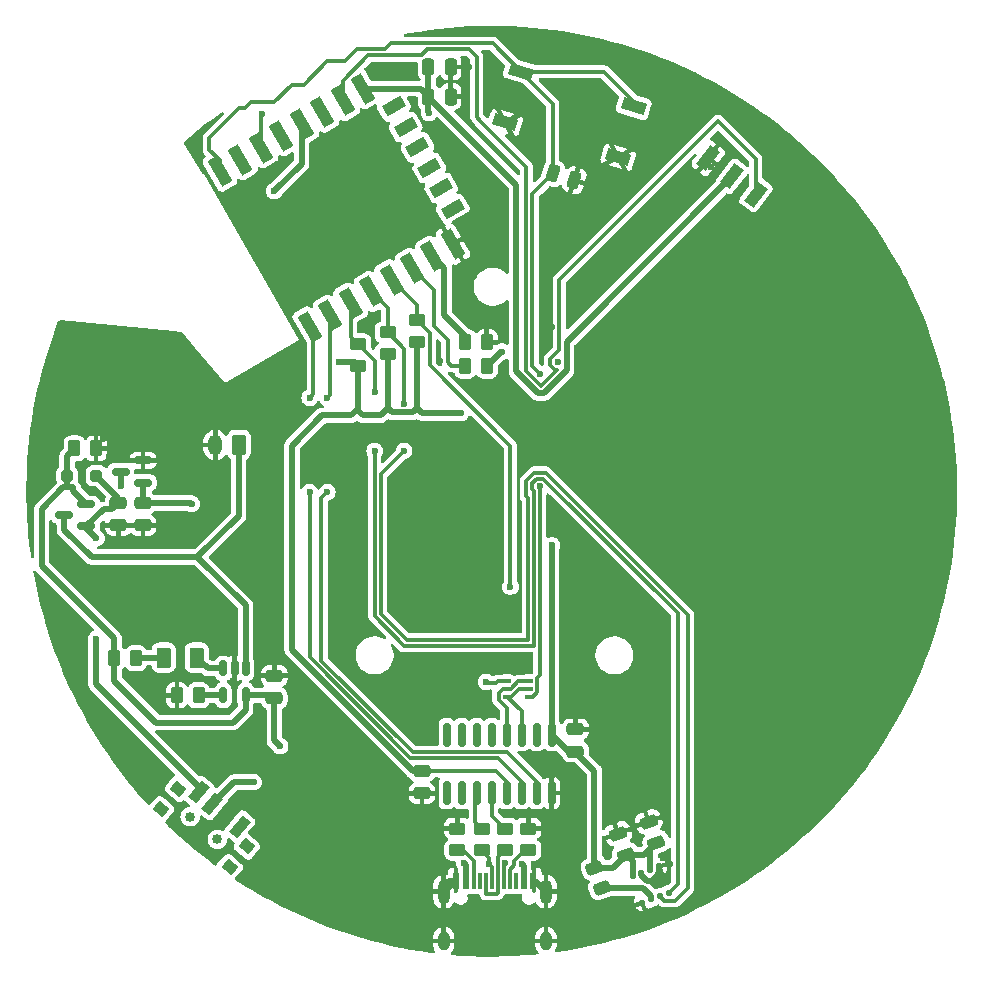
<source format=gbr>
%TF.GenerationSoftware,KiCad,Pcbnew,8.0.8*%
%TF.CreationDate,2025-04-01T18:22:34+02:00*%
%TF.ProjectId,Haibadge_B,48616962-6164-4676-955f-422e6b696361,rev?*%
%TF.SameCoordinates,Original*%
%TF.FileFunction,Copper,L2,Bot*%
%TF.FilePolarity,Positive*%
%FSLAX46Y46*%
G04 Gerber Fmt 4.6, Leading zero omitted, Abs format (unit mm)*
G04 Created by KiCad (PCBNEW 8.0.8) date 2025-04-01 18:22:34*
%MOMM*%
%LPD*%
G01*
G04 APERTURE LIST*
G04 Aperture macros list*
%AMRoundRect*
0 Rectangle with rounded corners*
0 $1 Rounding radius*
0 $2 $3 $4 $5 $6 $7 $8 $9 X,Y pos of 4 corners*
0 Add a 4 corners polygon primitive as box body*
4,1,4,$2,$3,$4,$5,$6,$7,$8,$9,$2,$3,0*
0 Add four circle primitives for the rounded corners*
1,1,$1+$1,$2,$3*
1,1,$1+$1,$4,$5*
1,1,$1+$1,$6,$7*
1,1,$1+$1,$8,$9*
0 Add four rect primitives between the rounded corners*
20,1,$1+$1,$2,$3,$4,$5,0*
20,1,$1+$1,$4,$5,$6,$7,0*
20,1,$1+$1,$6,$7,$8,$9,0*
20,1,$1+$1,$8,$9,$2,$3,0*%
%AMRotRect*
0 Rectangle, with rotation*
0 The origin of the aperture is its center*
0 $1 length*
0 $2 width*
0 $3 Rotation angle, in degrees counterclockwise*
0 Add horizontal line*
21,1,$1,$2,0,0,$3*%
G04 Aperture macros list end*
%TA.AperFunction,SMDPad,CuDef*%
%ADD10RoundRect,0.250000X-0.450000X0.262500X-0.450000X-0.262500X0.450000X-0.262500X0.450000X0.262500X0*%
%TD*%
%TA.AperFunction,SMDPad,CuDef*%
%ADD11RoundRect,0.250000X-0.250000X-0.475000X0.250000X-0.475000X0.250000X0.475000X-0.250000X0.475000X0*%
%TD*%
%TA.AperFunction,SMDPad,CuDef*%
%ADD12RoundRect,0.250000X0.262500X0.450000X-0.262500X0.450000X-0.262500X-0.450000X0.262500X-0.450000X0*%
%TD*%
%TA.AperFunction,SMDPad,CuDef*%
%ADD13RoundRect,0.250000X-0.262500X-0.450000X0.262500X-0.450000X0.262500X0.450000X-0.262500X0.450000X0*%
%TD*%
%TA.AperFunction,SMDPad,CuDef*%
%ADD14RoundRect,0.150000X0.587500X0.150000X-0.587500X0.150000X-0.587500X-0.150000X0.587500X-0.150000X0*%
%TD*%
%TA.AperFunction,SMDPad,CuDef*%
%ADD15RoundRect,0.250000X-0.475000X0.250000X-0.475000X-0.250000X0.475000X-0.250000X0.475000X0.250000X0*%
%TD*%
%TA.AperFunction,SMDPad,CuDef*%
%ADD16RoundRect,0.250000X0.450000X-0.262500X0.450000X0.262500X-0.450000X0.262500X-0.450000X-0.262500X0*%
%TD*%
%TA.AperFunction,SMDPad,CuDef*%
%ADD17RotRect,2.000000X1.000000X163.000000*%
%TD*%
%TA.AperFunction,SMDPad,CuDef*%
%ADD18RoundRect,0.250000X-0.384547X-0.374498X0.090981X-0.529006X0.384547X0.374498X-0.090981X0.529006X0*%
%TD*%
%TA.AperFunction,SMDPad,CuDef*%
%ADD19RoundRect,0.100000X-0.225000X-0.100000X0.225000X-0.100000X0.225000X0.100000X-0.225000X0.100000X0*%
%TD*%
%TA.AperFunction,SMDPad,CuDef*%
%ADD20RoundRect,0.150000X0.150000X-0.825000X0.150000X0.825000X-0.150000X0.825000X-0.150000X-0.825000X0*%
%TD*%
%TA.AperFunction,SMDPad,CuDef*%
%ADD21RoundRect,0.150000X-0.150000X0.512500X-0.150000X-0.512500X0.150000X-0.512500X0.150000X0.512500X0*%
%TD*%
%TA.AperFunction,SMDPad,CuDef*%
%ADD22RoundRect,0.250000X0.475000X-0.250000X0.475000X0.250000X-0.475000X0.250000X-0.475000X-0.250000X0*%
%TD*%
%TA.AperFunction,ComponentPad*%
%ADD23RoundRect,0.250000X0.350000X0.625000X-0.350000X0.625000X-0.350000X-0.625000X0.350000X-0.625000X0*%
%TD*%
%TA.AperFunction,ComponentPad*%
%ADD24O,1.200000X1.750000*%
%TD*%
%TA.AperFunction,ComponentPad*%
%ADD25C,0.850000*%
%TD*%
%TA.AperFunction,SMDPad,CuDef*%
%ADD26RotRect,0.900000X1.800000X140.000000*%
%TD*%
%TA.AperFunction,SMDPad,CuDef*%
%ADD27RotRect,1.100000X0.930000X140.000000*%
%TD*%
%TA.AperFunction,SMDPad,CuDef*%
%ADD28RoundRect,0.250000X0.531859X-0.072464X0.360849X0.397383X-0.531859X0.072464X-0.360849X-0.397383X0*%
%TD*%
%TA.AperFunction,SMDPad,CuDef*%
%ADD29RoundRect,0.250000X0.512642X-0.092760X0.333081X0.400578X-0.512642X0.092760X-0.333081X-0.400578X0*%
%TD*%
%TA.AperFunction,SMDPad,CuDef*%
%ADD30RoundRect,0.250000X0.375000X0.625000X-0.375000X0.625000X-0.375000X-0.625000X0.375000X-0.625000X0*%
%TD*%
%TA.AperFunction,SMDPad,CuDef*%
%ADD31RoundRect,0.125000X-0.070434X-0.171960X0.164489X-0.086455X0.070434X0.171960X-0.164489X0.086455X0*%
%TD*%
%TA.AperFunction,SMDPad,CuDef*%
%ADD32RotRect,1.000000X2.000000X322.700000*%
%TD*%
%TA.AperFunction,SMDPad,CuDef*%
%ADD33RoundRect,0.250000X0.250000X0.250000X-0.250000X0.250000X-0.250000X-0.250000X0.250000X-0.250000X0*%
%TD*%
%TA.AperFunction,SMDPad,CuDef*%
%ADD34R,0.600000X1.450000*%
%TD*%
%TA.AperFunction,SMDPad,CuDef*%
%ADD35R,0.300000X1.450000*%
%TD*%
%TA.AperFunction,ComponentPad*%
%ADD36O,1.000000X1.600000*%
%TD*%
%TA.AperFunction,ComponentPad*%
%ADD37O,1.000000X2.100000*%
%TD*%
%TA.AperFunction,SMDPad,CuDef*%
%ADD38RotRect,2.500000X1.000000X300.000000*%
%TD*%
%TA.AperFunction,SMDPad,CuDef*%
%ADD39RotRect,1.000000X1.800000X300.000000*%
%TD*%
%TA.AperFunction,ViaPad*%
%ADD40C,0.600000*%
%TD*%
%TA.AperFunction,Conductor*%
%ADD41C,0.500000*%
%TD*%
%TA.AperFunction,Conductor*%
%ADD42C,0.300000*%
%TD*%
G04 APERTURE END LIST*
D10*
%TO.P,R10,1*%
%TO.N,GPIO0*%
X133600000Y-125462500D03*
%TO.P,R10,2*%
%TO.N,+3V3*%
X133600000Y-127287500D03*
%TD*%
D11*
%TO.P,C22,1*%
%TO.N,+3V3*%
X134550000Y-104000000D03*
%TO.P,C22,2*%
%TO.N,GND*%
X136450000Y-104000000D03*
%TD*%
D12*
%TO.P,R4,1*%
%TO.N,Net-(D16-A)*%
X109775000Y-154050000D03*
%TO.P,R4,2*%
%TO.N,+5V*%
X107950000Y-154050000D03*
%TD*%
D13*
%TO.P,R12,1*%
%TO.N,GND*%
X113275000Y-157200000D03*
%TO.P,R12,2*%
%TO.N,Net-(U3-PROG)*%
X115100000Y-157200000D03*
%TD*%
%TO.P,R14,1*%
%TO.N,Net-(U1-GPIO2)*%
X137675000Y-129300000D03*
%TO.P,R14,2*%
%TO.N,+3V3*%
X139500000Y-129300000D03*
%TD*%
D14*
%TO.P,U4,1,GND*%
%TO.N,GND*%
X110400000Y-137300000D03*
%TO.P,U4,2,VO*%
%TO.N,+3V3*%
X110400000Y-139200000D03*
%TO.P,U4,3,VI*%
%TO.N,VCC*%
X108525000Y-138250000D03*
%TD*%
D11*
%TO.P,C23,1*%
%TO.N,+3V3*%
X134550000Y-106500000D03*
%TO.P,C23,2*%
%TO.N,GND*%
X136450000Y-106500000D03*
%TD*%
D14*
%TO.P,Q3,1,G*%
%TO.N,+5V*%
X105600000Y-141000000D03*
%TO.P,Q3,2,S*%
%TO.N,Net-(D17-K)*%
X105600000Y-142900000D03*
%TO.P,Q3,3,D*%
%TO.N,+BATT*%
X103725000Y-141950000D03*
%TD*%
D15*
%TO.P,C19,1*%
%TO.N,+3V3*%
X110400000Y-140900000D03*
%TO.P,C19,2*%
%TO.N,GND*%
X110400000Y-142800000D03*
%TD*%
D16*
%TO.P,R7,1*%
%TO.N,/uC/D-*%
X139050000Y-170300000D03*
%TO.P,R7,2*%
%TO.N,/uC/RD-*%
X139050000Y-168475000D03*
%TD*%
D17*
%TO.P,SW1,1,1*%
%TO.N,RST*%
X151939360Y-107310173D03*
%TO.P,SW1,2,2*%
X142376313Y-104386456D03*
%TO.P,SW1,3,3*%
%TO.N,GND*%
X150623687Y-111613544D03*
%TO.P,SW1,4,4*%
X141060640Y-108689827D03*
%TD*%
D18*
%TO.P,C16,1*%
%TO.N,RST*%
X145096496Y-113000000D03*
%TO.P,C16,2*%
%TO.N,GND*%
X146903504Y-113587134D03*
%TD*%
D19*
%TO.P,Q1,1,E1*%
%TO.N,RTS*%
X141200000Y-157300000D03*
%TO.P,Q1,2,B1*%
%TO.N,DTR*%
X141200000Y-156650000D03*
%TO.P,Q1,3,C2*%
%TO.N,GPIO0*%
X141200000Y-156000000D03*
%TO.P,Q1,4,E2*%
%TO.N,DTR*%
X143100000Y-156000000D03*
%TO.P,Q1,5,B2*%
%TO.N,RTS*%
X143100000Y-156650000D03*
%TO.P,Q1,6,C1*%
%TO.N,RST*%
X143100000Y-157300000D03*
%TD*%
D20*
%TO.P,U2,1,GND*%
%TO.N,GND*%
X145000000Y-165475000D03*
%TO.P,U2,2,TXD*%
%TO.N,Net-(U1-GPIO3{slash}RXD)*%
X143730000Y-165475000D03*
%TO.P,U2,3,RXD*%
%TO.N,Net-(U1-GPIO1{slash}TXD)*%
X142460000Y-165475000D03*
%TO.P,U2,4,V3*%
%TO.N,+3V3*%
X141190000Y-165475000D03*
%TO.P,U2,5,UD+*%
%TO.N,/uC/RD+*%
X139920000Y-165475000D03*
%TO.P,U2,6,UD-*%
%TO.N,/uC/RD-*%
X138650000Y-165475000D03*
%TO.P,U2,7,NC*%
%TO.N,unconnected-(U2-NC-Pad7)*%
X137380000Y-165475000D03*
%TO.P,U2,8,NC*%
%TO.N,unconnected-(U2-NC-Pad8)*%
X136110000Y-165475000D03*
%TO.P,U2,9,~{CTS}*%
%TO.N,unconnected-(U2-~{CTS}-Pad9)*%
X136110000Y-160525000D03*
%TO.P,U2,10,~{DSR}*%
%TO.N,unconnected-(U2-~{DSR}-Pad10)*%
X137380000Y-160525000D03*
%TO.P,U2,11,~{RI}*%
%TO.N,unconnected-(U2-~{RI}-Pad11)*%
X138650000Y-160525000D03*
%TO.P,U2,12,~{DCD}*%
%TO.N,unconnected-(U2-~{DCD}-Pad12)*%
X139920000Y-160525000D03*
%TO.P,U2,13,~{DTR}*%
%TO.N,DTR*%
X141190000Y-160525000D03*
%TO.P,U2,14,~{RTS}*%
%TO.N,RTS*%
X142460000Y-160525000D03*
%TO.P,U2,15,R232*%
%TO.N,unconnected-(U2-R232-Pad15)*%
X143730000Y-160525000D03*
%TO.P,U2,16,VCC*%
%TO.N,+3V3*%
X145000000Y-160525000D03*
%TD*%
D21*
%TO.P,U3,1,STAT*%
%TO.N,Net-(D16-K)*%
X117187500Y-154912500D03*
%TO.P,U3,2,V_{SS}*%
%TO.N,GND*%
X118137500Y-154912500D03*
%TO.P,U3,3,V_{BAT}*%
%TO.N,+BATT*%
X119087500Y-154912500D03*
%TO.P,U3,4,V_{DD}*%
%TO.N,+5V*%
X119087500Y-157187500D03*
%TO.P,U3,5,PROG*%
%TO.N,Net-(U3-PROG)*%
X117187500Y-157187500D03*
%TD*%
D10*
%TO.P,R6,1*%
%TO.N,GND*%
X137000000Y-168475000D03*
%TO.P,R6,2*%
%TO.N,Net-(J2-CC2)*%
X137000000Y-170300000D03*
%TD*%
D22*
%TO.P,C21,1*%
%TO.N,+5V*%
X121500000Y-157450000D03*
%TO.P,C21,2*%
%TO.N,GND*%
X121500000Y-155550000D03*
%TD*%
D23*
%TO.P,J3,1,Pin_1*%
%TO.N,+BATT*%
X118500000Y-136000000D03*
D24*
%TO.P,J3,2,Pin_2*%
%TO.N,GND*%
X116500000Y-136000000D03*
%TD*%
D10*
%TO.P,R9,1*%
%TO.N,Net-(U1-GPIO4)*%
X131100000Y-126462500D03*
%TO.P,R9,2*%
%TO.N,+3V3*%
X131100000Y-128287500D03*
%TD*%
D25*
%TO.P,SW2,*%
%TO.N,*%
X116686385Y-169391144D03*
X114388252Y-167462782D03*
D26*
%TO.P,SW2,1,A*%
%TO.N,unconnected-(SW2-A-Pad1)*%
X118565777Y-168318165D03*
%TO.P,SW2,2,B*%
%TO.N,VCC*%
X116267644Y-166389802D03*
%TO.P,SW2,3,C*%
%TO.N,Net-(D17-K)*%
X115118577Y-165425621D03*
D27*
%TO.P,SW2,4*%
%TO.N,N/C*%
X113359128Y-165111079D03*
%TO.P,SW2,5*%
X111900000Y-166850000D03*
%TO.P,SW2,6*%
X117721937Y-171735186D03*
%TO.P,SW2,7*%
X119181065Y-169996265D03*
%TD*%
D15*
%TO.P,C20,1*%
%TO.N,Net-(D17-K)*%
X108300000Y-140900000D03*
%TO.P,C20,2*%
%TO.N,GND*%
X108300000Y-142800000D03*
%TD*%
D28*
%TO.P,C17,1*%
%TO.N,+3V3*%
X151261165Y-170683656D03*
%TO.P,C17,2*%
%TO.N,GND*%
X150611327Y-168898240D03*
%TD*%
D22*
%TO.P,C25,1*%
%TO.N,+3V3*%
X147000000Y-161975000D03*
%TO.P,C25,2*%
%TO.N,GND*%
X147000000Y-160075000D03*
%TD*%
D29*
%TO.P,R3,1*%
%TO.N,Net-(U6-CSB)*%
X149238763Y-173500000D03*
%TO.P,R3,2*%
%TO.N,+3V3*%
X148614575Y-171785062D03*
%TD*%
D30*
%TO.P,D16,1,K*%
%TO.N,Net-(D16-K)*%
X114950000Y-154000000D03*
%TO.P,D16,2,A*%
%TO.N,Net-(D16-A)*%
X112150000Y-154000000D03*
%TD*%
D16*
%TO.P,R5,1*%
%TO.N,Net-(J2-CC1)*%
X143000000Y-170300000D03*
%TO.P,R5,2*%
%TO.N,GND*%
X143000000Y-168475000D03*
%TD*%
D10*
%TO.P,R11,1*%
%TO.N,Net-(U1-GPIO5)*%
X128600000Y-127462500D03*
%TO.P,R11,2*%
%TO.N,+3V3*%
X128600000Y-129287500D03*
%TD*%
D31*
%TO.P,U6,1,GND*%
%TO.N,GND*%
X152646886Y-174742527D03*
%TO.P,U6,2,CSB*%
%TO.N,Net-(U6-CSB)*%
X153398640Y-174468912D03*
%TO.P,U6,3,SDI*%
%TO.N,Net-(U1-GPIO4)*%
X154150394Y-174195295D03*
%TO.P,U6,4,SCK*%
%TO.N,Net-(U1-GPIO5)*%
X154902147Y-173921679D03*
%TO.P,U6,5,SDO*%
%TO.N,GND*%
X154089850Y-171689909D03*
%TO.P,U6,6,VDDIO*%
%TO.N,+3V3*%
X153338096Y-171963524D03*
%TO.P,U6,7,GND*%
%TO.N,GND*%
X152586342Y-172237141D03*
%TO.P,U6,8,VDD*%
%TO.N,+3V3*%
X151834589Y-172510757D03*
%TD*%
D32*
%TO.P,J1,1,Pin_1*%
%TO.N,GND*%
X158241670Y-111716878D03*
%TO.P,J1,2,Pin_2*%
%TO.N,+3V3*%
X160262173Y-113256089D03*
%TO.P,J1,3,Pin_3*%
%TO.N,Sensor*%
X162282676Y-114795300D03*
%TD*%
D33*
%TO.P,D17,1,K*%
%TO.N,Net-(D17-K)*%
X106450000Y-138600000D03*
%TO.P,D17,2,A*%
%TO.N,+5V*%
X103950000Y-138600000D03*
%TD*%
D28*
%TO.P,C18,1*%
%TO.N,+3V3*%
X153847854Y-169678514D03*
%TO.P,C18,2*%
%TO.N,GND*%
X153198016Y-167893098D03*
%TD*%
D15*
%TO.P,C24,1*%
%TO.N,+3V3*%
X134000000Y-163600000D03*
%TO.P,C24,2*%
%TO.N,GND*%
X134000000Y-165500000D03*
%TD*%
D13*
%TO.P,R2,1*%
%TO.N,Net-(U1-GPIO15)*%
X137675000Y-127300000D03*
%TO.P,R2,2*%
%TO.N,GND*%
X139500000Y-127300000D03*
%TD*%
D10*
%TO.P,R8,1*%
%TO.N,/uC/RD+*%
X141000000Y-168475000D03*
%TO.P,R8,2*%
%TO.N,/uC/D+*%
X141000000Y-170300000D03*
%TD*%
D34*
%TO.P,J2,A1,GND*%
%TO.N,GND*%
X143430000Y-172905000D03*
%TO.P,J2,A4,VBUS*%
%TO.N,+5V*%
X142630000Y-172905000D03*
D35*
%TO.P,J2,A5,CC1*%
%TO.N,Net-(J2-CC1)*%
X141430000Y-172905000D03*
%TO.P,J2,A6,D+*%
%TO.N,/uC/D+*%
X140430000Y-172905000D03*
%TO.P,J2,A7,D-*%
%TO.N,/uC/D-*%
X139930000Y-172905000D03*
%TO.P,J2,A8,SBU1*%
%TO.N,unconnected-(J2-SBU1-PadA8)*%
X138930000Y-172905000D03*
D34*
%TO.P,J2,A9,VBUS*%
%TO.N,+5V*%
X137730000Y-172905000D03*
%TO.P,J2,A12,GND*%
%TO.N,GND*%
X136930000Y-172905000D03*
%TO.P,J2,B1,GND*%
X136930000Y-172905000D03*
%TO.P,J2,B4,VBUS*%
%TO.N,+5V*%
X137730000Y-172905000D03*
D35*
%TO.P,J2,B5,CC2*%
%TO.N,Net-(J2-CC2)*%
X138430000Y-172905000D03*
%TO.P,J2,B6,D+*%
%TO.N,/uC/D+*%
X139430000Y-172905000D03*
%TO.P,J2,B7,D-*%
%TO.N,/uC/D-*%
X140930000Y-172905000D03*
%TO.P,J2,B8,SBU2*%
%TO.N,unconnected-(J2-SBU2-PadB8)*%
X141930000Y-172905000D03*
D34*
%TO.P,J2,B9,VBUS*%
%TO.N,+5V*%
X142630000Y-172905000D03*
%TO.P,J2,B12,GND*%
%TO.N,GND*%
X143430000Y-172905000D03*
D36*
%TO.P,J2,S1,SHIELD*%
X144500000Y-178000000D03*
D37*
X144500000Y-173820000D03*
D36*
X135860000Y-178000000D03*
D37*
X135860000Y-173820000D03*
%TD*%
D12*
%TO.P,R13,1*%
%TO.N,GND*%
X106412500Y-136300000D03*
%TO.P,R13,2*%
%TO.N,+5V*%
X104587500Y-136300000D03*
%TD*%
D38*
%TO.P,U1,1,~{RST}*%
%TO.N,RST*%
X116900000Y-112836414D03*
%TO.P,U1,2,ADC*%
%TO.N,unconnected-(U1-ADC-Pad2)*%
X118632051Y-111836414D03*
%TO.P,U1,3,EN*%
%TO.N,Net-(U1-EN)*%
X120364102Y-110836414D03*
%TO.P,U1,4,GPIO16*%
%TO.N,unconnected-(U1-GPIO16-Pad4)*%
X122096153Y-109836414D03*
%TO.P,U1,5,GPIO14*%
%TO.N,/WS2812B/WS2812B*%
X123828203Y-108836414D03*
%TO.P,U1,6,GPIO12*%
%TO.N,unconnected-(U1-GPIO12-Pad6)*%
X125560254Y-107836414D03*
%TO.P,U1,7,GPIO13*%
%TO.N,Sensor*%
X127292305Y-106836414D03*
%TO.P,U1,8,VCC*%
%TO.N,+3V3*%
X129024356Y-105836414D03*
D39*
%TO.P,U1,9,CS0*%
%TO.N,unconnected-(U1-CS0-Pad9)*%
X131623394Y-107338080D03*
%TO.P,U1,10,MISO*%
%TO.N,unconnected-(U1-MISO-Pad10)*%
X132623394Y-109070131D03*
%TO.P,U1,11,GPIO9*%
%TO.N,unconnected-(U1-GPIO9-Pad11)*%
X133623394Y-110802182D03*
%TO.P,U1,12,GPIO10*%
%TO.N,unconnected-(U1-GPIO10-Pad12)*%
X134623394Y-112534232D03*
%TO.P,U1,13,MOSI*%
%TO.N,unconnected-(U1-MOSI-Pad13)*%
X135623394Y-114266283D03*
%TO.P,U1,14,SCLK*%
%TO.N,unconnected-(U1-SCLK-Pad14)*%
X136623394Y-115998334D03*
D38*
%TO.P,U1,15,GND*%
%TO.N,GND*%
X136624356Y-119000000D03*
%TO.P,U1,16,GPIO15*%
%TO.N,Net-(U1-GPIO15)*%
X134892305Y-120000000D03*
%TO.P,U1,17,GPIO2*%
%TO.N,Net-(U1-GPIO2)*%
X133160254Y-121000000D03*
%TO.P,U1,18,GPIO0*%
%TO.N,GPIO0*%
X131428203Y-122000000D03*
%TO.P,U1,19,GPIO4*%
%TO.N,Net-(U1-GPIO4)*%
X129696153Y-123000000D03*
%TO.P,U1,20,GPIO5*%
%TO.N,Net-(U1-GPIO5)*%
X127964102Y-124000000D03*
%TO.P,U1,21,GPIO3/RXD*%
%TO.N,Net-(U1-GPIO3{slash}RXD)*%
X126232051Y-125000000D03*
%TO.P,U1,22,GPIO1/TXD*%
%TO.N,Net-(U1-GPIO1{slash}TXD)*%
X124500000Y-126000000D03*
%TD*%
D40*
%TO.N,VCC*%
X108500000Y-139500000D03*
X119750000Y-164550000D03*
%TO.N,GND*%
X138000000Y-145500000D03*
X123400000Y-129800000D03*
X156000000Y-110500000D03*
X155000000Y-108500000D03*
X149494577Y-170207889D03*
X152500000Y-106000000D03*
X126500000Y-142000000D03*
X107000000Y-148000000D03*
X125000000Y-168500000D03*
X121400000Y-129800000D03*
X171000000Y-131000000D03*
X152000000Y-141000000D03*
X129500000Y-125500000D03*
X137000000Y-121000000D03*
X170000000Y-126500000D03*
X126600000Y-121800000D03*
X147000000Y-158500000D03*
X157000000Y-146000000D03*
X108500000Y-126500000D03*
X171000000Y-144500000D03*
X153000000Y-109500000D03*
X118000000Y-133500000D03*
X111000000Y-144500000D03*
X159500000Y-166000000D03*
X152000000Y-109000000D03*
X156000000Y-107500000D03*
X170500000Y-150500000D03*
X137500000Y-146500000D03*
X129400000Y-120200000D03*
X125000000Y-165000000D03*
X112000000Y-157000000D03*
X106500000Y-128000000D03*
X153500000Y-108000000D03*
X125000000Y-122600000D03*
X138300000Y-175000000D03*
X159500000Y-120500000D03*
X140500000Y-141000000D03*
X145000000Y-164000000D03*
X136500000Y-144000000D03*
X113500000Y-158500000D03*
X174500000Y-150500000D03*
X142000000Y-154000000D03*
X170000000Y-123500000D03*
X135600000Y-168400000D03*
X141800000Y-175000000D03*
X141100000Y-175000000D03*
X135500000Y-145500000D03*
X151536382Y-175021646D03*
X107000000Y-135500000D03*
X135500000Y-128900000D03*
X139000000Y-175000000D03*
X140000000Y-105000000D03*
X156500000Y-114000000D03*
X154500000Y-112000000D03*
X123400000Y-128200000D03*
X138000000Y-104000000D03*
X145000000Y-126000000D03*
X158000000Y-119000000D03*
X122000000Y-143400000D03*
X145900000Y-167500000D03*
X155000000Y-171500000D03*
X132500000Y-165500000D03*
X157500000Y-106500000D03*
X150000000Y-113000000D03*
X122400000Y-129000000D03*
X123400000Y-129000000D03*
X108500000Y-137000000D03*
X119500000Y-132000000D03*
X154000000Y-146000000D03*
X140400000Y-175000000D03*
X107500000Y-137000000D03*
X153000000Y-126000000D03*
X134000000Y-167000000D03*
X151500000Y-166983262D03*
X140800000Y-126100000D03*
X172500000Y-152500000D03*
X174500000Y-131000000D03*
X173000000Y-132500000D03*
X110000000Y-148000000D03*
X155500000Y-147500000D03*
X147500000Y-108500000D03*
X143000000Y-137000000D03*
X109500000Y-144500000D03*
X110900000Y-135900000D03*
X121000000Y-113000000D03*
X108000000Y-146500000D03*
X171500000Y-125000000D03*
X153000000Y-105000000D03*
X138000000Y-144500000D03*
X113500000Y-155500000D03*
X127000000Y-166500000D03*
X112000000Y-137500000D03*
X122000000Y-142500000D03*
X140500000Y-154500000D03*
X152620382Y-166932323D03*
X122500000Y-158500000D03*
X147000000Y-134000000D03*
X119500000Y-114000000D03*
X144700000Y-171900000D03*
X140000000Y-145000000D03*
X148500000Y-135500000D03*
X153500000Y-139500000D03*
X118000000Y-153500000D03*
X159500000Y-117500000D03*
X152000000Y-137500000D03*
X154414295Y-170973221D03*
X154500000Y-107000000D03*
X118000000Y-156000000D03*
X110500000Y-128000000D03*
X149000000Y-160000000D03*
X140600000Y-131200000D03*
X123000000Y-166500000D03*
X158500000Y-112500000D03*
X107500000Y-144500000D03*
X108500000Y-149000000D03*
X143000000Y-167200000D03*
X112000000Y-143000000D03*
X173000000Y-129500000D03*
X164000000Y-166000000D03*
X169500000Y-146500000D03*
X153000000Y-175500000D03*
X133000000Y-104500000D03*
X138600000Y-131700000D03*
X161500000Y-168000000D03*
X148500000Y-132500000D03*
X137400000Y-123500000D03*
X146500000Y-165000000D03*
X145500000Y-129000000D03*
X128000000Y-121000000D03*
X139700000Y-175000000D03*
X138000000Y-118000000D03*
X123500000Y-160000000D03*
X122400000Y-129800000D03*
X136500000Y-147500000D03*
%TO.N,RST*%
X144000000Y-139500000D03*
X144000000Y-130000000D03*
%TO.N,+3V3*%
X137300000Y-133300000D03*
X145000000Y-144500000D03*
X114500000Y-141000000D03*
X123000000Y-141000000D03*
X140800000Y-128100000D03*
X127000000Y-129000000D03*
X134600000Y-107900000D03*
%TO.N,+5V*%
X122000000Y-161500000D03*
X137600000Y-171400000D03*
X142459620Y-171459620D03*
%TO.N,/WS2812B/WS2812B*%
X121500000Y-114500000D03*
%TO.N,/uC/D-*%
X141079999Y-171400762D03*
X139700000Y-171500000D03*
%TO.N,GPIO0*%
X141500000Y-148000000D03*
X139434313Y-156065687D03*
%TO.N,Net-(U1-EN)*%
X120500000Y-108000000D03*
%TO.N,Net-(U1-GPIO4)*%
X132500000Y-136500000D03*
X132500000Y-132500000D03*
%TO.N,Net-(U1-GPIO5)*%
X130000000Y-131500000D03*
X130000000Y-136500000D03*
%TO.N,Net-(U1-GPIO3{slash}RXD)*%
X126000000Y-132000000D03*
X126000000Y-140000000D03*
%TO.N,Net-(U1-GPIO1{slash}TXD)*%
X124500000Y-132000000D03*
X124500000Y-140000000D03*
%TO.N,Net-(D17-K)*%
X106400000Y-152450000D03*
X106450000Y-143900000D03*
%TD*%
D41*
%TO.N,+3V3*%
X146250000Y-127268262D02*
X160262173Y-113256089D01*
X146250000Y-129679289D02*
X146250000Y-127268262D01*
X144329289Y-131600000D02*
X146250000Y-129679289D01*
X142000000Y-129767767D02*
X143832233Y-131600000D01*
X142000000Y-113950000D02*
X142000000Y-129767767D01*
X134550000Y-106500000D02*
X142000000Y-113950000D01*
X143832233Y-131600000D02*
X144329289Y-131600000D01*
D42*
%TO.N,Sensor*%
X159075000Y-108585000D02*
X162282676Y-111792676D01*
X145650000Y-122010000D02*
X159075000Y-108585000D01*
X145650000Y-127930761D02*
X145650000Y-122010000D01*
X145230761Y-129650000D02*
X144850000Y-129269239D01*
X144850000Y-129269239D02*
X144850000Y-128730761D01*
X145430761Y-129650000D02*
X145230761Y-129650000D01*
X144080761Y-131000000D02*
X145430761Y-129650000D01*
X142850000Y-129769239D02*
X144080761Y-131000000D01*
X142850000Y-112430761D02*
X142850000Y-129769239D01*
X138959619Y-108540381D02*
X142850000Y-112430761D01*
X138650000Y-103150000D02*
X138650000Y-108230762D01*
X162282676Y-111792676D02*
X162282676Y-114795300D01*
X138000000Y-102500000D02*
X138650000Y-103150000D01*
X133969544Y-103000000D02*
X134469544Y-102500000D01*
X129475251Y-103000000D02*
X133969544Y-103000000D01*
X134469544Y-102500000D02*
X138000000Y-102500000D01*
X127292305Y-105182946D02*
X129475251Y-103000000D01*
X127292305Y-106836414D02*
X127292305Y-105182946D01*
X144850000Y-128730761D02*
X145650000Y-127930761D01*
X138650000Y-108230762D02*
X138959619Y-108540381D01*
D41*
%TO.N,VCC*%
X119750000Y-164550000D02*
X118107446Y-164550000D01*
X108525000Y-139475000D02*
X108500000Y-139500000D01*
X118107446Y-164550000D02*
X116267644Y-166389802D01*
X108525000Y-138250000D02*
X108525000Y-139475000D01*
%TO.N,GND*%
X154089850Y-171689909D02*
X154089850Y-172279181D01*
X143585000Y-172905000D02*
X144500000Y-173820000D01*
X136775000Y-172905000D02*
X135860000Y-173820000D01*
X152586342Y-172387318D02*
X152586342Y-172237141D01*
X136930000Y-172905000D02*
X136775000Y-172905000D01*
X154089850Y-172279181D02*
X153468543Y-172900488D01*
X153099512Y-172900488D02*
X152586342Y-172387318D01*
X143430000Y-172905000D02*
X143585000Y-172905000D01*
X153468543Y-172900488D02*
X153099512Y-172900488D01*
D42*
%TO.N,RST*%
X116000000Y-111000000D02*
X116900000Y-111900000D01*
X119000000Y-107500000D02*
X118500000Y-107500000D01*
X144000000Y-130000000D02*
X143350000Y-129350000D01*
X144000000Y-155485832D02*
X144000000Y-139500000D01*
X126000000Y-103500000D02*
X124000000Y-105500000D01*
X143350000Y-129350000D02*
X143350000Y-114746496D01*
X124000000Y-105500000D02*
X123000000Y-105500000D01*
X143100000Y-157300000D02*
X143424999Y-157300000D01*
X116000000Y-110000000D02*
X116000000Y-111000000D01*
X145096496Y-113000000D02*
X145096496Y-107106639D01*
X119500000Y-107000000D02*
X119000000Y-107500000D01*
X143775000Y-156949999D02*
X143775000Y-155710832D01*
X116900000Y-111900000D02*
X116900000Y-112836414D01*
X131367745Y-102000000D02*
X139989857Y-102000000D01*
X131367745Y-102000000D02*
X130867745Y-102500000D01*
X143424999Y-157300000D02*
X143775000Y-156949999D01*
X143775000Y-155710832D02*
X144000000Y-155485832D01*
X118500000Y-107500000D02*
X116000000Y-110000000D01*
X128511149Y-102500000D02*
X127511149Y-103500000D01*
X151939360Y-106939360D02*
X151939360Y-107310173D01*
X139989857Y-102000000D02*
X142376313Y-104386456D01*
X142376313Y-104386456D02*
X149386456Y-104386456D01*
X145096496Y-107106639D02*
X142376313Y-104386456D01*
X130867745Y-102500000D02*
X128511149Y-102500000D01*
X123000000Y-105500000D02*
X121500000Y-107000000D01*
X121500000Y-107000000D02*
X119500000Y-107000000D01*
X143350000Y-114746496D02*
X145096496Y-113000000D01*
X149386456Y-104386456D02*
X151939360Y-106939360D01*
X127511149Y-103500000D02*
X126000000Y-103500000D01*
D41*
%TO.N,+3V3*%
X140800000Y-128100000D02*
X140700000Y-128100000D01*
X133886414Y-105836414D02*
X129024356Y-105836414D01*
X131100000Y-132900000D02*
X131100000Y-128287500D01*
X148614575Y-163589575D02*
X148614575Y-171785062D01*
X128600000Y-129287500D02*
X128600000Y-132900000D01*
X114400000Y-140900000D02*
X114500000Y-141000000D01*
X134550000Y-106500000D02*
X134550000Y-104000000D01*
X133250000Y-133250000D02*
X131450000Y-133250000D01*
X128600000Y-132900000D02*
X128500000Y-133000000D01*
X134550000Y-106500000D02*
X134550000Y-107850000D01*
X123000000Y-153325000D02*
X123000000Y-141000000D01*
X133600000Y-132900000D02*
X133250000Y-133250000D01*
X150159759Y-171785062D02*
X151261165Y-170683656D01*
X146450000Y-161975000D02*
X145000000Y-160525000D01*
X153338096Y-170188272D02*
X153338096Y-171963524D01*
X133600000Y-132900000D02*
X134000000Y-133300000D01*
X133275000Y-163600000D02*
X123000000Y-153325000D01*
X110400000Y-140900000D02*
X114400000Y-140900000D01*
D42*
X140289999Y-163600000D02*
X134000000Y-163600000D01*
D41*
X133600000Y-127287500D02*
X133600000Y-132900000D01*
X128000000Y-133500000D02*
X125560661Y-133500000D01*
D42*
X141190000Y-164500001D02*
X140289999Y-163600000D01*
D41*
X134550000Y-107850000D02*
X134600000Y-107900000D01*
X148614575Y-171785062D02*
X150159759Y-171785062D01*
X129000000Y-133500000D02*
X128500000Y-133000000D01*
X128312500Y-129000000D02*
X128600000Y-129287500D01*
X147000000Y-161975000D02*
X148614575Y-163589575D01*
X127000000Y-129000000D02*
X128312500Y-129000000D01*
D42*
X141190000Y-164500001D02*
X141190000Y-165475000D01*
D41*
X134000000Y-163600000D02*
X133275000Y-163600000D01*
X125560661Y-133500000D02*
X123000000Y-136060661D01*
X145000000Y-160525000D02*
X145000000Y-144500000D01*
X134000000Y-133300000D02*
X136500000Y-133300000D01*
X151834589Y-171257080D02*
X151261165Y-170683656D01*
X131450000Y-133250000D02*
X131100000Y-132900000D01*
X123000000Y-141000000D02*
X123000000Y-136060661D01*
X153847854Y-169678514D02*
X153338096Y-170188272D01*
X140700000Y-128100000D02*
X139500000Y-129300000D01*
X151261165Y-170683656D02*
X152842712Y-170683656D01*
X152842712Y-170683656D02*
X153847854Y-169678514D01*
X130500000Y-133500000D02*
X129000000Y-133500000D01*
X151834589Y-172510757D02*
X151834589Y-171257080D01*
D42*
X153847854Y-169678513D02*
X153513460Y-169959104D01*
D41*
X128500000Y-133000000D02*
X128000000Y-133500000D01*
X131100000Y-132900000D02*
X130500000Y-133500000D01*
X134550000Y-106500000D02*
X133886414Y-105836414D01*
X136500000Y-133300000D02*
X137300000Y-133300000D01*
X147000000Y-161975000D02*
X146450000Y-161975000D01*
X110400000Y-139200000D02*
X110400000Y-140900000D01*
%TO.N,+5V*%
X137730000Y-172905000D02*
X137730000Y-171530000D01*
X104000000Y-139600000D02*
X103950000Y-139550000D01*
X122000000Y-161500000D02*
X121500000Y-161000000D01*
X121237500Y-157187500D02*
X121500000Y-157450000D01*
X103950000Y-139550000D02*
X103950000Y-138600000D01*
X103950000Y-136937500D02*
X104587500Y-136300000D01*
X104500000Y-139600000D02*
X104500000Y-139900000D01*
X111500000Y-159500000D02*
X107950000Y-155950000D01*
X104000000Y-139600000D02*
X103650000Y-139600000D01*
X137730000Y-171530000D02*
X137600000Y-171400000D01*
X121500000Y-161000000D02*
X121500000Y-157450000D01*
X142630000Y-171630000D02*
X142630000Y-172905000D01*
X119087500Y-157187500D02*
X121237500Y-157187500D01*
X101800000Y-146212500D02*
X107950000Y-152362500D01*
X142459620Y-171459620D02*
X142630000Y-171630000D01*
X119087500Y-158412500D02*
X118000000Y-159500000D01*
X103950000Y-138600000D02*
X103950000Y-136937500D01*
X118000000Y-159500000D02*
X111500000Y-159500000D01*
X104500000Y-139600000D02*
X104000000Y-139600000D01*
X101800000Y-141450000D02*
X101800000Y-146212500D01*
X119087500Y-157187500D02*
X119087500Y-158412500D01*
X107950000Y-155950000D02*
X107950000Y-154050000D01*
X103650000Y-139600000D02*
X101800000Y-141450000D01*
X104500000Y-139900000D02*
X105600000Y-141000000D01*
X107950000Y-152362500D02*
X107950000Y-154050000D01*
%TO.N,/WS2812B/WS2812B*%
X123828203Y-112171797D02*
X121500000Y-114500000D01*
X123828203Y-108836414D02*
X123828203Y-112171797D01*
%TO.N,Net-(D16-K)*%
X115862500Y-154912500D02*
X114950000Y-154000000D01*
X117187500Y-154912500D02*
X115862500Y-154912500D01*
%TO.N,Net-(D16-A)*%
X112150000Y-154000000D02*
X109825000Y-154000000D01*
X109825000Y-154000000D02*
X109775000Y-154050000D01*
D42*
%TO.N,/uC/D+*%
X140430000Y-172905000D02*
X140430000Y-170870000D01*
X140430000Y-170870000D02*
X141000000Y-170300000D01*
X140430000Y-173930000D02*
X140430000Y-172905000D01*
X139430000Y-173980000D02*
X140380000Y-173980000D01*
X140380000Y-173980000D02*
X140430000Y-173930000D01*
X139430000Y-172905000D02*
X139430000Y-173980000D01*
%TO.N,/uC/D-*%
X139700000Y-171500000D02*
X139700000Y-170950000D01*
X140930000Y-171550761D02*
X140930000Y-172905000D01*
X139930000Y-171730000D02*
X139700000Y-171500000D01*
X139930000Y-172905000D02*
X139930000Y-171730000D01*
X141079999Y-171400762D02*
X140930000Y-171550761D01*
X139700000Y-170950000D02*
X139050000Y-170300000D01*
%TO.N,Net-(J2-CC1)*%
X142700001Y-170300000D02*
X143000000Y-170300000D01*
X141430000Y-171970000D02*
X141809620Y-171590380D01*
X141430000Y-172905000D02*
X141430000Y-171970000D01*
X141809620Y-171190381D02*
X142700001Y-170300000D01*
X141809620Y-171590380D02*
X141809620Y-171190381D01*
%TO.N,Net-(J2-CC2)*%
X138344544Y-171162500D02*
X137482044Y-170300000D01*
X138430000Y-171230000D02*
X138362500Y-171162500D01*
X138362500Y-171162500D02*
X138344544Y-171162500D01*
X137482044Y-170300000D02*
X137000000Y-170300000D01*
X138430000Y-172905000D02*
X138430000Y-171230000D01*
D41*
%TO.N,+BATT*%
X103725000Y-143175000D02*
X103725000Y-141950000D01*
X115000000Y-145500000D02*
X118500000Y-142000000D01*
X115000000Y-145500000D02*
X107000000Y-145500000D01*
X106037500Y-145487500D02*
X103725000Y-143175000D01*
X119087500Y-154912500D02*
X119087500Y-149587500D01*
X118500000Y-142000000D02*
X118500000Y-136000000D01*
X107000000Y-145487500D02*
X106037500Y-145487500D01*
X107000000Y-145500000D02*
X107000000Y-145487500D01*
X119087500Y-149587500D02*
X115000000Y-145500000D01*
D42*
%TO.N,DTR*%
X141514168Y-156650000D02*
X141200000Y-156650000D01*
X141190000Y-160525000D02*
X141190000Y-158254168D01*
X140500000Y-157564168D02*
X140500000Y-157000000D01*
X142164168Y-156000000D02*
X141514168Y-156650000D01*
X140500000Y-157000000D02*
X140850000Y-156650000D01*
X143100000Y-156000000D02*
X142164168Y-156000000D01*
X141190000Y-158254168D02*
X140500000Y-157564168D01*
X140850000Y-156650000D02*
X141200000Y-156650000D01*
%TO.N,RTS*%
X142221274Y-156650000D02*
X141571274Y-157300000D01*
X142460000Y-158560000D02*
X141200000Y-157300000D01*
X142460000Y-160525000D02*
X142460000Y-158560000D01*
X143100000Y-156650000D02*
X142221274Y-156650000D01*
X141571274Y-157300000D02*
X141200000Y-157300000D01*
%TO.N,GPIO0*%
X140419239Y-156000000D02*
X140269239Y-156150000D01*
X131428203Y-122000000D02*
X133600000Y-124171797D01*
X141500000Y-136100000D02*
X134650000Y-129250000D01*
X141200000Y-156000000D02*
X140419239Y-156000000D01*
X133600000Y-124171797D02*
X133600000Y-125462500D01*
X134650000Y-129250000D02*
X134650000Y-126512500D01*
X139518626Y-156150000D02*
X139434313Y-156065687D01*
X141500000Y-148000000D02*
X141500000Y-136100000D01*
X134650000Y-126512500D02*
X133600000Y-125462500D01*
X140269239Y-156150000D02*
X139518626Y-156150000D01*
%TO.N,Net-(U1-EN)*%
X120364102Y-108135898D02*
X120500000Y-108000000D01*
X120364102Y-110836414D02*
X120364102Y-108135898D01*
D41*
%TO.N,Net-(U1-GPIO15)*%
X135900000Y-121007695D02*
X135900000Y-125025000D01*
X134892305Y-120000000D02*
X135900000Y-121007695D01*
X135900000Y-125025000D02*
X137675000Y-126800000D01*
%TO.N,Net-(U6-CSB)*%
X149238763Y-173500000D02*
X152709074Y-173500000D01*
X152709074Y-173500000D02*
X153398640Y-174189566D01*
X153398640Y-174189566D02*
X153398640Y-174468912D01*
D42*
%TO.N,/uC/RD-*%
X138500000Y-167925000D02*
X138500000Y-165625000D01*
X139050000Y-168475000D02*
X138500000Y-167925000D01*
X138500000Y-165625000D02*
X138650000Y-165475000D01*
%TO.N,/uC/RD+*%
X139920000Y-167395000D02*
X139920000Y-165475000D01*
X139920000Y-164720000D02*
X139920000Y-165475000D01*
X141000000Y-168475000D02*
X139920000Y-167395000D01*
%TO.N,Net-(U1-GPIO4)*%
X143000000Y-140500000D02*
X143000000Y-151850000D01*
X142850000Y-140350000D02*
X143000000Y-140500000D01*
X130500000Y-140000000D02*
X130500000Y-138500000D01*
X142850000Y-139023654D02*
X142850000Y-140350000D01*
X131100000Y-124403847D02*
X131100000Y-126462500D01*
X154150394Y-174195295D02*
X154526067Y-174570968D01*
X132500000Y-132500000D02*
X132500000Y-127862500D01*
X144476347Y-138350000D02*
X156500000Y-150373653D01*
X156500000Y-173500000D02*
X156500000Y-150373653D01*
X155429032Y-174570968D02*
X156500000Y-173500000D01*
X143000000Y-151850000D02*
X143000000Y-152500000D01*
X143523654Y-138350000D02*
X142850000Y-139023654D01*
X129696153Y-123000000D02*
X131100000Y-124403847D01*
X130500000Y-138500000D02*
X132500000Y-136500000D01*
X143000000Y-152500000D02*
X132707106Y-152500000D01*
X130500000Y-148000000D02*
X130500000Y-140000000D01*
X144476347Y-138350000D02*
X143523654Y-138350000D01*
X132500000Y-127862500D02*
X131100000Y-126462500D01*
X132707106Y-152500000D02*
X130500000Y-150292894D01*
X130500000Y-150292894D02*
X130500000Y-148000000D01*
X154526067Y-174570968D02*
X155429032Y-174570968D01*
%TO.N,Net-(U1-GPIO5)*%
X130000000Y-128862500D02*
X128600000Y-127462500D01*
X132500000Y-153000000D02*
X130000000Y-150500000D01*
D41*
X128600000Y-124635898D02*
X127964102Y-124000000D01*
D42*
X130000000Y-150500000D02*
X130000000Y-136500000D01*
X143730761Y-138850000D02*
X143350000Y-139230761D01*
X143350000Y-139230761D02*
X143350000Y-139769239D01*
X143500000Y-153000000D02*
X132500000Y-153000000D01*
X143500000Y-139919239D02*
X143500000Y-153000000D01*
X127964102Y-126826602D02*
X128600000Y-127462500D01*
X143350000Y-139769239D02*
X143500000Y-139919239D01*
X130000000Y-131500000D02*
X130000000Y-128862500D01*
X155649999Y-150230760D02*
X144269239Y-138850000D01*
X155650000Y-150230760D02*
X155649999Y-150230760D01*
X154902147Y-173921679D02*
X155650000Y-173173826D01*
X155650000Y-173173826D02*
X155650000Y-150230760D01*
X144269239Y-138850000D02*
X143730761Y-138850000D01*
D41*
X128600000Y-127462500D02*
X128600000Y-127496878D01*
D42*
X127964102Y-124000000D02*
X127964102Y-126826602D01*
D41*
%TO.N,Net-(U3-PROG)*%
X117175000Y-157200000D02*
X117187500Y-157187500D01*
X115100000Y-157200000D02*
X117175000Y-157200000D01*
D42*
%TO.N,Net-(U1-GPIO2)*%
X137675000Y-129300000D02*
X136500000Y-129300000D01*
X135000000Y-125900000D02*
X135000000Y-122839746D01*
X136500000Y-129300000D02*
X136200000Y-129000000D01*
X135000000Y-122839746D02*
X133160254Y-121000000D01*
X135000000Y-125900000D02*
X136200000Y-127100000D01*
X136200000Y-127100000D02*
X136200000Y-129000000D01*
%TO.N,Net-(U1-GPIO3{slash}RXD)*%
X133230634Y-162000000D02*
X125500000Y-154269366D01*
X125500000Y-140500000D02*
X126000000Y-140000000D01*
X143730000Y-165475000D02*
X143730000Y-164500001D01*
X126232051Y-131767949D02*
X126000000Y-132000000D01*
X125500000Y-154269366D02*
X125500000Y-140500000D01*
X141229999Y-162000000D02*
X133230634Y-162000000D01*
X143730000Y-164500001D02*
X141229999Y-162000000D01*
X126232051Y-125000000D02*
X126232051Y-131767949D01*
%TO.N,Net-(U1-GPIO1{slash}TXD)*%
X124500000Y-126000000D02*
X124800000Y-126300000D01*
X133023528Y-162500000D02*
X124500000Y-153976472D01*
X124500000Y-153976472D02*
X124500000Y-140000000D01*
X124800000Y-126300000D02*
X124800000Y-131700000D01*
X142460000Y-164500001D02*
X140459999Y-162500000D01*
X124800000Y-131700000D02*
X124500000Y-132000000D01*
X142460000Y-165475000D02*
X142460000Y-164500001D01*
X140459999Y-162500000D02*
X133023528Y-162500000D01*
D41*
%TO.N,Net-(D17-K)*%
X115118577Y-164933356D02*
X115118577Y-165425621D01*
X108300000Y-140900000D02*
X108300000Y-140450000D01*
X108300000Y-140450000D02*
X106450000Y-138600000D01*
X107050000Y-141450000D02*
X105600000Y-142900000D01*
X107750000Y-141450000D02*
X107050000Y-141450000D01*
X106400000Y-156214779D02*
X106400000Y-152450000D01*
X105600000Y-142900000D02*
X105600000Y-143050000D01*
X106400000Y-156214779D02*
X115118577Y-164933356D01*
X105600000Y-143050000D02*
X106450000Y-143900000D01*
X108300000Y-140900000D02*
X107750000Y-141450000D01*
%TD*%
%TA.AperFunction,Conductor*%
%TO.N,GND*%
G36*
X139915915Y-100514508D02*
G01*
X139951229Y-100514905D01*
X140794654Y-100524392D01*
X140797314Y-100524450D01*
X141667785Y-100553006D01*
X141670371Y-100553118D01*
X142535942Y-100600384D01*
X142538572Y-100600558D01*
X143399277Y-100666539D01*
X143401720Y-100666752D01*
X144257344Y-100750443D01*
X144260039Y-100750738D01*
X145109144Y-100853063D01*
X145111813Y-100853415D01*
X145955676Y-100974530D01*
X145958051Y-100974896D01*
X146797121Y-101112771D01*
X146799650Y-101113215D01*
X147631279Y-101268714D01*
X147633946Y-101269243D01*
X148459484Y-101442419D01*
X148462048Y-101442987D01*
X149281360Y-101634029D01*
X149283713Y-101634602D01*
X150096802Y-101841320D01*
X150099448Y-101842025D01*
X150904314Y-102066364D01*
X150906740Y-102067068D01*
X151706250Y-102308301D01*
X151708618Y-102309043D01*
X152499939Y-102565926D01*
X152502466Y-102566777D01*
X153284457Y-102839886D01*
X153285906Y-102840392D01*
X153288310Y-102841260D01*
X154065076Y-103130701D01*
X154067406Y-103131597D01*
X154836424Y-103436840D01*
X154838647Y-103437749D01*
X155598352Y-103757573D01*
X155600902Y-103758681D01*
X155756462Y-103828316D01*
X156352771Y-104095249D01*
X156354938Y-104096246D01*
X157049506Y-104424237D01*
X157099423Y-104447809D01*
X157101738Y-104448932D01*
X157837034Y-104815103D01*
X157839294Y-104816258D01*
X158561266Y-105194854D01*
X158565307Y-105196973D01*
X158567759Y-105198294D01*
X158886970Y-105375000D01*
X159284591Y-105595111D01*
X159286571Y-105596231D01*
X159995499Y-106005835D01*
X159997918Y-106007270D01*
X160696557Y-106432356D01*
X160698627Y-106433643D01*
X161388066Y-106871930D01*
X161390221Y-106873332D01*
X161616692Y-107023984D01*
X162068962Y-107324842D01*
X162071219Y-107326379D01*
X162587405Y-107686721D01*
X162739588Y-107792958D01*
X162741517Y-107794331D01*
X163401584Y-108274112D01*
X163403553Y-108275574D01*
X163694063Y-108495992D01*
X164052155Y-108767686D01*
X164054263Y-108769322D01*
X164691912Y-109275111D01*
X164693896Y-109276718D01*
X164864331Y-109417721D01*
X165321294Y-109795773D01*
X165323060Y-109797265D01*
X165558543Y-110000021D01*
X165939338Y-110327895D01*
X165941309Y-110329628D01*
X166545672Y-110872962D01*
X166547413Y-110874561D01*
X167133457Y-111423674D01*
X167141100Y-111430835D01*
X167142922Y-111432578D01*
X167724797Y-112000668D01*
X167726553Y-112002418D01*
X168211746Y-112495992D01*
X168296752Y-112582466D01*
X168298448Y-112584225D01*
X168354593Y-112643638D01*
X168848608Y-113166405D01*
X168856659Y-113174924D01*
X168858437Y-113176847D01*
X169179034Y-113530947D01*
X169404842Y-113780353D01*
X169406472Y-113782190D01*
X169939996Y-114395448D01*
X169941716Y-114397468D01*
X170462364Y-115022442D01*
X170463978Y-115024421D01*
X170971928Y-115660343D01*
X170973500Y-115662353D01*
X171468496Y-116308899D01*
X171470094Y-116311033D01*
X171951620Y-116968821D01*
X171953001Y-116970746D01*
X172421581Y-117637194D01*
X172423134Y-117639455D01*
X172877827Y-118317557D01*
X172879192Y-118319638D01*
X173320304Y-119006907D01*
X173321667Y-119009080D01*
X173749015Y-119706227D01*
X173750284Y-119708343D01*
X173840243Y-119861916D01*
X174163730Y-120414155D01*
X174165060Y-120416484D01*
X174227708Y-120528941D01*
X174555172Y-121116760D01*
X174563583Y-121131857D01*
X174564810Y-121134115D01*
X174763685Y-121509427D01*
X174948672Y-121858532D01*
X174949864Y-121860839D01*
X175319021Y-122594231D01*
X175320161Y-122596556D01*
X175674408Y-123338507D01*
X175675550Y-123340969D01*
X175768512Y-123547162D01*
X176010204Y-124083241D01*
X176014122Y-124091930D01*
X176015130Y-124094228D01*
X176339030Y-124853275D01*
X176340040Y-124855711D01*
X176648080Y-125622368D01*
X176649052Y-125624866D01*
X176941372Y-126400446D01*
X176942252Y-126402855D01*
X177218850Y-127185400D01*
X177219721Y-127187953D01*
X177479555Y-127977299D01*
X177480339Y-127979768D01*
X177724424Y-128776982D01*
X177725190Y-128779585D01*
X177952542Y-129584660D01*
X177953204Y-129587101D01*
X178163698Y-130397598D01*
X178163802Y-130397999D01*
X178164471Y-130400703D01*
X178357420Y-131218769D01*
X178357967Y-131221194D01*
X178535143Y-132046042D01*
X178535712Y-132048848D01*
X178694155Y-132879447D01*
X178694609Y-132881970D01*
X178836403Y-133718942D01*
X178836823Y-133721596D01*
X178960802Y-134563874D01*
X178961180Y-134566657D01*
X179066492Y-135415048D01*
X179066789Y-135417675D01*
X179154440Y-136272525D01*
X179154679Y-136275121D01*
X179224562Y-137134393D01*
X179224761Y-137137254D01*
X179274967Y-138001586D01*
X179275089Y-138004146D01*
X179307582Y-138873565D01*
X179307656Y-138876381D01*
X179320514Y-139754669D01*
X179320525Y-139755746D01*
X179321476Y-139915638D01*
X179321470Y-139917771D01*
X179311606Y-140794649D01*
X179311547Y-140797320D01*
X179282994Y-141667728D01*
X179282877Y-141670423D01*
X179235616Y-142535900D01*
X179235437Y-142538617D01*
X179169494Y-143398825D01*
X179169254Y-143401559D01*
X179084586Y-144257099D01*
X179084298Y-144259723D01*
X178981900Y-145109432D01*
X178981553Y-145112072D01*
X178861442Y-145955809D01*
X178861039Y-145958439D01*
X178723288Y-146796751D01*
X178722790Y-146799575D01*
X178566334Y-147631050D01*
X178565832Y-147633578D01*
X178392515Y-148459788D01*
X178391949Y-148462351D01*
X178202002Y-149281186D01*
X178201351Y-149283855D01*
X177993667Y-150096874D01*
X177993010Y-150099342D01*
X177769579Y-150904483D01*
X177768808Y-150907144D01*
X177527717Y-151706187D01*
X177526944Y-151708655D01*
X177270084Y-152499902D01*
X177269209Y-152502500D01*
X176995611Y-153285892D01*
X176994740Y-153288304D01*
X176705320Y-154065016D01*
X176704378Y-154067466D01*
X176399318Y-154836022D01*
X176398298Y-154838513D01*
X176077374Y-155598494D01*
X176076374Y-155600796D01*
X175740672Y-156352922D01*
X175739566Y-156355331D01*
X175388198Y-157099404D01*
X175387069Y-157101731D01*
X175021053Y-157836715D01*
X175019811Y-157839143D01*
X174637966Y-158565435D01*
X174636760Y-158567672D01*
X174240943Y-159284477D01*
X174239696Y-159286682D01*
X173829127Y-159995579D01*
X173827822Y-159997779D01*
X173403513Y-160696756D01*
X173402160Y-160698934D01*
X172964259Y-161387767D01*
X172962788Y-161390026D01*
X172510113Y-162069040D01*
X172508685Y-162071135D01*
X172042915Y-162739756D01*
X172041472Y-162741785D01*
X171561902Y-163401562D01*
X171560384Y-163403605D01*
X171068332Y-164052130D01*
X171066696Y-164054239D01*
X170560865Y-164691939D01*
X170559258Y-164693923D01*
X170040267Y-165321244D01*
X170038692Y-165323109D01*
X169508121Y-165939318D01*
X169506367Y-165941312D01*
X168963124Y-166545574D01*
X168961397Y-166547456D01*
X168405142Y-167141122D01*
X168403382Y-167142962D01*
X167835355Y-167724772D01*
X167833556Y-167726577D01*
X167253532Y-168296752D01*
X167251773Y-168298448D01*
X166661072Y-168856661D01*
X166659129Y-168858458D01*
X166055844Y-169404662D01*
X166053933Y-169406356D01*
X165439691Y-169939880D01*
X165437745Y-169941536D01*
X164812556Y-170462365D01*
X164810577Y-170463979D01*
X164174498Y-170972053D01*
X164172561Y-170973569D01*
X163526993Y-171468572D01*
X163524786Y-171470226D01*
X162867351Y-171951492D01*
X162865356Y-171952922D01*
X162197691Y-172421666D01*
X162195569Y-172423123D01*
X161518386Y-172877859D01*
X161516236Y-172879271D01*
X160829089Y-173320305D01*
X160826916Y-173321668D01*
X160129805Y-173748994D01*
X160127675Y-173750271D01*
X159421841Y-174163731D01*
X159419512Y-174165061D01*
X158704159Y-174563573D01*
X158701872Y-174564816D01*
X157977584Y-174948610D01*
X157975217Y-174949832D01*
X157240901Y-175318958D01*
X157238636Y-175320068D01*
X156496358Y-175674472D01*
X156493952Y-175675589D01*
X155743926Y-176014182D01*
X155741572Y-176015215D01*
X154982811Y-176338992D01*
X154980324Y-176340022D01*
X154212612Y-176648091D01*
X154210213Y-176649025D01*
X153435470Y-176941399D01*
X153433013Y-176942297D01*
X152650598Y-177218850D01*
X152648045Y-177219721D01*
X151858787Y-177479526D01*
X151856277Y-177480323D01*
X151057961Y-177724444D01*
X151055437Y-177725186D01*
X150251301Y-177952549D01*
X150248734Y-177953245D01*
X149437995Y-178163801D01*
X149435291Y-178164471D01*
X148617262Y-178357413D01*
X148614837Y-178357960D01*
X147789948Y-178535144D01*
X147787142Y-178535713D01*
X146956560Y-178694154D01*
X146954037Y-178694608D01*
X146117043Y-178836405D01*
X146114389Y-178836825D01*
X145402913Y-178941551D01*
X145333721Y-178931839D01*
X145280764Y-178886261D01*
X145260856Y-178819288D01*
X145280316Y-178752183D01*
X145281754Y-178749981D01*
X145297565Y-178726318D01*
X145297571Y-178726307D01*
X145365413Y-178562520D01*
X145365415Y-178562512D01*
X145399999Y-178388646D01*
X145400000Y-178388643D01*
X145400000Y-178200000D01*
X144800000Y-178200000D01*
X144800000Y-177800000D01*
X145400000Y-177800000D01*
X145400000Y-177611357D01*
X145399999Y-177611353D01*
X145365415Y-177437487D01*
X145365413Y-177437479D01*
X145297571Y-177273692D01*
X145297566Y-177273683D01*
X145199076Y-177126283D01*
X145199073Y-177126279D01*
X145073720Y-177000926D01*
X145073716Y-177000923D01*
X144926316Y-176902433D01*
X144926307Y-176902428D01*
X144762520Y-176834586D01*
X144762512Y-176834584D01*
X144700000Y-176822149D01*
X144700000Y-177475735D01*
X144684205Y-177459940D01*
X144615796Y-177420444D01*
X144539496Y-177400000D01*
X144460504Y-177400000D01*
X144384204Y-177420444D01*
X144315795Y-177459940D01*
X144300000Y-177475735D01*
X144300000Y-176822149D01*
X144237487Y-176834584D01*
X144237479Y-176834586D01*
X144073692Y-176902428D01*
X144073683Y-176902433D01*
X143926283Y-177000923D01*
X143926279Y-177000926D01*
X143800926Y-177126279D01*
X143800923Y-177126283D01*
X143702433Y-177273683D01*
X143702428Y-177273692D01*
X143634586Y-177437479D01*
X143634584Y-177437487D01*
X143600000Y-177611353D01*
X143600000Y-177800000D01*
X144200000Y-177800000D01*
X144200000Y-178200000D01*
X143600000Y-178200000D01*
X143600000Y-178388646D01*
X143634584Y-178562512D01*
X143634586Y-178562520D01*
X143702428Y-178726307D01*
X143702433Y-178726316D01*
X143800923Y-178873716D01*
X143800926Y-178873720D01*
X143849026Y-178921820D01*
X143882511Y-178983143D01*
X143877527Y-179052835D01*
X143835655Y-179108768D01*
X143773993Y-179132854D01*
X143563470Y-179154440D01*
X143560873Y-179154679D01*
X142701608Y-179224561D01*
X142698748Y-179224760D01*
X141834412Y-179274967D01*
X141831852Y-179275089D01*
X140962433Y-179307582D01*
X140959617Y-179307656D01*
X140081329Y-179320514D01*
X140080252Y-179320525D01*
X139920360Y-179321476D01*
X139918227Y-179321470D01*
X139041349Y-179311606D01*
X139038678Y-179311547D01*
X138168270Y-179282994D01*
X138165575Y-179282877D01*
X137300098Y-179235616D01*
X137297381Y-179235437D01*
X136544586Y-179177728D01*
X136479247Y-179152977D01*
X136437662Y-179096830D01*
X136433034Y-179027114D01*
X136466383Y-178966409D01*
X136559077Y-178873715D01*
X136657566Y-178726316D01*
X136657571Y-178726307D01*
X136725413Y-178562520D01*
X136725415Y-178562512D01*
X136759999Y-178388646D01*
X136760000Y-178388643D01*
X136760000Y-178200000D01*
X136160000Y-178200000D01*
X136160000Y-177800000D01*
X136760000Y-177800000D01*
X136760000Y-177611357D01*
X136759999Y-177611353D01*
X136725415Y-177437487D01*
X136725413Y-177437479D01*
X136657571Y-177273692D01*
X136657566Y-177273683D01*
X136559076Y-177126283D01*
X136559073Y-177126279D01*
X136433720Y-177000926D01*
X136433716Y-177000923D01*
X136286316Y-176902433D01*
X136286307Y-176902428D01*
X136122520Y-176834586D01*
X136122512Y-176834584D01*
X136060000Y-176822149D01*
X136060000Y-177475735D01*
X136044205Y-177459940D01*
X135975796Y-177420444D01*
X135899496Y-177400000D01*
X135820504Y-177400000D01*
X135744204Y-177420444D01*
X135675795Y-177459940D01*
X135660000Y-177475735D01*
X135660000Y-176822149D01*
X135597487Y-176834584D01*
X135597479Y-176834586D01*
X135433692Y-176902428D01*
X135433683Y-176902433D01*
X135286283Y-177000923D01*
X135286279Y-177000926D01*
X135160926Y-177126279D01*
X135160923Y-177126283D01*
X135062433Y-177273683D01*
X135062428Y-177273692D01*
X134994586Y-177437479D01*
X134994584Y-177437487D01*
X134960000Y-177611353D01*
X134960000Y-177800000D01*
X135560000Y-177800000D01*
X135560000Y-178200000D01*
X134960000Y-178200000D01*
X134960000Y-178388646D01*
X134994584Y-178562512D01*
X134994586Y-178562520D01*
X135062428Y-178726307D01*
X135062436Y-178726321D01*
X135127724Y-178824032D01*
X135148602Y-178890709D01*
X135130117Y-178958089D01*
X135078138Y-179004779D01*
X135009786Y-179016031D01*
X134726566Y-178981900D01*
X134723926Y-178981553D01*
X133954956Y-178872085D01*
X133880180Y-178861440D01*
X133877568Y-178861040D01*
X133039237Y-178723286D01*
X133036434Y-178722792D01*
X132748917Y-178668691D01*
X132204948Y-178566334D01*
X132202420Y-178565832D01*
X131376210Y-178392515D01*
X131373647Y-178391949D01*
X130554812Y-178202002D01*
X130552143Y-178201351D01*
X129739124Y-177993667D01*
X129736656Y-177993010D01*
X128931515Y-177769579D01*
X128928854Y-177768808D01*
X128129811Y-177527717D01*
X128127343Y-177526944D01*
X127336096Y-177270084D01*
X127333498Y-177269209D01*
X126550106Y-176995611D01*
X126547694Y-176994740D01*
X125770982Y-176705320D01*
X125768532Y-176704378D01*
X124999976Y-176399318D01*
X124997485Y-176398298D01*
X124237372Y-176077317D01*
X124235125Y-176076342D01*
X123482104Y-175740682D01*
X123479583Y-175739524D01*
X122736684Y-175388244D01*
X122734414Y-175387142D01*
X121999264Y-175021043D01*
X121996837Y-175019801D01*
X121270415Y-174637889D01*
X121268240Y-174636718D01*
X120550559Y-174240960D01*
X120548226Y-174239640D01*
X119840509Y-173829183D01*
X119838375Y-173827916D01*
X119801620Y-173805604D01*
X119139242Y-173403513D01*
X119137085Y-173402174D01*
X119124068Y-173393899D01*
X118595446Y-173057846D01*
X118448231Y-172964259D01*
X118445972Y-172962788D01*
X118232001Y-172820141D01*
X118187140Y-172766576D01*
X118178360Y-172697260D01*
X118205792Y-172637264D01*
X118769217Y-171965800D01*
X118818124Y-171884409D01*
X118846662Y-171760794D01*
X118843450Y-171724086D01*
X118835605Y-171634412D01*
X118786035Y-171517629D01*
X118723742Y-171445971D01*
X118723740Y-171445969D01*
X118723739Y-171445968D01*
X117888792Y-170745366D01*
X117832799Y-170698382D01*
X117751409Y-170649476D01*
X117751405Y-170649474D01*
X117627796Y-170620938D01*
X117627790Y-170620937D01*
X117501414Y-170631994D01*
X117501411Y-170631994D01*
X117501411Y-170631995D01*
X117384631Y-170681565D01*
X117384628Y-170681566D01*
X117384627Y-170681568D01*
X117312970Y-170743858D01*
X116674657Y-171504572D01*
X116647347Y-171550020D01*
X116595944Y-171597344D01*
X116527117Y-171609364D01*
X116468084Y-171586402D01*
X116434540Y-171561983D01*
X116432607Y-171560546D01*
X115783868Y-171068332D01*
X115781759Y-171066696D01*
X115144059Y-170560865D01*
X115142075Y-170559258D01*
X114830779Y-170301719D01*
X114514715Y-170040234D01*
X114512930Y-170038727D01*
X114156056Y-169731450D01*
X113896680Y-169508121D01*
X113894686Y-169506367D01*
X113766520Y-169391143D01*
X115856338Y-169391143D01*
X115860206Y-169427944D01*
X115860885Y-169440905D01*
X115860885Y-169472453D01*
X115868253Y-169509495D01*
X115869956Y-169520720D01*
X115874476Y-169563716D01*
X115874476Y-169563718D01*
X115874477Y-169563720D01*
X115875597Y-169567167D01*
X115883986Y-169592988D01*
X115887670Y-169607107D01*
X115892609Y-169631935D01*
X115909442Y-169672576D01*
X115912810Y-169681706D01*
X115928096Y-169728749D01*
X115928097Y-169728752D01*
X115928099Y-169728755D01*
X115940360Y-169749993D01*
X115940367Y-169750004D01*
X115947539Y-169764548D01*
X115954835Y-169782162D01*
X115954836Y-169782164D01*
X115954837Y-169782165D01*
X115982729Y-169823908D01*
X115987012Y-169830795D01*
X116014861Y-169879030D01*
X116014865Y-169879035D01*
X116027100Y-169892624D01*
X116038051Y-169906704D01*
X116045178Y-169917371D01*
X116045179Y-169917372D01*
X116085082Y-169957274D01*
X116089553Y-169961985D01*
X116130973Y-170007988D01*
X116140710Y-170015062D01*
X116155508Y-170027701D01*
X116160155Y-170032348D01*
X116160158Y-170032350D01*
X116160160Y-170032352D01*
X116212263Y-170067165D01*
X116216228Y-170069928D01*
X116271361Y-170109986D01*
X116276633Y-170112333D01*
X116276644Y-170112338D01*
X116295099Y-170122515D01*
X116295148Y-170122547D01*
X116295364Y-170122692D01*
X116359015Y-170149056D01*
X116361899Y-170150295D01*
X116429886Y-170180566D01*
X116434198Y-170181967D01*
X116439610Y-170183664D01*
X116439766Y-170183151D01*
X116445593Y-170184918D01*
X116445596Y-170184920D01*
X116519316Y-170199583D01*
X116520775Y-170199884D01*
X116599621Y-170216644D01*
X116773148Y-170216644D01*
X116773149Y-170216644D01*
X116852011Y-170199880D01*
X116853436Y-170199587D01*
X116927174Y-170184920D01*
X116927179Y-170184917D01*
X116927183Y-170184917D01*
X116933012Y-170183149D01*
X116933167Y-170183660D01*
X116938640Y-170181944D01*
X116942880Y-170180567D01*
X116942880Y-170180566D01*
X116942884Y-170180566D01*
X117010879Y-170150291D01*
X117013743Y-170149061D01*
X117077406Y-170122692D01*
X117077659Y-170122522D01*
X117096127Y-170112337D01*
X117101409Y-170109986D01*
X117156548Y-170069923D01*
X117160512Y-170067162D01*
X117204561Y-170037730D01*
X117212610Y-170032352D01*
X117217255Y-170027706D01*
X117232052Y-170015067D01*
X117241795Y-170007989D01*
X117283237Y-169961961D01*
X117287668Y-169957292D01*
X117327593Y-169917369D01*
X117334725Y-169906693D01*
X117345670Y-169892621D01*
X117357907Y-169879033D01*
X117385758Y-169830791D01*
X117390018Y-169823940D01*
X117417933Y-169782165D01*
X117425231Y-169764546D01*
X117432402Y-169750003D01*
X117444671Y-169728755D01*
X117459962Y-169681692D01*
X117463317Y-169672597D01*
X117480161Y-169631933D01*
X117485100Y-169607101D01*
X117488786Y-169592979D01*
X117490323Y-169588247D01*
X117498293Y-169563720D01*
X117502812Y-169520720D01*
X117504510Y-169509517D01*
X117511885Y-169472449D01*
X117511885Y-169440905D01*
X117512564Y-169427945D01*
X117514911Y-169405614D01*
X117516432Y-169391144D01*
X117516431Y-169391140D01*
X117516761Y-169388007D01*
X117543344Y-169323392D01*
X117600641Y-169283407D01*
X117670460Y-169280746D01*
X117719787Y-169305977D01*
X118097510Y-169622923D01*
X118136213Y-169681095D01*
X118137321Y-169750956D01*
X118124093Y-169781779D01*
X118084877Y-169847042D01*
X118084876Y-169847045D01*
X118056340Y-169970655D01*
X118056339Y-169970661D01*
X118067396Y-170097038D01*
X118116966Y-170213821D01*
X118179259Y-170285479D01*
X118179260Y-170285480D01*
X118179263Y-170285483D01*
X119070202Y-171033068D01*
X119151593Y-171081975D01*
X119151594Y-171081975D01*
X119151596Y-171081976D01*
X119196528Y-171092348D01*
X119275207Y-171110513D01*
X119275209Y-171110512D01*
X119275211Y-171110513D01*
X119338399Y-171104984D01*
X119401591Y-171099456D01*
X119518371Y-171049886D01*
X119590034Y-170987590D01*
X120228345Y-170226879D01*
X120277252Y-170145488D01*
X120305790Y-170021873D01*
X120305696Y-170020800D01*
X120294733Y-169895491D01*
X120293510Y-169892610D01*
X120246629Y-169782162D01*
X120245163Y-169778708D01*
X120182870Y-169707050D01*
X120182868Y-169707048D01*
X120182867Y-169707047D01*
X119296536Y-168963328D01*
X119257835Y-168905158D01*
X119256727Y-168835297D01*
X119281254Y-168788634D01*
X119729468Y-168254473D01*
X119816065Y-168151271D01*
X119818721Y-168146850D01*
X135900000Y-168146850D01*
X135900000Y-168275000D01*
X136800000Y-168275000D01*
X136800000Y-167562500D01*
X136484350Y-167562500D01*
X136447510Y-167565399D01*
X136447504Y-167565400D01*
X136289806Y-167611216D01*
X136289803Y-167611217D01*
X136148447Y-167694814D01*
X136148438Y-167694821D01*
X136032321Y-167810938D01*
X136032314Y-167810947D01*
X135948717Y-167952303D01*
X135948716Y-167952306D01*
X135902900Y-168110004D01*
X135902899Y-168110010D01*
X135900000Y-168146850D01*
X119818721Y-168146850D01*
X119864972Y-168069879D01*
X119893510Y-167946265D01*
X119893456Y-167945650D01*
X119882453Y-167819883D01*
X119878656Y-167810938D01*
X119857668Y-167761491D01*
X119832883Y-167703100D01*
X119770590Y-167631442D01*
X119770588Y-167631440D01*
X119770587Y-167631439D01*
X119032857Y-167012411D01*
X119032855Y-167012410D01*
X119032853Y-167012408D01*
X118977203Y-166978970D01*
X118951466Y-166963505D01*
X118951467Y-166963505D01*
X118875753Y-166946025D01*
X118827852Y-166934966D01*
X118827851Y-166934966D01*
X118827848Y-166934966D01*
X118701467Y-166946024D01*
X118701464Y-166946025D01*
X118584690Y-166995592D01*
X118584684Y-166995596D01*
X118513027Y-167057886D01*
X117315486Y-168485062D01*
X117266581Y-168566452D01*
X117266581Y-168566453D01*
X117263066Y-168581679D01*
X117228805Y-168642572D01*
X117167062Y-168675276D01*
X117097439Y-168669407D01*
X117083065Y-168661936D01*
X117082781Y-168662469D01*
X117077403Y-168659594D01*
X117013811Y-168633254D01*
X117010829Y-168631973D01*
X116942885Y-168601722D01*
X116939555Y-168600640D01*
X116933151Y-168598646D01*
X116933003Y-168599136D01*
X116927173Y-168597367D01*
X116853540Y-168582720D01*
X116851952Y-168582393D01*
X116773153Y-168565644D01*
X116773149Y-168565644D01*
X116599621Y-168565644D01*
X116520757Y-168582406D01*
X116519171Y-168582732D01*
X116445588Y-168597369D01*
X116439765Y-168599136D01*
X116439622Y-168598667D01*
X116432681Y-168600813D01*
X116429889Y-168601720D01*
X116361956Y-168631965D01*
X116358980Y-168633243D01*
X116295367Y-168659594D01*
X116295360Y-168659598D01*
X116295081Y-168659785D01*
X116276654Y-168669945D01*
X116271368Y-168672298D01*
X116271358Y-168672304D01*
X116216249Y-168712342D01*
X116212260Y-168715122D01*
X116160163Y-168749933D01*
X116160153Y-168749941D01*
X116155507Y-168754588D01*
X116140721Y-168767216D01*
X116130980Y-168774293D01*
X116089552Y-168820303D01*
X116085086Y-168825008D01*
X116045180Y-168864915D01*
X116045175Y-168864920D01*
X116038044Y-168875593D01*
X116027100Y-168889663D01*
X116014864Y-168903252D01*
X115987017Y-168951484D01*
X115982734Y-168958370D01*
X115954839Y-169000118D01*
X115954838Y-169000120D01*
X115947538Y-169017742D01*
X115940371Y-169032274D01*
X115928098Y-169053533D01*
X115912813Y-169100577D01*
X115909444Y-169109708D01*
X115892608Y-169150355D01*
X115892607Y-169150357D01*
X115887668Y-169175185D01*
X115883985Y-169189300D01*
X115874477Y-169218566D01*
X115869956Y-169261568D01*
X115868254Y-169272792D01*
X115860887Y-169309832D01*
X115860885Y-169309840D01*
X115860885Y-169341381D01*
X115860206Y-169354342D01*
X115856338Y-169391143D01*
X113766520Y-169391143D01*
X113534274Y-169182350D01*
X113290384Y-168963087D01*
X113288581Y-168961433D01*
X112694861Y-168405127D01*
X112693036Y-168403382D01*
X112539601Y-168253582D01*
X112467538Y-168183226D01*
X112303896Y-168023460D01*
X112269678Y-167962542D01*
X112273827Y-167892796D01*
X112306228Y-167845459D01*
X112305556Y-167844799D01*
X112308959Y-167841335D01*
X112308963Y-167841330D01*
X112308969Y-167841325D01*
X112947280Y-167080614D01*
X112996187Y-166999223D01*
X113024725Y-166875608D01*
X113023579Y-166862513D01*
X113013668Y-166749226D01*
X113011425Y-166743942D01*
X112979618Y-166669007D01*
X112964098Y-166632443D01*
X112901805Y-166560785D01*
X112901803Y-166560783D01*
X112901802Y-166560782D01*
X112233597Y-166000093D01*
X112010862Y-165813196D01*
X111929472Y-165764290D01*
X111929468Y-165764288D01*
X111805859Y-165735752D01*
X111805853Y-165735751D01*
X111679477Y-165746808D01*
X111679474Y-165746808D01*
X111679474Y-165746809D01*
X111562694Y-165796379D01*
X111562691Y-165796380D01*
X111562690Y-165796382D01*
X111491030Y-165858675D01*
X110986886Y-166459489D01*
X110928715Y-166498191D01*
X110858854Y-166499299D01*
X110799975Y-166463008D01*
X110529892Y-166164700D01*
X110431322Y-166055828D01*
X110429642Y-166053933D01*
X110398177Y-166017708D01*
X110162877Y-165746809D01*
X109896118Y-165439691D01*
X109894462Y-165437745D01*
X109428095Y-164877931D01*
X109373621Y-164812541D01*
X109372019Y-164810577D01*
X109355962Y-164790475D01*
X109153665Y-164537211D01*
X108863945Y-164174498D01*
X108862429Y-164172561D01*
X108367426Y-163526993D01*
X108365772Y-163524786D01*
X108347272Y-163499514D01*
X107884487Y-162867325D01*
X107883076Y-162865356D01*
X107847092Y-162814102D01*
X107414152Y-162197435D01*
X107412778Y-162195435D01*
X107388789Y-162159789D01*
X106957024Y-161518203D01*
X106955546Y-161515955D01*
X106514693Y-160829089D01*
X106513330Y-160826916D01*
X106086158Y-160130055D01*
X106084816Y-160127814D01*
X105672351Y-159421997D01*
X105671086Y-159419779D01*
X105536339Y-159177900D01*
X105272390Y-158704095D01*
X105271216Y-158701935D01*
X104947853Y-158091692D01*
X104887388Y-157977584D01*
X104886166Y-157975217D01*
X104517040Y-157240901D01*
X104515930Y-157238636D01*
X104448509Y-157097426D01*
X104161498Y-156496298D01*
X104160437Y-156494013D01*
X103821813Y-155743921D01*
X103820783Y-155741572D01*
X103810243Y-155716873D01*
X103568561Y-155150499D01*
X103497006Y-154982811D01*
X103495976Y-154980324D01*
X103268874Y-154414383D01*
X103187902Y-154212600D01*
X103186973Y-154210213D01*
X103155817Y-154127656D01*
X102894596Y-153435464D01*
X102893701Y-153433013D01*
X102865969Y-153354554D01*
X102617138Y-152650568D01*
X102616277Y-152648045D01*
X102606674Y-152618872D01*
X102356460Y-151858749D01*
X102355675Y-151856277D01*
X102335471Y-151790208D01*
X102111550Y-151057950D01*
X102110812Y-151055438D01*
X102068503Y-150905800D01*
X101883419Y-150251198D01*
X101882774Y-150248816D01*
X101672096Y-149437608D01*
X101671485Y-149435152D01*
X101477595Y-148617268D01*
X101477017Y-148614701D01*
X101300890Y-147790158D01*
X101300356Y-147787516D01*
X101296684Y-147768267D01*
X101141838Y-146956531D01*
X101141390Y-146954037D01*
X101108374Y-146759150D01*
X101116584Y-146689768D01*
X101161004Y-146635835D01*
X101227530Y-146614480D01*
X101295041Y-146632481D01*
X101318313Y-146650760D01*
X106241399Y-151573845D01*
X106274884Y-151635168D01*
X106269900Y-151704860D01*
X106228028Y-151760793D01*
X106183395Y-151781922D01*
X106149777Y-151790208D01*
X106149774Y-151790209D01*
X105999150Y-151869263D01*
X105871816Y-151982072D01*
X105775182Y-152122068D01*
X105714860Y-152281125D01*
X105714859Y-152281130D01*
X105694355Y-152450000D01*
X105714859Y-152618870D01*
X105714860Y-152618875D01*
X105741442Y-152688963D01*
X105749500Y-152732934D01*
X105749500Y-156278849D01*
X105751517Y-156288989D01*
X105771852Y-156391216D01*
X105772329Y-156393611D01*
X105772329Y-156393620D01*
X105772331Y-156393620D01*
X105774499Y-156404524D01*
X105774500Y-156404526D01*
X105823533Y-156522904D01*
X105871210Y-156594258D01*
X105879350Y-156606441D01*
X105894726Y-156629452D01*
X105894727Y-156629453D01*
X113103072Y-163837797D01*
X113136557Y-163899120D01*
X113131573Y-163968812D01*
X113089701Y-164024745D01*
X113063845Y-164039619D01*
X113021827Y-164057455D01*
X113021818Y-164057461D01*
X112950161Y-164119751D01*
X112311847Y-164880465D01*
X112262941Y-164961855D01*
X112262939Y-164961859D01*
X112234403Y-165085469D01*
X112234402Y-165085475D01*
X112245459Y-165211852D01*
X112295029Y-165328635D01*
X112357322Y-165400293D01*
X112357323Y-165400294D01*
X112357326Y-165400297D01*
X113248265Y-166147882D01*
X113329656Y-166196789D01*
X113329657Y-166196789D01*
X113329659Y-166196790D01*
X113374591Y-166207162D01*
X113453270Y-166225327D01*
X113453272Y-166225326D01*
X113453274Y-166225327D01*
X113516462Y-166219798D01*
X113579654Y-166214270D01*
X113696434Y-166164700D01*
X113753896Y-166114748D01*
X113817404Y-166085622D01*
X113886579Y-166095456D01*
X113914952Y-166113341D01*
X114296525Y-166433518D01*
X114335226Y-166491689D01*
X114336334Y-166561550D01*
X114299498Y-166620920D01*
X114242601Y-166649797D01*
X114222627Y-166654043D01*
X114221038Y-166654370D01*
X114147455Y-166669007D01*
X114141632Y-166670774D01*
X114141489Y-166670305D01*
X114134548Y-166672451D01*
X114131756Y-166673358D01*
X114063823Y-166703603D01*
X114060847Y-166704881D01*
X113997234Y-166731232D01*
X113997227Y-166731236D01*
X113996948Y-166731423D01*
X113978521Y-166741583D01*
X113973235Y-166743936D01*
X113973225Y-166743942D01*
X113918116Y-166783980D01*
X113914127Y-166786760D01*
X113862030Y-166821571D01*
X113862020Y-166821579D01*
X113857374Y-166826226D01*
X113842588Y-166838854D01*
X113832847Y-166845931D01*
X113791419Y-166891941D01*
X113786953Y-166896646D01*
X113747047Y-166936553D01*
X113747042Y-166936558D01*
X113739911Y-166947231D01*
X113728967Y-166961301D01*
X113716731Y-166974890D01*
X113688884Y-167023122D01*
X113684601Y-167030008D01*
X113656706Y-167071756D01*
X113656705Y-167071758D01*
X113649405Y-167089380D01*
X113642238Y-167103912D01*
X113629965Y-167125171D01*
X113624507Y-167141971D01*
X113616383Y-167166975D01*
X113614680Y-167172215D01*
X113611311Y-167181346D01*
X113594475Y-167221993D01*
X113594474Y-167221995D01*
X113589535Y-167246823D01*
X113585852Y-167260938D01*
X113576344Y-167290204D01*
X113571823Y-167333206D01*
X113570121Y-167344430D01*
X113563521Y-167377614D01*
X113562752Y-167381478D01*
X113562752Y-167413019D01*
X113562073Y-167425980D01*
X113558205Y-167462782D01*
X113561014Y-167489511D01*
X113562073Y-167499582D01*
X113562752Y-167512543D01*
X113562752Y-167544091D01*
X113570120Y-167581133D01*
X113571823Y-167592358D01*
X113576343Y-167635354D01*
X113576343Y-167635356D01*
X113576344Y-167635358D01*
X113580497Y-167648139D01*
X113585853Y-167664626D01*
X113589537Y-167678745D01*
X113594476Y-167703573D01*
X113611309Y-167744214D01*
X113614677Y-167753344D01*
X113629963Y-167800387D01*
X113629964Y-167800390D01*
X113635879Y-167810635D01*
X113642227Y-167821631D01*
X113642234Y-167821642D01*
X113649406Y-167836186D01*
X113656702Y-167853800D01*
X113656703Y-167853802D01*
X113656704Y-167853803D01*
X113684596Y-167895546D01*
X113688879Y-167902433D01*
X113716728Y-167950668D01*
X113716730Y-167950671D01*
X113718202Y-167952306D01*
X113728967Y-167964262D01*
X113739918Y-167978342D01*
X113747045Y-167989009D01*
X113747046Y-167989010D01*
X113786949Y-168028912D01*
X113791420Y-168033623D01*
X113832840Y-168079626D01*
X113842577Y-168086700D01*
X113857375Y-168099339D01*
X113862022Y-168103986D01*
X113862025Y-168103988D01*
X113862027Y-168103990D01*
X113914130Y-168138803D01*
X113918095Y-168141566D01*
X113973228Y-168181624D01*
X113978500Y-168183971D01*
X113978511Y-168183976D01*
X113996966Y-168194153D01*
X113997015Y-168194185D01*
X113997231Y-168194330D01*
X114060882Y-168220694D01*
X114063766Y-168221933D01*
X114098562Y-168237426D01*
X114131753Y-168252204D01*
X114136065Y-168253605D01*
X114141477Y-168255302D01*
X114141633Y-168254789D01*
X114147460Y-168256556D01*
X114147463Y-168256558D01*
X114221183Y-168271221D01*
X114222642Y-168271522D01*
X114301488Y-168288282D01*
X114475015Y-168288282D01*
X114475016Y-168288282D01*
X114553878Y-168271518D01*
X114555303Y-168271225D01*
X114629041Y-168256558D01*
X114629046Y-168256555D01*
X114629050Y-168256555D01*
X114634879Y-168254787D01*
X114635034Y-168255298D01*
X114640507Y-168253582D01*
X114644747Y-168252205D01*
X114644747Y-168252204D01*
X114644751Y-168252204D01*
X114712746Y-168221929D01*
X114715610Y-168220699D01*
X114779273Y-168194330D01*
X114779526Y-168194160D01*
X114797994Y-168183975D01*
X114803276Y-168181624D01*
X114858415Y-168141561D01*
X114862379Y-168138800D01*
X114905585Y-168109931D01*
X114914477Y-168103990D01*
X114919122Y-168099344D01*
X114933919Y-168086705D01*
X114943662Y-168079627D01*
X114985104Y-168033599D01*
X114989535Y-168028930D01*
X115029460Y-167989007D01*
X115036592Y-167978331D01*
X115047537Y-167964259D01*
X115059774Y-167950671D01*
X115087625Y-167902429D01*
X115091885Y-167895578D01*
X115119800Y-167853803D01*
X115125288Y-167840554D01*
X115127098Y-167836184D01*
X115134269Y-167821641D01*
X115146538Y-167800393D01*
X115161829Y-167753330D01*
X115165184Y-167744235D01*
X115182028Y-167703571D01*
X115186967Y-167678739D01*
X115190653Y-167664617D01*
X115199706Y-167636754D01*
X115200160Y-167635358D01*
X115204679Y-167592358D01*
X115206377Y-167581155D01*
X115213752Y-167544087D01*
X115213752Y-167512543D01*
X115214431Y-167499584D01*
X115215490Y-167489511D01*
X115218299Y-167462782D01*
X115218298Y-167462778D01*
X115218628Y-167459645D01*
X115245211Y-167395030D01*
X115302508Y-167355044D01*
X115372327Y-167352383D01*
X115421654Y-167377613D01*
X115800564Y-167695556D01*
X115800566Y-167695557D01*
X115800567Y-167695558D01*
X115813119Y-167703100D01*
X115881955Y-167744462D01*
X116005569Y-167773001D01*
X116131953Y-167761943D01*
X116248733Y-167712373D01*
X116320396Y-167650078D01*
X117517932Y-166222908D01*
X117566839Y-166141516D01*
X117595377Y-166017902D01*
X117595376Y-166017901D01*
X117597572Y-166008393D01*
X117600933Y-166009168D01*
X117619121Y-165960104D01*
X117630850Y-165946540D01*
X117761741Y-165815649D01*
X132875000Y-165815649D01*
X132877899Y-165852489D01*
X132877900Y-165852495D01*
X132923716Y-166010193D01*
X132923717Y-166010196D01*
X133007314Y-166151552D01*
X133007321Y-166151561D01*
X133123438Y-166267678D01*
X133123447Y-166267685D01*
X133264803Y-166351282D01*
X133264806Y-166351283D01*
X133422504Y-166397099D01*
X133422510Y-166397100D01*
X133459350Y-166399999D01*
X133459366Y-166400000D01*
X133800000Y-166400000D01*
X134200000Y-166400000D01*
X134540634Y-166400000D01*
X134540649Y-166399999D01*
X134577489Y-166397100D01*
X134577495Y-166397099D01*
X134735193Y-166351283D01*
X134735196Y-166351282D01*
X134876552Y-166267685D01*
X134876561Y-166267678D01*
X134992678Y-166151561D01*
X134992685Y-166151552D01*
X135076282Y-166010196D01*
X135076283Y-166010193D01*
X135122099Y-165852495D01*
X135122100Y-165852489D01*
X135124999Y-165815649D01*
X135125000Y-165815634D01*
X135125000Y-165700000D01*
X134200000Y-165700000D01*
X134200000Y-166400000D01*
X133800000Y-166400000D01*
X133800000Y-165700000D01*
X132875000Y-165700000D01*
X132875000Y-165815649D01*
X117761741Y-165815649D01*
X118340573Y-165236819D01*
X118401896Y-165203334D01*
X118428254Y-165200500D01*
X119452555Y-165200500D01*
X119496527Y-165208558D01*
X119499772Y-165209788D01*
X119499775Y-165209790D01*
X119664944Y-165250500D01*
X119835056Y-165250500D01*
X120000225Y-165209790D01*
X120079692Y-165168081D01*
X120150849Y-165130736D01*
X120150850Y-165130734D01*
X120150852Y-165130734D01*
X120278183Y-165017929D01*
X120374818Y-164877930D01*
X120435140Y-164718872D01*
X120455645Y-164550000D01*
X120435140Y-164381128D01*
X120434438Y-164379278D01*
X120389897Y-164261831D01*
X120374818Y-164222070D01*
X120354745Y-164192990D01*
X120333345Y-164161986D01*
X120278183Y-164082071D01*
X120150852Y-163969266D01*
X120150849Y-163969263D01*
X120000226Y-163890210D01*
X119835056Y-163849500D01*
X119664944Y-163849500D01*
X119499776Y-163890209D01*
X119496527Y-163891442D01*
X119452555Y-163899500D01*
X118043375Y-163899500D01*
X117917707Y-163924497D01*
X117917701Y-163924499D01*
X117799320Y-163973534D01*
X117692772Y-164044726D01*
X116741764Y-164995734D01*
X116680441Y-165029219D01*
X116626189Y-165028875D01*
X116583254Y-165018962D01*
X116529719Y-165006603D01*
X116529718Y-165006603D01*
X116523853Y-165005249D01*
X116462960Y-164970988D01*
X116437604Y-164932877D01*
X116385683Y-164810556D01*
X116323390Y-164738898D01*
X116323388Y-164738896D01*
X116323387Y-164738895D01*
X115585657Y-164119867D01*
X115585655Y-164119866D01*
X115585653Y-164119864D01*
X115522757Y-164082072D01*
X115504266Y-164070961D01*
X115504267Y-164070961D01*
X115431836Y-164054239D01*
X115380652Y-164042422D01*
X115380651Y-164042422D01*
X115380648Y-164042421D01*
X115254272Y-164053479D01*
X115245802Y-164055591D01*
X115175991Y-164052709D01*
X115128122Y-164022955D01*
X111467348Y-160362181D01*
X111433863Y-160300858D01*
X111438847Y-160231166D01*
X111480719Y-160175233D01*
X111546183Y-160150816D01*
X111555029Y-160150500D01*
X118064071Y-160150500D01*
X118166850Y-160130055D01*
X118189744Y-160125501D01*
X118308127Y-160076465D01*
X118335493Y-160058180D01*
X118335494Y-160058180D01*
X118394740Y-160018592D01*
X118414669Y-160005277D01*
X119592776Y-158827170D01*
X119663965Y-158720627D01*
X119713001Y-158602244D01*
X119713058Y-158601955D01*
X119726664Y-158533555D01*
X119738000Y-158476570D01*
X119738000Y-157962000D01*
X119757685Y-157894961D01*
X119810489Y-157849206D01*
X119862000Y-157838000D01*
X120294594Y-157838000D01*
X120361633Y-157857685D01*
X120407388Y-157910489D01*
X120413670Y-157927405D01*
X120423254Y-157960393D01*
X120423255Y-157960396D01*
X120423256Y-157960398D01*
X120460681Y-158023681D01*
X120506917Y-158101862D01*
X120506923Y-158101870D01*
X120623129Y-158218076D01*
X120623133Y-158218079D01*
X120623135Y-158218081D01*
X120651967Y-158235132D01*
X120764600Y-158301743D01*
X120771764Y-158304843D01*
X120770729Y-158307233D01*
X120818957Y-158338013D01*
X120848182Y-158401477D01*
X120849500Y-158419510D01*
X120849500Y-161064069D01*
X120861273Y-161123256D01*
X120866693Y-161150500D01*
X120866693Y-161150502D01*
X120874497Y-161189737D01*
X120874499Y-161189744D01*
X120923535Y-161308127D01*
X120993729Y-161413181D01*
X120994726Y-161414673D01*
X120994727Y-161414674D01*
X121336318Y-161756264D01*
X121364578Y-161799972D01*
X121375181Y-161827928D01*
X121375182Y-161827930D01*
X121471817Y-161967929D01*
X121557554Y-162043885D01*
X121599150Y-162080736D01*
X121749773Y-162159789D01*
X121749775Y-162159790D01*
X121914944Y-162200500D01*
X122085056Y-162200500D01*
X122250225Y-162159790D01*
X122354221Y-162105208D01*
X122400849Y-162080736D01*
X122400850Y-162080734D01*
X122400852Y-162080734D01*
X122528183Y-161967929D01*
X122624818Y-161827930D01*
X122685140Y-161668872D01*
X122705645Y-161500000D01*
X122685140Y-161331128D01*
X122682109Y-161323137D01*
X122624817Y-161172068D01*
X122559473Y-161077402D01*
X122528183Y-161032071D01*
X122400852Y-160919266D01*
X122287831Y-160859947D01*
X122257780Y-160837834D01*
X122186819Y-160766873D01*
X122153334Y-160705550D01*
X122150500Y-160679192D01*
X122150500Y-158419510D01*
X122170185Y-158352471D01*
X122222989Y-158306716D01*
X122229450Y-158304317D01*
X122235394Y-158301745D01*
X122235398Y-158301744D01*
X122376865Y-158218081D01*
X122493081Y-158101865D01*
X122576744Y-157960398D01*
X122619748Y-157812378D01*
X122622597Y-157802573D01*
X122622598Y-157802567D01*
X122625500Y-157765694D01*
X122625500Y-157134306D01*
X122622598Y-157097431D01*
X122576744Y-156939602D01*
X122493081Y-156798135D01*
X122493079Y-156798133D01*
X122493076Y-156798129D01*
X122376870Y-156681923D01*
X122376861Y-156681916D01*
X122249239Y-156606441D01*
X122201555Y-156555372D01*
X122189052Y-156486630D01*
X122215697Y-156422041D01*
X122249240Y-156392977D01*
X122376550Y-156317687D01*
X122376561Y-156317678D01*
X122492678Y-156201561D01*
X122492685Y-156201552D01*
X122576282Y-156060196D01*
X122576283Y-156060193D01*
X122622099Y-155902495D01*
X122622100Y-155902489D01*
X122624999Y-155865649D01*
X122625000Y-155865634D01*
X122625000Y-155750000D01*
X120375000Y-155750000D01*
X120375000Y-155865649D01*
X120377899Y-155902489D01*
X120377900Y-155902495D01*
X120423716Y-156060193D01*
X120423717Y-156060196D01*
X120507314Y-156201552D01*
X120507321Y-156201561D01*
X120628960Y-156323200D01*
X120627193Y-156324966D01*
X120660917Y-156371659D01*
X120664709Y-156441426D01*
X120630180Y-156502168D01*
X120568293Y-156534599D01*
X120544011Y-156537000D01*
X119859233Y-156537000D01*
X119792194Y-156517315D01*
X119746439Y-156464511D01*
X119743878Y-156458490D01*
X119741082Y-156451401D01*
X119721861Y-156402658D01*
X119721860Y-156402657D01*
X119721860Y-156402656D01*
X119630422Y-156282077D01*
X119509843Y-156190639D01*
X119485112Y-156180886D01*
X119445723Y-156165353D01*
X119390581Y-156122449D01*
X119367388Y-156056541D01*
X119383508Y-155988557D01*
X119433825Y-155940080D01*
X119445714Y-155934649D01*
X119509842Y-155909361D01*
X119630422Y-155817922D01*
X119721861Y-155697342D01*
X119777377Y-155556564D01*
X119788000Y-155468102D01*
X119788000Y-155234350D01*
X120375000Y-155234350D01*
X120375000Y-155350000D01*
X121300000Y-155350000D01*
X121700000Y-155350000D01*
X122625000Y-155350000D01*
X122625000Y-155234365D01*
X122624999Y-155234350D01*
X122622100Y-155197510D01*
X122622099Y-155197504D01*
X122576283Y-155039806D01*
X122576282Y-155039803D01*
X122492685Y-154898447D01*
X122492678Y-154898438D01*
X122376561Y-154782321D01*
X122376552Y-154782314D01*
X122235196Y-154698717D01*
X122235193Y-154698716D01*
X122077495Y-154652900D01*
X122077489Y-154652899D01*
X122040649Y-154650000D01*
X121700000Y-154650000D01*
X121700000Y-155350000D01*
X121300000Y-155350000D01*
X121300000Y-154650000D01*
X120959350Y-154650000D01*
X120922510Y-154652899D01*
X120922504Y-154652900D01*
X120764806Y-154698716D01*
X120764803Y-154698717D01*
X120623447Y-154782314D01*
X120623438Y-154782321D01*
X120507321Y-154898438D01*
X120507314Y-154898447D01*
X120423717Y-155039803D01*
X120423716Y-155039806D01*
X120377900Y-155197504D01*
X120377899Y-155197510D01*
X120375000Y-155234350D01*
X119788000Y-155234350D01*
X119788000Y-154356898D01*
X119777377Y-154268436D01*
X119746646Y-154190507D01*
X119738000Y-154145017D01*
X119738000Y-149523428D01*
X119713002Y-149397761D01*
X119713001Y-149397760D01*
X119713001Y-149397756D01*
X119663965Y-149279373D01*
X119642073Y-149246609D01*
X119642073Y-149246608D01*
X119592775Y-149172828D01*
X119592772Y-149172825D01*
X116007627Y-145587681D01*
X115974142Y-145526358D01*
X115979126Y-145456666D01*
X116007627Y-145412319D01*
X119005271Y-142414675D01*
X119005276Y-142414670D01*
X119076465Y-142308127D01*
X119125501Y-142189744D01*
X119133246Y-142150807D01*
X119150500Y-142064069D01*
X119150500Y-137273756D01*
X119170185Y-137206717D01*
X119211379Y-137167023D01*
X119251865Y-137143081D01*
X119368081Y-137026865D01*
X119451744Y-136885398D01*
X119488921Y-136757435D01*
X119497597Y-136727573D01*
X119497598Y-136727567D01*
X119500499Y-136690701D01*
X119500500Y-136690694D01*
X119500500Y-135309306D01*
X119497598Y-135272431D01*
X119491463Y-135251315D01*
X119451745Y-135114606D01*
X119451744Y-135114603D01*
X119451744Y-135114602D01*
X119368081Y-134973135D01*
X119368079Y-134973133D01*
X119368076Y-134973129D01*
X119251870Y-134856923D01*
X119251862Y-134856917D01*
X119110396Y-134773255D01*
X119110393Y-134773254D01*
X118952573Y-134727402D01*
X118952567Y-134727401D01*
X118915701Y-134724500D01*
X118915694Y-134724500D01*
X118084306Y-134724500D01*
X118084298Y-134724500D01*
X118047432Y-134727401D01*
X118047426Y-134727402D01*
X117889606Y-134773254D01*
X117889603Y-134773255D01*
X117748137Y-134856917D01*
X117748129Y-134856923D01*
X117631923Y-134973129D01*
X117631917Y-134973137D01*
X117548255Y-135114602D01*
X117545732Y-135123289D01*
X117508124Y-135182174D01*
X117444650Y-135211378D01*
X117375464Y-135201631D01*
X117323554Y-135157582D01*
X117276751Y-135087537D01*
X117276748Y-135087533D01*
X117137466Y-134948251D01*
X117137462Y-134948248D01*
X116973684Y-134838814D01*
X116973671Y-134838807D01*
X116791693Y-134763430D01*
X116791681Y-134763427D01*
X116700000Y-134745190D01*
X116700000Y-135682457D01*
X116644745Y-135650556D01*
X116549370Y-135625000D01*
X116450630Y-135625000D01*
X116355255Y-135650556D01*
X116300000Y-135682457D01*
X116300000Y-134745190D01*
X116208318Y-134763427D01*
X116208306Y-134763430D01*
X116026328Y-134838807D01*
X116026315Y-134838814D01*
X115862537Y-134948248D01*
X115862533Y-134948251D01*
X115723251Y-135087533D01*
X115723248Y-135087537D01*
X115613814Y-135251315D01*
X115613807Y-135251328D01*
X115538430Y-135433306D01*
X115538427Y-135433318D01*
X115500000Y-135626504D01*
X115500000Y-135800000D01*
X116182457Y-135800000D01*
X116150556Y-135855255D01*
X116125000Y-135950630D01*
X116125000Y-136049370D01*
X116150556Y-136144745D01*
X116182457Y-136200000D01*
X115500000Y-136200000D01*
X115500000Y-136373495D01*
X115538427Y-136566681D01*
X115538430Y-136566693D01*
X115613807Y-136748671D01*
X115613814Y-136748684D01*
X115723248Y-136912462D01*
X115723251Y-136912466D01*
X115862533Y-137051748D01*
X115862537Y-137051751D01*
X116026315Y-137161185D01*
X116026328Y-137161192D01*
X116208307Y-137236569D01*
X116208311Y-137236570D01*
X116300000Y-137254807D01*
X116300000Y-136317542D01*
X116355255Y-136349444D01*
X116450630Y-136375000D01*
X116549370Y-136375000D01*
X116644745Y-136349444D01*
X116700000Y-136317542D01*
X116700000Y-137254807D01*
X116791688Y-137236570D01*
X116791692Y-137236569D01*
X116973671Y-137161192D01*
X116973684Y-137161185D01*
X117137462Y-137051751D01*
X117137466Y-137051748D01*
X117276749Y-136912465D01*
X117323553Y-136842418D01*
X117377165Y-136797612D01*
X117446490Y-136788905D01*
X117509518Y-136819059D01*
X117545732Y-136876712D01*
X117548254Y-136885395D01*
X117548255Y-136885396D01*
X117548256Y-136885398D01*
X117585681Y-136948681D01*
X117631917Y-137026862D01*
X117631923Y-137026870D01*
X117748129Y-137143076D01*
X117748135Y-137143081D01*
X117788620Y-137167023D01*
X117836304Y-137218092D01*
X117849500Y-137273756D01*
X117849500Y-141679192D01*
X117829815Y-141746231D01*
X117813181Y-141766873D01*
X114766873Y-144813181D01*
X114705550Y-144846666D01*
X114679192Y-144849500D01*
X107139122Y-144849500D01*
X107114930Y-144847117D01*
X107064071Y-144837000D01*
X107064069Y-144837000D01*
X106596771Y-144837000D01*
X106529732Y-144817315D01*
X106483977Y-144764511D01*
X106474033Y-144695353D01*
X106503058Y-144631797D01*
X106561836Y-144594023D01*
X106567096Y-144592603D01*
X106575894Y-144590434D01*
X106700225Y-144559790D01*
X106814144Y-144500000D01*
X106850849Y-144480736D01*
X106850850Y-144480734D01*
X106850852Y-144480734D01*
X106978183Y-144367929D01*
X107074818Y-144227930D01*
X107135140Y-144068872D01*
X107155645Y-143900000D01*
X107135140Y-143731128D01*
X107123334Y-143699999D01*
X107074817Y-143572068D01*
X107016641Y-143487787D01*
X106978183Y-143432071D01*
X106850852Y-143319266D01*
X106850850Y-143319265D01*
X106850849Y-143319264D01*
X106850845Y-143319261D01*
X106794822Y-143289858D01*
X106744610Y-143241274D01*
X106728635Y-143173255D01*
X106729333Y-143165278D01*
X106735293Y-143115649D01*
X107175000Y-143115649D01*
X107177899Y-143152489D01*
X107177900Y-143152495D01*
X107223716Y-143310193D01*
X107223717Y-143310196D01*
X107307314Y-143451552D01*
X107307321Y-143451561D01*
X107423438Y-143567678D01*
X107423447Y-143567685D01*
X107564803Y-143651282D01*
X107564806Y-143651283D01*
X107722504Y-143697099D01*
X107722510Y-143697100D01*
X107759350Y-143699999D01*
X107759366Y-143700000D01*
X108100000Y-143700000D01*
X108500000Y-143700000D01*
X108840634Y-143700000D01*
X108840649Y-143699999D01*
X108877489Y-143697100D01*
X108877495Y-143697099D01*
X109035193Y-143651283D01*
X109035196Y-143651282D01*
X109176552Y-143567685D01*
X109176561Y-143567678D01*
X109262319Y-143481921D01*
X109323642Y-143448436D01*
X109393334Y-143453420D01*
X109437681Y-143481921D01*
X109523438Y-143567678D01*
X109523447Y-143567685D01*
X109664803Y-143651282D01*
X109664806Y-143651283D01*
X109822504Y-143697099D01*
X109822510Y-143697100D01*
X109859350Y-143699999D01*
X109859366Y-143700000D01*
X110200000Y-143700000D01*
X110600000Y-143700000D01*
X110940634Y-143700000D01*
X110940649Y-143699999D01*
X110977489Y-143697100D01*
X110977495Y-143697099D01*
X111135193Y-143651283D01*
X111135196Y-143651282D01*
X111276552Y-143567685D01*
X111276561Y-143567678D01*
X111392678Y-143451561D01*
X111392685Y-143451552D01*
X111476282Y-143310196D01*
X111476283Y-143310193D01*
X111522099Y-143152495D01*
X111522100Y-143152489D01*
X111524999Y-143115649D01*
X111525000Y-143115634D01*
X111525000Y-143000000D01*
X110600000Y-143000000D01*
X110600000Y-143700000D01*
X110200000Y-143700000D01*
X110200000Y-143000000D01*
X108500000Y-143000000D01*
X108500000Y-143700000D01*
X108100000Y-143700000D01*
X108100000Y-143000000D01*
X107175000Y-143000000D01*
X107175000Y-143115649D01*
X106735293Y-143115649D01*
X106738000Y-143093103D01*
X106738000Y-142733307D01*
X106757685Y-142666268D01*
X106774319Y-142645626D01*
X106963319Y-142456626D01*
X107024642Y-142423141D01*
X107094334Y-142428125D01*
X107150267Y-142469997D01*
X107174684Y-142535461D01*
X107175000Y-142544307D01*
X107175000Y-142600000D01*
X111525000Y-142600000D01*
X111525000Y-142484365D01*
X111524999Y-142484350D01*
X111522100Y-142447510D01*
X111522099Y-142447504D01*
X111476283Y-142289806D01*
X111476282Y-142289803D01*
X111392685Y-142148447D01*
X111392678Y-142148438D01*
X111276561Y-142032321D01*
X111276552Y-142032314D01*
X111149239Y-141957022D01*
X111101556Y-141905953D01*
X111089052Y-141837211D01*
X111115697Y-141772622D01*
X111149237Y-141743559D01*
X111276865Y-141668081D01*
X111297865Y-141647081D01*
X111358128Y-141586819D01*
X111419451Y-141553334D01*
X111445809Y-141550500D01*
X114017994Y-141550500D01*
X114085033Y-141570185D01*
X114097074Y-141579302D01*
X114099154Y-141580738D01*
X114249773Y-141659789D01*
X114249775Y-141659790D01*
X114414944Y-141700500D01*
X114585056Y-141700500D01*
X114750225Y-141659790D01*
X114829692Y-141618081D01*
X114900849Y-141580736D01*
X114900850Y-141580734D01*
X114900852Y-141580734D01*
X115028183Y-141467929D01*
X115124818Y-141327930D01*
X115185140Y-141168872D01*
X115205645Y-141000000D01*
X115185140Y-140831128D01*
X115181569Y-140821713D01*
X115124817Y-140672068D01*
X115061773Y-140580734D01*
X115028183Y-140532071D01*
X114919286Y-140435597D01*
X114900849Y-140419263D01*
X114750228Y-140340211D01*
X114750223Y-140340209D01*
X114744182Y-140338720D01*
X114714025Y-140325421D01*
X114713499Y-140326406D01*
X114708130Y-140323536D01*
X114589744Y-140274499D01*
X114589738Y-140274497D01*
X114464071Y-140249500D01*
X114464069Y-140249500D01*
X111445809Y-140249500D01*
X111378770Y-140229815D01*
X111358128Y-140213181D01*
X111276870Y-140131923D01*
X111276862Y-140131917D01*
X111192554Y-140082058D01*
X111186437Y-140078440D01*
X111138755Y-140027372D01*
X111126251Y-139958631D01*
X111152896Y-139894041D01*
X111204067Y-139856355D01*
X111259842Y-139834361D01*
X111380422Y-139742922D01*
X111471861Y-139622342D01*
X111527377Y-139481564D01*
X111538000Y-139393102D01*
X111538000Y-139006898D01*
X111527377Y-138918436D01*
X111471861Y-138777658D01*
X111471860Y-138777657D01*
X111471860Y-138777656D01*
X111380422Y-138657077D01*
X111259843Y-138565639D01*
X111119061Y-138510122D01*
X111073426Y-138504642D01*
X111030602Y-138499500D01*
X109787000Y-138499500D01*
X109719961Y-138479815D01*
X109674206Y-138427011D01*
X109663000Y-138375500D01*
X109663000Y-138124000D01*
X109682685Y-138056961D01*
X109735489Y-138011206D01*
X109787000Y-138000000D01*
X110200000Y-138000000D01*
X110600000Y-138000000D01*
X111030554Y-138000000D01*
X111118943Y-137989386D01*
X111259595Y-137933920D01*
X111380064Y-137842564D01*
X111471420Y-137722095D01*
X111526886Y-137581443D01*
X111526886Y-137581442D01*
X111536667Y-137500000D01*
X110600000Y-137500000D01*
X110600000Y-138000000D01*
X110200000Y-138000000D01*
X110200000Y-137500000D01*
X109263333Y-137500000D01*
X109256204Y-137508036D01*
X109196990Y-137545123D01*
X109159308Y-137549175D01*
X109159308Y-137549500D01*
X109156291Y-137549500D01*
X109156049Y-137549526D01*
X109155614Y-137549500D01*
X109155602Y-137549500D01*
X107894398Y-137549500D01*
X107855353Y-137554188D01*
X107805938Y-137560122D01*
X107665156Y-137615639D01*
X107544577Y-137707077D01*
X107453138Y-137827658D01*
X107453137Y-137827660D01*
X107421941Y-137906768D01*
X107379035Y-137961912D01*
X107313128Y-137985105D01*
X107245143Y-137968984D01*
X107218906Y-137948959D01*
X107101870Y-137831923D01*
X107101862Y-137831917D01*
X106960396Y-137748255D01*
X106960393Y-137748254D01*
X106802573Y-137702402D01*
X106802567Y-137702401D01*
X106765701Y-137699500D01*
X106765694Y-137699500D01*
X106134306Y-137699500D01*
X106134298Y-137699500D01*
X106097432Y-137702401D01*
X106097426Y-137702402D01*
X105939606Y-137748254D01*
X105939603Y-137748255D01*
X105798137Y-137831917D01*
X105798129Y-137831923D01*
X105681923Y-137948129D01*
X105681917Y-137948137D01*
X105598255Y-138089603D01*
X105598254Y-138089606D01*
X105552402Y-138247426D01*
X105552401Y-138247432D01*
X105549500Y-138284298D01*
X105549500Y-138915701D01*
X105552401Y-138952567D01*
X105552402Y-138952573D01*
X105598254Y-139110393D01*
X105598255Y-139110396D01*
X105681917Y-139251862D01*
X105681923Y-139251870D01*
X105798129Y-139368076D01*
X105798133Y-139368079D01*
X105798135Y-139368081D01*
X105939602Y-139451744D01*
X105981224Y-139463836D01*
X106097426Y-139497597D01*
X106097429Y-139497597D01*
X106097431Y-139497598D01*
X106134306Y-139500500D01*
X106379192Y-139500500D01*
X106446231Y-139520185D01*
X106466873Y-139536819D01*
X107193102Y-140263048D01*
X107226587Y-140324371D01*
X107224498Y-140385323D01*
X107177401Y-140547432D01*
X107174500Y-140584298D01*
X107174500Y-140675500D01*
X107154815Y-140742539D01*
X107102011Y-140788294D01*
X107050500Y-140799500D01*
X106985928Y-140799500D01*
X106874256Y-140821713D01*
X106804665Y-140815486D01*
X106749487Y-140772623D01*
X106731170Y-140725681D01*
X106729327Y-140726148D01*
X106727379Y-140718443D01*
X106727377Y-140718438D01*
X106727377Y-140718436D01*
X106671861Y-140577658D01*
X106671860Y-140577657D01*
X106671860Y-140577656D01*
X106580422Y-140457077D01*
X106459843Y-140365639D01*
X106353074Y-140323535D01*
X106319064Y-140310123D01*
X106319063Y-140310122D01*
X106319061Y-140310122D01*
X106273426Y-140304642D01*
X106230602Y-140299500D01*
X106230597Y-140299500D01*
X105870808Y-140299500D01*
X105803769Y-140279815D01*
X105783127Y-140263181D01*
X105186819Y-139666873D01*
X105153334Y-139605550D01*
X105150500Y-139579192D01*
X105150500Y-139535928D01*
X105125502Y-139410261D01*
X105125501Y-139410260D01*
X105125501Y-139410256D01*
X105076465Y-139291873D01*
X105076464Y-139291872D01*
X105076461Y-139291866D01*
X105005276Y-139185331D01*
X105005273Y-139185327D01*
X104914672Y-139094726D01*
X104914668Y-139094723D01*
X104899443Y-139084550D01*
X104854638Y-139030938D01*
X104845931Y-138961613D01*
X104846564Y-138958818D01*
X104846460Y-138958799D01*
X104847598Y-138952567D01*
X104850499Y-138915701D01*
X104850500Y-138915694D01*
X104850500Y-138284306D01*
X104847598Y-138247431D01*
X104829025Y-138183504D01*
X104801745Y-138089606D01*
X104801744Y-138089603D01*
X104801744Y-138089602D01*
X104718081Y-137948135D01*
X104718079Y-137948133D01*
X104718076Y-137948129D01*
X104636819Y-137866872D01*
X104603334Y-137805549D01*
X104600500Y-137779191D01*
X104600500Y-137524500D01*
X104620185Y-137457461D01*
X104672989Y-137411706D01*
X104724500Y-137400500D01*
X104915686Y-137400500D01*
X104915694Y-137400500D01*
X104952569Y-137397598D01*
X104952571Y-137397597D01*
X104952573Y-137397597D01*
X104994191Y-137385505D01*
X105110398Y-137351744D01*
X105251865Y-137268081D01*
X105368081Y-137151865D01*
X105393558Y-137108784D01*
X105444626Y-137061102D01*
X105513368Y-137048598D01*
X105577957Y-137075243D01*
X105607022Y-137108785D01*
X105632314Y-137151552D01*
X105632321Y-137151561D01*
X105748438Y-137267678D01*
X105748447Y-137267685D01*
X105889803Y-137351282D01*
X105889806Y-137351283D01*
X106047504Y-137397099D01*
X106047510Y-137397100D01*
X106084350Y-137399999D01*
X106084366Y-137400000D01*
X106212500Y-137400000D01*
X106612500Y-137400000D01*
X106740634Y-137400000D01*
X106740649Y-137399999D01*
X106777489Y-137397100D01*
X106777495Y-137397099D01*
X106935193Y-137351283D01*
X106935196Y-137351282D01*
X107076552Y-137267685D01*
X107076561Y-137267678D01*
X107192678Y-137151561D01*
X107192685Y-137151552D01*
X107223173Y-137100000D01*
X109263332Y-137100000D01*
X110200000Y-137100000D01*
X110600000Y-137100000D01*
X111536667Y-137100000D01*
X111526886Y-137018557D01*
X111526886Y-137018556D01*
X111471420Y-136877904D01*
X111380064Y-136757435D01*
X111259595Y-136666079D01*
X111118943Y-136610613D01*
X111030554Y-136600000D01*
X110600000Y-136600000D01*
X110600000Y-137100000D01*
X110200000Y-137100000D01*
X110200000Y-136600000D01*
X109769446Y-136600000D01*
X109681056Y-136610613D01*
X109540404Y-136666079D01*
X109419935Y-136757435D01*
X109328579Y-136877904D01*
X109273113Y-137018556D01*
X109273113Y-137018557D01*
X109263332Y-137100000D01*
X107223173Y-137100000D01*
X107276282Y-137010196D01*
X107276283Y-137010193D01*
X107322099Y-136852495D01*
X107322100Y-136852489D01*
X107324999Y-136815649D01*
X107325000Y-136815634D01*
X107325000Y-136500000D01*
X106612500Y-136500000D01*
X106612500Y-137400000D01*
X106212500Y-137400000D01*
X106212500Y-136100000D01*
X106612500Y-136100000D01*
X107325000Y-136100000D01*
X107325000Y-135784365D01*
X107324999Y-135784350D01*
X107322100Y-135747510D01*
X107322099Y-135747504D01*
X107276283Y-135589806D01*
X107276282Y-135589803D01*
X107192685Y-135448447D01*
X107192678Y-135448438D01*
X107076561Y-135332321D01*
X107076552Y-135332314D01*
X106935196Y-135248717D01*
X106935193Y-135248716D01*
X106777495Y-135202900D01*
X106777489Y-135202899D01*
X106740649Y-135200000D01*
X106612500Y-135200000D01*
X106612500Y-136100000D01*
X106212500Y-136100000D01*
X106212500Y-135200000D01*
X106084350Y-135200000D01*
X106047510Y-135202899D01*
X106047504Y-135202900D01*
X105889806Y-135248716D01*
X105889803Y-135248717D01*
X105748447Y-135332314D01*
X105748438Y-135332321D01*
X105632321Y-135448438D01*
X105632312Y-135448449D01*
X105607021Y-135491215D01*
X105555952Y-135538898D01*
X105487210Y-135551401D01*
X105422621Y-135524755D01*
X105393558Y-135491214D01*
X105368083Y-135448138D01*
X105368076Y-135448129D01*
X105251870Y-135331923D01*
X105251862Y-135331917D01*
X105173681Y-135285681D01*
X105110398Y-135248256D01*
X105110397Y-135248255D01*
X105110396Y-135248255D01*
X105110393Y-135248254D01*
X104952573Y-135202402D01*
X104952567Y-135202401D01*
X104915701Y-135199500D01*
X104915694Y-135199500D01*
X104259306Y-135199500D01*
X104259298Y-135199500D01*
X104222432Y-135202401D01*
X104222426Y-135202402D01*
X104064606Y-135248254D01*
X104064603Y-135248255D01*
X103923137Y-135331917D01*
X103923129Y-135331923D01*
X103806923Y-135448129D01*
X103806917Y-135448137D01*
X103723255Y-135589603D01*
X103723254Y-135589606D01*
X103677402Y-135747426D01*
X103677401Y-135747432D01*
X103674500Y-135784298D01*
X103674500Y-136241691D01*
X103654815Y-136308730D01*
X103638181Y-136329372D01*
X103444727Y-136522825D01*
X103444721Y-136522832D01*
X103387730Y-136608125D01*
X103387731Y-136608126D01*
X103373535Y-136629372D01*
X103324499Y-136747755D01*
X103324497Y-136747761D01*
X103299500Y-136873428D01*
X103299500Y-137779191D01*
X103279815Y-137846230D01*
X103263181Y-137866872D01*
X103181923Y-137948129D01*
X103181917Y-137948137D01*
X103098255Y-138089603D01*
X103098254Y-138089606D01*
X103052402Y-138247426D01*
X103052401Y-138247432D01*
X103049500Y-138284298D01*
X103049500Y-138915701D01*
X103052401Y-138952567D01*
X103052402Y-138952573D01*
X103098254Y-139110394D01*
X103101355Y-139117560D01*
X103098231Y-139118911D01*
X103111587Y-139171701D01*
X103089383Y-139237949D01*
X103075357Y-139254695D01*
X101294726Y-141035326D01*
X101223534Y-141141874D01*
X101174499Y-141260255D01*
X101174497Y-141260261D01*
X101149500Y-141385928D01*
X101149500Y-145441747D01*
X101129815Y-145508786D01*
X101077011Y-145554541D01*
X101007853Y-145564485D01*
X100944297Y-145535460D01*
X100906523Y-145476682D01*
X100902822Y-145459805D01*
X100894797Y-145405284D01*
X100875186Y-145272060D01*
X100874825Y-145269397D01*
X100769463Y-144420593D01*
X100769182Y-144418125D01*
X100760162Y-144331130D01*
X100680574Y-143563554D01*
X100680318Y-143560764D01*
X100611419Y-142701497D01*
X100611239Y-142698917D01*
X100594405Y-142414675D01*
X100560047Y-141834550D01*
X100559912Y-141831730D01*
X100559516Y-141820814D01*
X100528403Y-140962292D01*
X100528338Y-140959759D01*
X100524647Y-140725681D01*
X100514515Y-140083009D01*
X100514500Y-140081054D01*
X100514500Y-139921478D01*
X100514508Y-139920083D01*
X100519006Y-139520185D01*
X100524392Y-139041342D01*
X100524451Y-139038678D01*
X100528045Y-138929120D01*
X100553006Y-138168209D01*
X100553118Y-138165631D01*
X100600385Y-137300050D01*
X100600557Y-137297432D01*
X100666540Y-136436712D01*
X100666751Y-136434287D01*
X100750444Y-135578644D01*
X100750737Y-135575969D01*
X100853064Y-134726842D01*
X100853414Y-134724196D01*
X100974532Y-133880307D01*
X100974893Y-133877962D01*
X101112774Y-133038861D01*
X101113212Y-133036363D01*
X101268717Y-132204701D01*
X101269243Y-132202052D01*
X101274610Y-132176466D01*
X101442423Y-131376495D01*
X101442982Y-131373969D01*
X101634034Y-130554615D01*
X101634605Y-130552276D01*
X101673141Y-130400703D01*
X101841326Y-129739174D01*
X101842019Y-129736572D01*
X102066371Y-128931659D01*
X102067061Y-128929283D01*
X102308309Y-128129721D01*
X102309034Y-128127407D01*
X102565935Y-127336031D01*
X102566767Y-127333559D01*
X102840405Y-126550054D01*
X102841263Y-126547680D01*
X103130713Y-125770890D01*
X103131585Y-125768622D01*
X103226177Y-125530309D01*
X103269205Y-125475264D01*
X103335164Y-125452217D01*
X103353226Y-125452622D01*
X113018662Y-126377402D01*
X113598047Y-126432837D01*
X113662907Y-126458817D01*
X113681018Y-126476319D01*
X114822425Y-127829394D01*
X117294861Y-130760333D01*
X123634167Y-127100333D01*
X115514167Y-113036081D01*
X115514165Y-113036080D01*
X115514018Y-113036166D01*
X115446118Y-113052636D01*
X115380092Y-113029783D01*
X115345107Y-112991590D01*
X115342460Y-112987085D01*
X113872515Y-110485102D01*
X113855529Y-110417330D01*
X113877880Y-110351131D01*
X113898036Y-110328743D01*
X114395542Y-109895920D01*
X114397416Y-109894326D01*
X115022503Y-109373583D01*
X115024358Y-109372070D01*
X115660388Y-108864034D01*
X115662307Y-108862533D01*
X116308938Y-108367472D01*
X116310994Y-108365932D01*
X116968882Y-107884333D01*
X116970684Y-107883041D01*
X117036800Y-107836554D01*
X117102963Y-107814099D01*
X117170763Y-107830979D01*
X117218675Y-107881834D01*
X117231486Y-107950519D01*
X117205129Y-108015227D01*
X117195801Y-108025673D01*
X115559491Y-109661983D01*
X115559489Y-109661986D01*
X115552425Y-109674222D01*
X115508982Y-109749470D01*
X115508511Y-109750285D01*
X115508510Y-109750286D01*
X115487017Y-109787512D01*
X115487016Y-109787513D01*
X115472075Y-109843274D01*
X115449500Y-109927525D01*
X115449500Y-111072475D01*
X115468099Y-111141886D01*
X115487016Y-111212485D01*
X115526447Y-111280783D01*
X115559489Y-111338013D01*
X115559491Y-111338016D01*
X115677580Y-111456105D01*
X115711065Y-111517428D01*
X115706081Y-111587120D01*
X115664209Y-111643053D01*
X115651906Y-111651168D01*
X115614442Y-111672799D01*
X115614437Y-111672802D01*
X115614430Y-111672806D01*
X115540649Y-111732553D01*
X115471551Y-111838956D01*
X115438716Y-111961497D01*
X115443239Y-112047797D01*
X115445356Y-112088189D01*
X115447106Y-112092747D01*
X115479384Y-112176835D01*
X116760903Y-114396490D01*
X116760911Y-114396502D01*
X116820658Y-114470283D01*
X116820660Y-114470285D01*
X116927059Y-114539381D01*
X117049602Y-114572216D01*
X117176294Y-114565577D01*
X117264941Y-114531548D01*
X118185558Y-114000029D01*
X118185562Y-114000025D01*
X118185569Y-114000021D01*
X118231770Y-113962608D01*
X118259352Y-113940273D01*
X118328448Y-113833874D01*
X118361283Y-113711331D01*
X118354644Y-113584639D01*
X118354642Y-113584636D01*
X118354197Y-113576128D01*
X118370346Y-113508150D01*
X118420683Y-113459694D01*
X118489226Y-113446145D01*
X118545561Y-113465642D01*
X118552711Y-113470285D01*
X118659110Y-113539381D01*
X118781653Y-113572216D01*
X118908345Y-113565577D01*
X118996992Y-113531548D01*
X119917609Y-113000029D01*
X119917613Y-113000025D01*
X119917620Y-113000021D01*
X119961466Y-112964514D01*
X119991403Y-112940273D01*
X120060499Y-112833874D01*
X120093334Y-112711331D01*
X120086695Y-112584639D01*
X120086693Y-112584636D01*
X120086248Y-112576128D01*
X120102397Y-112508150D01*
X120152734Y-112459694D01*
X120221277Y-112446145D01*
X120277612Y-112465642D01*
X120284762Y-112470285D01*
X120391161Y-112539381D01*
X120513704Y-112572216D01*
X120640396Y-112565577D01*
X120729043Y-112531548D01*
X121649660Y-112000029D01*
X121649664Y-112000025D01*
X121649671Y-112000021D01*
X121697244Y-111961497D01*
X121723454Y-111940273D01*
X121792550Y-111833874D01*
X121825385Y-111711331D01*
X121818746Y-111584639D01*
X121818744Y-111584636D01*
X121818299Y-111576128D01*
X121834448Y-111508150D01*
X121884785Y-111459694D01*
X121953328Y-111446145D01*
X122009663Y-111465642D01*
X122016813Y-111470285D01*
X122123212Y-111539381D01*
X122245755Y-111572216D01*
X122372447Y-111565577D01*
X122461094Y-111531548D01*
X122991703Y-111225199D01*
X123059603Y-111208727D01*
X123125630Y-111231579D01*
X123168821Y-111286501D01*
X123177703Y-111332587D01*
X123177703Y-111850988D01*
X123158018Y-111918027D01*
X123141384Y-111938669D01*
X121242219Y-113837833D01*
X121212166Y-113859948D01*
X121099146Y-113919267D01*
X120971816Y-114032072D01*
X120875182Y-114172068D01*
X120814860Y-114331125D01*
X120814859Y-114331130D01*
X120794355Y-114500000D01*
X120814859Y-114668869D01*
X120814860Y-114668874D01*
X120875182Y-114827931D01*
X120916491Y-114887776D01*
X120971817Y-114967929D01*
X121033350Y-115022442D01*
X121099150Y-115080736D01*
X121238282Y-115153758D01*
X121249775Y-115159790D01*
X121414944Y-115200500D01*
X121585056Y-115200500D01*
X121750225Y-115159790D01*
X121870032Y-115096910D01*
X121900849Y-115080736D01*
X121900850Y-115080734D01*
X121900852Y-115080734D01*
X122028183Y-114967929D01*
X122124818Y-114827930D01*
X122135419Y-114799975D01*
X122163679Y-114756265D01*
X124333479Y-112586467D01*
X124404668Y-112479924D01*
X124411414Y-112463639D01*
X124413725Y-112458057D01*
X124453704Y-112361541D01*
X124458111Y-112339384D01*
X124478703Y-112235866D01*
X124478703Y-110438271D01*
X124498388Y-110371232D01*
X124540703Y-110330884D01*
X124544420Y-110328738D01*
X125113761Y-110000029D01*
X125113765Y-110000025D01*
X125113772Y-110000021D01*
X125161345Y-109961497D01*
X125187555Y-109940273D01*
X125256651Y-109833874D01*
X125289486Y-109711331D01*
X125282847Y-109584639D01*
X125282845Y-109584636D01*
X125282400Y-109576128D01*
X125298549Y-109508150D01*
X125348886Y-109459694D01*
X125417429Y-109446145D01*
X125473764Y-109465642D01*
X125480914Y-109470285D01*
X125587313Y-109539381D01*
X125709856Y-109572216D01*
X125836548Y-109565577D01*
X125925195Y-109531548D01*
X126845812Y-109000029D01*
X126845816Y-109000025D01*
X126845823Y-109000021D01*
X126889669Y-108964514D01*
X126919606Y-108940273D01*
X126988702Y-108833874D01*
X127021537Y-108711331D01*
X127014898Y-108584639D01*
X127014896Y-108584636D01*
X127014451Y-108576128D01*
X127030600Y-108508150D01*
X127080937Y-108459694D01*
X127149480Y-108446145D01*
X127205815Y-108465642D01*
X127212965Y-108470285D01*
X127319364Y-108539381D01*
X127441907Y-108572216D01*
X127568599Y-108565577D01*
X127657246Y-108531548D01*
X128577863Y-108000029D01*
X128577867Y-108000025D01*
X128577874Y-108000021D01*
X128627838Y-107959561D01*
X128651657Y-107940273D01*
X128720753Y-107833874D01*
X128753588Y-107711331D01*
X128746949Y-107584639D01*
X128746947Y-107584636D01*
X128746502Y-107576128D01*
X128762651Y-107508150D01*
X128812988Y-107459694D01*
X128881531Y-107446145D01*
X128937866Y-107465642D01*
X128960055Y-107480052D01*
X129051415Y-107539381D01*
X129173958Y-107572216D01*
X129300650Y-107565577D01*
X129389297Y-107531548D01*
X130008735Y-107173914D01*
X130076634Y-107157442D01*
X130142661Y-107180294D01*
X130185852Y-107235216D01*
X130192493Y-107304769D01*
X130190724Y-107312460D01*
X130190700Y-107312682D01*
X130197340Y-107439373D01*
X130197340Y-107439374D01*
X130231366Y-107528016D01*
X130231370Y-107528025D01*
X130762887Y-108448637D01*
X130762895Y-108448649D01*
X130822642Y-108522430D01*
X130822644Y-108522432D01*
X130929043Y-108591528D01*
X131051586Y-108624363D01*
X131178278Y-108617724D01*
X131178280Y-108617722D01*
X131186788Y-108617277D01*
X131254766Y-108633426D01*
X131303222Y-108683762D01*
X131316771Y-108752306D01*
X131297274Y-108808641D01*
X131223536Y-108922190D01*
X131190700Y-109044733D01*
X131197340Y-109171424D01*
X131197340Y-109171425D01*
X131231366Y-109260067D01*
X131231370Y-109260076D01*
X131762887Y-110180688D01*
X131762895Y-110180700D01*
X131822642Y-110254481D01*
X131822644Y-110254483D01*
X131929043Y-110323579D01*
X132051586Y-110356414D01*
X132178278Y-110349775D01*
X132178280Y-110349773D01*
X132186788Y-110349328D01*
X132254766Y-110365477D01*
X132303222Y-110415813D01*
X132316771Y-110484357D01*
X132297274Y-110540692D01*
X132223536Y-110654241D01*
X132190700Y-110776784D01*
X132197340Y-110903475D01*
X132197340Y-110903476D01*
X132231366Y-110992118D01*
X132231370Y-110992127D01*
X132762887Y-111912739D01*
X132762895Y-111912751D01*
X132820901Y-111984382D01*
X132822644Y-111986534D01*
X132929043Y-112055630D01*
X133051586Y-112088465D01*
X133178278Y-112081826D01*
X133178280Y-112081824D01*
X133186788Y-112081379D01*
X133254766Y-112097528D01*
X133303222Y-112147864D01*
X133316771Y-112216408D01*
X133297274Y-112272743D01*
X133223536Y-112386291D01*
X133190700Y-112508834D01*
X133197340Y-112635525D01*
X133197340Y-112635526D01*
X133231366Y-112724168D01*
X133231370Y-112724177D01*
X133762887Y-113644789D01*
X133762895Y-113644801D01*
X133822642Y-113718582D01*
X133822644Y-113718584D01*
X133929043Y-113787680D01*
X134051586Y-113820515D01*
X134178278Y-113813876D01*
X134178280Y-113813874D01*
X134186788Y-113813429D01*
X134254766Y-113829578D01*
X134303222Y-113879914D01*
X134316771Y-113948458D01*
X134297274Y-114004793D01*
X134223536Y-114118342D01*
X134190700Y-114240885D01*
X134197340Y-114367576D01*
X134197340Y-114367577D01*
X134231366Y-114456219D01*
X134231370Y-114456228D01*
X134762887Y-115376840D01*
X134762895Y-115376852D01*
X134822642Y-115450633D01*
X134822644Y-115450635D01*
X134929043Y-115519731D01*
X135051586Y-115552566D01*
X135178278Y-115545927D01*
X135178280Y-115545925D01*
X135186788Y-115545480D01*
X135254766Y-115561629D01*
X135303222Y-115611965D01*
X135316771Y-115680509D01*
X135297274Y-115736844D01*
X135223536Y-115850393D01*
X135190700Y-115972936D01*
X135197340Y-116099627D01*
X135197340Y-116099628D01*
X135231366Y-116188270D01*
X135231370Y-116188279D01*
X135762887Y-117108891D01*
X135762895Y-117108903D01*
X135822642Y-117182684D01*
X135822644Y-117182686D01*
X135929043Y-117251782D01*
X135929047Y-117251783D01*
X135929050Y-117251785D01*
X135937961Y-117255753D01*
X135937443Y-117256914D01*
X135988670Y-117288137D01*
X136019200Y-117350984D01*
X136010906Y-117420359D01*
X135974250Y-117464755D01*
X135972561Y-117471058D01*
X136697560Y-118726794D01*
X136697561Y-118726794D01*
X137303777Y-118376795D01*
X137303777Y-118376794D01*
X136763040Y-117440210D01*
X136763036Y-117440205D01*
X136703354Y-117366502D01*
X136597092Y-117297494D01*
X136588176Y-117293525D01*
X136588725Y-117292291D01*
X136537734Y-117261207D01*
X136507209Y-117198358D01*
X136515508Y-117128983D01*
X136559996Y-117075107D01*
X136567475Y-117070425D01*
X137880362Y-116312430D01*
X137880368Y-116312424D01*
X137880373Y-116312422D01*
X137924769Y-116276471D01*
X137954156Y-116252674D01*
X138023252Y-116146275D01*
X138056087Y-116023732D01*
X138049448Y-115897040D01*
X138015420Y-115808393D01*
X137483900Y-114887776D01*
X137483892Y-114887764D01*
X137424145Y-114813983D01*
X137424144Y-114813982D01*
X137317745Y-114744886D01*
X137317742Y-114744885D01*
X137195201Y-114712050D01*
X137195200Y-114712050D01*
X137059998Y-114719136D01*
X136992021Y-114702987D01*
X136943565Y-114652650D01*
X136930016Y-114584106D01*
X136949514Y-114527771D01*
X136954274Y-114520441D01*
X137023252Y-114414224D01*
X137056087Y-114291681D01*
X137049448Y-114164989D01*
X137015420Y-114076342D01*
X136483900Y-113155725D01*
X136483892Y-113155713D01*
X136424145Y-113081932D01*
X136424144Y-113081931D01*
X136317745Y-113012835D01*
X136317742Y-113012834D01*
X136195201Y-112979999D01*
X136195200Y-112979999D01*
X136059998Y-112987085D01*
X135992021Y-112970936D01*
X135943565Y-112920599D01*
X135930016Y-112852055D01*
X135949514Y-112795720D01*
X135957477Y-112783458D01*
X136023252Y-112682173D01*
X136056087Y-112559630D01*
X136049448Y-112432938D01*
X136015420Y-112344291D01*
X135483900Y-111423674D01*
X135483892Y-111423662D01*
X135424145Y-111349881D01*
X135424144Y-111349880D01*
X135317745Y-111280784D01*
X135317742Y-111280783D01*
X135195201Y-111247948D01*
X135195200Y-111247948D01*
X135059998Y-111255034D01*
X134992021Y-111238885D01*
X134943565Y-111188548D01*
X134930016Y-111120004D01*
X134949514Y-111063669D01*
X134954154Y-111056523D01*
X134954156Y-111056522D01*
X135023252Y-110950123D01*
X135056087Y-110827580D01*
X135049448Y-110700888D01*
X135015420Y-110612241D01*
X134483900Y-109691624D01*
X134483892Y-109691612D01*
X134424145Y-109617831D01*
X134424144Y-109617830D01*
X134317745Y-109548734D01*
X134317742Y-109548733D01*
X134195201Y-109515898D01*
X134195200Y-109515898D01*
X134059998Y-109522984D01*
X133992021Y-109506835D01*
X133943565Y-109456498D01*
X133930016Y-109387954D01*
X133949514Y-109331619D01*
X133954156Y-109324471D01*
X134023252Y-109218072D01*
X134056087Y-109095529D01*
X134049448Y-108968837D01*
X134015420Y-108880190D01*
X133483900Y-107959573D01*
X133483892Y-107959561D01*
X133424145Y-107885780D01*
X133424144Y-107885779D01*
X133317745Y-107816683D01*
X133317742Y-107816682D01*
X133195201Y-107783847D01*
X133195200Y-107783847D01*
X133059998Y-107790933D01*
X132992021Y-107774784D01*
X132943565Y-107724447D01*
X132930016Y-107655903D01*
X132949514Y-107599568D01*
X132954156Y-107592420D01*
X133023252Y-107486021D01*
X133056087Y-107363478D01*
X133049448Y-107236786D01*
X133015420Y-107148139D01*
X132868781Y-106894154D01*
X132741048Y-106672914D01*
X132724575Y-106605014D01*
X132747427Y-106538987D01*
X132802349Y-106495796D01*
X132848435Y-106486914D01*
X133525500Y-106486914D01*
X133592539Y-106506599D01*
X133638294Y-106559403D01*
X133649500Y-106610914D01*
X133649500Y-107040701D01*
X133652401Y-107077567D01*
X133652402Y-107077573D01*
X133698254Y-107235393D01*
X133698255Y-107235396D01*
X133781917Y-107376862D01*
X133781923Y-107376870D01*
X133863181Y-107458128D01*
X133896666Y-107519451D01*
X133899500Y-107545809D01*
X133899500Y-107850125D01*
X133898596Y-107865071D01*
X133894355Y-107899999D01*
X133914859Y-108068869D01*
X133914860Y-108068874D01*
X133975182Y-108227931D01*
X134008088Y-108275602D01*
X134071817Y-108367929D01*
X134175026Y-108459364D01*
X134199150Y-108480736D01*
X134342710Y-108556082D01*
X134349775Y-108559790D01*
X134514944Y-108600500D01*
X134685056Y-108600500D01*
X134850225Y-108559790D01*
X134948616Y-108508150D01*
X135000849Y-108480736D01*
X135000850Y-108480734D01*
X135000852Y-108480734D01*
X135128183Y-108367929D01*
X135194679Y-108271593D01*
X135248959Y-108227605D01*
X135318408Y-108219945D01*
X135380973Y-108251048D01*
X135384408Y-108254354D01*
X141313181Y-114183127D01*
X141346666Y-114244450D01*
X141349500Y-114270808D01*
X141349500Y-121386689D01*
X141329815Y-121453728D01*
X141277011Y-121499483D01*
X141207853Y-121509427D01*
X141144297Y-121480402D01*
X141137819Y-121474370D01*
X141042654Y-121379205D01*
X141042649Y-121379201D01*
X140838848Y-121231132D01*
X140838847Y-121231131D01*
X140838845Y-121231130D01*
X140768747Y-121195413D01*
X140614383Y-121116760D01*
X140374785Y-121038910D01*
X140125962Y-120999500D01*
X139874038Y-120999500D01*
X139749626Y-121019205D01*
X139625214Y-121038910D01*
X139385616Y-121116760D01*
X139161151Y-121231132D01*
X138957350Y-121379201D01*
X138957345Y-121379205D01*
X138779205Y-121557345D01*
X138779201Y-121557350D01*
X138631132Y-121761151D01*
X138516760Y-121985616D01*
X138438910Y-122225214D01*
X138426294Y-122304866D01*
X138399500Y-122474038D01*
X138399500Y-122725962D01*
X138416991Y-122836392D01*
X138438910Y-122974785D01*
X138516760Y-123214383D01*
X138631132Y-123438848D01*
X138779201Y-123642649D01*
X138779205Y-123642654D01*
X138957345Y-123820794D01*
X138957350Y-123820798D01*
X139078967Y-123909157D01*
X139161155Y-123968870D01*
X139304184Y-124041747D01*
X139385616Y-124083239D01*
X139385618Y-124083239D01*
X139385621Y-124083241D01*
X139625215Y-124161090D01*
X139874038Y-124200500D01*
X139874039Y-124200500D01*
X140125961Y-124200500D01*
X140125962Y-124200500D01*
X140374785Y-124161090D01*
X140614379Y-124083241D01*
X140838845Y-123968870D01*
X141042656Y-123820793D01*
X141137819Y-123725630D01*
X141199142Y-123692145D01*
X141268834Y-123697129D01*
X141324767Y-123739001D01*
X141349184Y-123804465D01*
X141349500Y-123813311D01*
X141349500Y-127392161D01*
X141329815Y-127459200D01*
X141277011Y-127504955D01*
X141207853Y-127514899D01*
X141167874Y-127501957D01*
X141050226Y-127440210D01*
X140885056Y-127399500D01*
X140714944Y-127399500D01*
X140549775Y-127440209D01*
X140462919Y-127485796D01*
X140405293Y-127500000D01*
X139624000Y-127500000D01*
X139556961Y-127480315D01*
X139511206Y-127427511D01*
X139500000Y-127376000D01*
X139500000Y-127300000D01*
X139424000Y-127300000D01*
X139356961Y-127280315D01*
X139311206Y-127227511D01*
X139300000Y-127176000D01*
X139300000Y-127100000D01*
X139700000Y-127100000D01*
X140412500Y-127100000D01*
X140412500Y-126784365D01*
X140412499Y-126784350D01*
X140409600Y-126747510D01*
X140409599Y-126747504D01*
X140363783Y-126589806D01*
X140363782Y-126589803D01*
X140280185Y-126448447D01*
X140280178Y-126448438D01*
X140164061Y-126332321D01*
X140164052Y-126332314D01*
X140022696Y-126248717D01*
X140022693Y-126248716D01*
X139864995Y-126202900D01*
X139864989Y-126202899D01*
X139828149Y-126200000D01*
X139700000Y-126200000D01*
X139700000Y-127100000D01*
X139300000Y-127100000D01*
X139300000Y-126200000D01*
X139171850Y-126200000D01*
X139135010Y-126202899D01*
X139135004Y-126202900D01*
X138977306Y-126248716D01*
X138977303Y-126248717D01*
X138835947Y-126332314D01*
X138835938Y-126332321D01*
X138719821Y-126448438D01*
X138719812Y-126448449D01*
X138694521Y-126491215D01*
X138643452Y-126538898D01*
X138574710Y-126551401D01*
X138510121Y-126524755D01*
X138481058Y-126491214D01*
X138455583Y-126448138D01*
X138455576Y-126448129D01*
X138339370Y-126331923D01*
X138339362Y-126331917D01*
X138236730Y-126271221D01*
X138197898Y-126248256D01*
X138197897Y-126248255D01*
X138197896Y-126248255D01*
X138197893Y-126248254D01*
X138040073Y-126202402D01*
X138040060Y-126202400D01*
X138039292Y-126202340D01*
X138038889Y-126202186D01*
X138033833Y-126201263D01*
X138034004Y-126200324D01*
X137974006Y-126177451D01*
X137961350Y-126166404D01*
X136586819Y-124791873D01*
X136553334Y-124730550D01*
X136550500Y-124704192D01*
X136550500Y-120943624D01*
X136533047Y-120855888D01*
X136539274Y-120786296D01*
X136582136Y-120731118D01*
X136648026Y-120707873D01*
X136686758Y-120711920D01*
X136774011Y-120735299D01*
X136900543Y-120728667D01*
X136989079Y-120694682D01*
X136989084Y-120694679D01*
X137276149Y-120528941D01*
X137276149Y-120528940D01*
X136451151Y-119100000D01*
X136435680Y-119073204D01*
X136897560Y-119073204D01*
X136897560Y-119073205D01*
X137622559Y-120328940D01*
X137622560Y-120328940D01*
X137909626Y-120163203D01*
X137909631Y-120163199D01*
X137983334Y-120103517D01*
X138052341Y-119997256D01*
X138085137Y-119874863D01*
X138078504Y-119748331D01*
X138044519Y-119659795D01*
X138044516Y-119659790D01*
X137503778Y-118723205D01*
X137503777Y-118723205D01*
X136897560Y-119073204D01*
X136435680Y-119073204D01*
X135626151Y-117671058D01*
X135626150Y-117671058D01*
X135339081Y-117836798D01*
X135339077Y-117836801D01*
X135265377Y-117896482D01*
X135196370Y-118002743D01*
X135163574Y-118125136D01*
X135170676Y-118260622D01*
X135154527Y-118328600D01*
X135104191Y-118377056D01*
X135035647Y-118390605D01*
X134979311Y-118371108D01*
X134971646Y-118366130D01*
X134971645Y-118366129D01*
X134865246Y-118297033D01*
X134865243Y-118297032D01*
X134742702Y-118264197D01*
X134616011Y-118270837D01*
X134527364Y-118304865D01*
X133606747Y-118836384D01*
X133606735Y-118836392D01*
X133532954Y-118896139D01*
X133463856Y-119002542D01*
X133431021Y-119125083D01*
X133438107Y-119260286D01*
X133421958Y-119328263D01*
X133371621Y-119376719D01*
X133303077Y-119390268D01*
X133246743Y-119370771D01*
X133181285Y-119328263D01*
X133133195Y-119297033D01*
X133100359Y-119288234D01*
X133010651Y-119264197D01*
X132883960Y-119270837D01*
X132795313Y-119304865D01*
X131874696Y-119836384D01*
X131874684Y-119836392D01*
X131800903Y-119896139D01*
X131800902Y-119896141D01*
X131735238Y-119997256D01*
X131731805Y-120002542D01*
X131698970Y-120125083D01*
X131706056Y-120260286D01*
X131689907Y-120328263D01*
X131639570Y-120376719D01*
X131571026Y-120390268D01*
X131514692Y-120370771D01*
X131449234Y-120328263D01*
X131401144Y-120297033D01*
X131368308Y-120288234D01*
X131278600Y-120264197D01*
X131151909Y-120270837D01*
X131063262Y-120304865D01*
X130142645Y-120836384D01*
X130142633Y-120836392D01*
X130068852Y-120896139D01*
X129999754Y-121002542D01*
X129966919Y-121125083D01*
X129974005Y-121260286D01*
X129957856Y-121328263D01*
X129907519Y-121376719D01*
X129838975Y-121390268D01*
X129782640Y-121370771D01*
X129775494Y-121366130D01*
X129775493Y-121366129D01*
X129669094Y-121297033D01*
X129669091Y-121297032D01*
X129546550Y-121264197D01*
X129419859Y-121270837D01*
X129331212Y-121304865D01*
X128410595Y-121836384D01*
X128410583Y-121836392D01*
X128336802Y-121896139D01*
X128267704Y-122002542D01*
X128234869Y-122125083D01*
X128241955Y-122260286D01*
X128225806Y-122328263D01*
X128175469Y-122376719D01*
X128106925Y-122390268D01*
X128050591Y-122370771D01*
X127985133Y-122328263D01*
X127937043Y-122297033D01*
X127904207Y-122288234D01*
X127814499Y-122264197D01*
X127687808Y-122270837D01*
X127599161Y-122304865D01*
X126678544Y-122836384D01*
X126678532Y-122836392D01*
X126604751Y-122896139D01*
X126535653Y-123002542D01*
X126502818Y-123125083D01*
X126509904Y-123260286D01*
X126493755Y-123328263D01*
X126443418Y-123376719D01*
X126374874Y-123390268D01*
X126318540Y-123370771D01*
X126253082Y-123328263D01*
X126204992Y-123297033D01*
X126172156Y-123288234D01*
X126082448Y-123264197D01*
X125955757Y-123270837D01*
X125867110Y-123304865D01*
X124946493Y-123836384D01*
X124946481Y-123836392D01*
X124872700Y-123896139D01*
X124851632Y-123928582D01*
X124825469Y-123968870D01*
X124803602Y-124002542D01*
X124770767Y-124125083D01*
X124777853Y-124260286D01*
X124761704Y-124328263D01*
X124711367Y-124376719D01*
X124642823Y-124390268D01*
X124586489Y-124370771D01*
X124521031Y-124328263D01*
X124472941Y-124297033D01*
X124440105Y-124288234D01*
X124350397Y-124264197D01*
X124223706Y-124270837D01*
X124135059Y-124304865D01*
X123214442Y-124836384D01*
X123214430Y-124836392D01*
X123140649Y-124896139D01*
X123071551Y-125002542D01*
X123038716Y-125125083D01*
X123040736Y-125163615D01*
X123045356Y-125251775D01*
X123058418Y-125285803D01*
X123079384Y-125340421D01*
X123686717Y-126392351D01*
X124232358Y-127337429D01*
X124232887Y-127338344D01*
X124249500Y-127400344D01*
X124249500Y-131265393D01*
X124229815Y-131332432D01*
X124183127Y-131375189D01*
X124099151Y-131419263D01*
X124099150Y-131419264D01*
X123971816Y-131532072D01*
X123875182Y-131672068D01*
X123814860Y-131831125D01*
X123814859Y-131831130D01*
X123794355Y-132000000D01*
X123814859Y-132168869D01*
X123814860Y-132168874D01*
X123875182Y-132327931D01*
X123877389Y-132331128D01*
X123971817Y-132467929D01*
X124077505Y-132561560D01*
X124099150Y-132580736D01*
X124229567Y-132649184D01*
X124249775Y-132659790D01*
X124414944Y-132700500D01*
X124585056Y-132700500D01*
X124750225Y-132659790D01*
X124865097Y-132599500D01*
X124900849Y-132580736D01*
X124900850Y-132580734D01*
X124900852Y-132580734D01*
X125028183Y-132467929D01*
X125124818Y-132327930D01*
X125134058Y-132303564D01*
X125176236Y-132247862D01*
X125241833Y-132223805D01*
X125310023Y-132239032D01*
X125359157Y-132288707D01*
X125365942Y-132303565D01*
X125375182Y-132327931D01*
X125377389Y-132331128D01*
X125471817Y-132467929D01*
X125577505Y-132561560D01*
X125599150Y-132580736D01*
X125665776Y-132615704D01*
X125715989Y-132664289D01*
X125731963Y-132732308D01*
X125708628Y-132798165D01*
X125653391Y-132840952D01*
X125608150Y-132849500D01*
X125496590Y-132849500D01*
X125370922Y-132874497D01*
X125370912Y-132874500D01*
X125321881Y-132894810D01*
X125252542Y-132923530D01*
X125252524Y-132923540D01*
X125145993Y-132994721D01*
X125145986Y-132994727D01*
X122494724Y-135645989D01*
X122442910Y-135723536D01*
X122423535Y-135752532D01*
X122374500Y-135870915D01*
X122374499Y-135870917D01*
X122349500Y-135996589D01*
X122349500Y-140717065D01*
X122341442Y-140761035D01*
X122314861Y-140831122D01*
X122314859Y-140831130D01*
X122294355Y-141000000D01*
X122314859Y-141168870D01*
X122314860Y-141168875D01*
X122341442Y-141238963D01*
X122349500Y-141282934D01*
X122349500Y-153389071D01*
X122370516Y-153494721D01*
X122370516Y-153494722D01*
X122374497Y-153514737D01*
X122374498Y-153514741D01*
X122374499Y-153514744D01*
X122423535Y-153633127D01*
X122460583Y-153688574D01*
X122494726Y-153739673D01*
X132860327Y-164105274D01*
X132935887Y-164155762D01*
X132973728Y-164195742D01*
X133006919Y-164251865D01*
X133006921Y-164251867D01*
X133006923Y-164251870D01*
X133123129Y-164368076D01*
X133123132Y-164368078D01*
X133123135Y-164368081D01*
X133235944Y-164434796D01*
X133250760Y-164443558D01*
X133298443Y-164494627D01*
X133310947Y-164563369D01*
X133284302Y-164627958D01*
X133250760Y-164657022D01*
X133123447Y-164732314D01*
X133123438Y-164732321D01*
X133007321Y-164848438D01*
X133007314Y-164848447D01*
X132923717Y-164989803D01*
X132923716Y-164989806D01*
X132877900Y-165147504D01*
X132877899Y-165147510D01*
X132875000Y-165184350D01*
X132875000Y-165300000D01*
X135125000Y-165300000D01*
X135125000Y-165184365D01*
X135124999Y-165184350D01*
X135122100Y-165147510D01*
X135122099Y-165147504D01*
X135076283Y-164989806D01*
X135076282Y-164989803D01*
X134992685Y-164848447D01*
X134992678Y-164848438D01*
X134876561Y-164732321D01*
X134876552Y-164732314D01*
X134749239Y-164657022D01*
X134701556Y-164605953D01*
X134689052Y-164537211D01*
X134715697Y-164472622D01*
X134749237Y-164443559D01*
X134876865Y-164368081D01*
X134993081Y-164251865D01*
X135017024Y-164211378D01*
X135068092Y-164163696D01*
X135123756Y-164150500D01*
X135398245Y-164150500D01*
X135465284Y-164170185D01*
X135511039Y-164222989D01*
X135520983Y-164292147D01*
X135497048Y-164349426D01*
X135475639Y-164377656D01*
X135420122Y-164518438D01*
X135414727Y-164563369D01*
X135409500Y-164606898D01*
X135409500Y-166343102D01*
X135415126Y-166389954D01*
X135420122Y-166431561D01*
X135475639Y-166572343D01*
X135567077Y-166692922D01*
X135687656Y-166784360D01*
X135687657Y-166784360D01*
X135687658Y-166784361D01*
X135828436Y-166839877D01*
X135916898Y-166850500D01*
X135916903Y-166850500D01*
X136303097Y-166850500D01*
X136303102Y-166850500D01*
X136391564Y-166839877D01*
X136532342Y-166784361D01*
X136652922Y-166692922D01*
X136652924Y-166692920D01*
X136657319Y-166688526D01*
X136718642Y-166655041D01*
X136788334Y-166660025D01*
X136832681Y-166688526D01*
X136837075Y-166692920D01*
X136957656Y-166784360D01*
X136957657Y-166784360D01*
X136957658Y-166784361D01*
X137098436Y-166839877D01*
X137186898Y-166850500D01*
X137186903Y-166850500D01*
X137573097Y-166850500D01*
X137573102Y-166850500D01*
X137661564Y-166839877D01*
X137747949Y-166805811D01*
X137780010Y-166793168D01*
X137849597Y-166786886D01*
X137911533Y-166819223D01*
X137946154Y-166879911D01*
X137949500Y-166908522D01*
X137949500Y-167535345D01*
X137929815Y-167602384D01*
X137877011Y-167648139D01*
X137807853Y-167658083D01*
X137762380Y-167642078D01*
X137710194Y-167611216D01*
X137552495Y-167565400D01*
X137552489Y-167565399D01*
X137515649Y-167562500D01*
X137200000Y-167562500D01*
X137200000Y-168351000D01*
X137180315Y-168418039D01*
X137127511Y-168463794D01*
X137076000Y-168475000D01*
X137000000Y-168475000D01*
X137000000Y-168551000D01*
X136980315Y-168618039D01*
X136927511Y-168663794D01*
X136876000Y-168675000D01*
X135900000Y-168675000D01*
X135900000Y-168803149D01*
X135902899Y-168839989D01*
X135902900Y-168839995D01*
X135948716Y-168997693D01*
X135948717Y-168997696D01*
X136032314Y-169139052D01*
X136032321Y-169139061D01*
X136148438Y-169255178D01*
X136148446Y-169255184D01*
X136191214Y-169280477D01*
X136238897Y-169331546D01*
X136251401Y-169400287D01*
X136224756Y-169464877D01*
X136191216Y-169493940D01*
X136148137Y-169519417D01*
X136148129Y-169519423D01*
X136031923Y-169635629D01*
X136031917Y-169635637D01*
X135948257Y-169777100D01*
X135948254Y-169777106D01*
X135902402Y-169934926D01*
X135902401Y-169934932D01*
X135899500Y-169971798D01*
X135899500Y-170628201D01*
X135902401Y-170665067D01*
X135902402Y-170665073D01*
X135948254Y-170822893D01*
X135948255Y-170822896D01*
X136031917Y-170964362D01*
X136031923Y-170964370D01*
X136148129Y-171080576D01*
X136148133Y-171080579D01*
X136148135Y-171080581D01*
X136289602Y-171164244D01*
X136331224Y-171176336D01*
X136447426Y-171210097D01*
X136447429Y-171210097D01*
X136447431Y-171210098D01*
X136484306Y-171213000D01*
X136777094Y-171213000D01*
X136844133Y-171232685D01*
X136889888Y-171285489D01*
X136900190Y-171351947D01*
X136894355Y-171400000D01*
X136914859Y-171568869D01*
X136914860Y-171568874D01*
X136951952Y-171666676D01*
X136953829Y-171691040D01*
X136969941Y-171714112D01*
X136975182Y-171727930D01*
X137057551Y-171847261D01*
X137079433Y-171913613D01*
X137079500Y-171917699D01*
X137079500Y-171955948D01*
X137065985Y-172012242D01*
X137044352Y-172054698D01*
X137029500Y-172148475D01*
X137029500Y-172148480D01*
X137029500Y-172148481D01*
X137029500Y-172901385D01*
X137029501Y-172905000D01*
X137029501Y-173661518D01*
X137041469Y-173737090D01*
X137032513Y-173806384D01*
X136987515Y-173859835D01*
X136980996Y-173863872D01*
X136936641Y-173889481D01*
X136936638Y-173889483D01*
X136936635Y-173889485D01*
X136936632Y-173889487D01*
X136930189Y-173894432D01*
X136928178Y-173891811D01*
X136880358Y-173917924D01*
X136810666Y-173912940D01*
X136754733Y-173871068D01*
X136730316Y-173805604D01*
X136730000Y-173796758D01*
X136730000Y-173105000D01*
X136224000Y-173105000D01*
X136156961Y-173085315D01*
X136111206Y-173032511D01*
X136100000Y-172981000D01*
X136100000Y-172829000D01*
X136119685Y-172761961D01*
X136172489Y-172716206D01*
X136224000Y-172705000D01*
X136730000Y-172705000D01*
X136730000Y-171780000D01*
X136598520Y-171780000D01*
X136504849Y-171794835D01*
X136504844Y-171794837D01*
X136391958Y-171852356D01*
X136391949Y-171852363D01*
X136302363Y-171941949D01*
X136302360Y-171941953D01*
X136244833Y-172054855D01*
X136230000Y-172148513D01*
X136230000Y-172274870D01*
X136210315Y-172341909D01*
X136157511Y-172387664D01*
X136088353Y-172397608D01*
X136081810Y-172396488D01*
X136060000Y-172392149D01*
X136060000Y-173045735D01*
X136044205Y-173029940D01*
X135975796Y-172990444D01*
X135899496Y-172970000D01*
X135820504Y-172970000D01*
X135744204Y-172990444D01*
X135675795Y-173029940D01*
X135660000Y-173045735D01*
X135660000Y-172392149D01*
X135597487Y-172404584D01*
X135597479Y-172404586D01*
X135433692Y-172472428D01*
X135433683Y-172472433D01*
X135286283Y-172570923D01*
X135286279Y-172570926D01*
X135160926Y-172696279D01*
X135160923Y-172696283D01*
X135062433Y-172843683D01*
X135062428Y-172843692D01*
X134994586Y-173007479D01*
X134994584Y-173007487D01*
X134960000Y-173181353D01*
X134960000Y-173620000D01*
X135560000Y-173620000D01*
X135560000Y-174020000D01*
X134960000Y-174020000D01*
X134960000Y-174458646D01*
X134994584Y-174632512D01*
X134994586Y-174632520D01*
X135062428Y-174796307D01*
X135062433Y-174796316D01*
X135160923Y-174943716D01*
X135160926Y-174943720D01*
X135286279Y-175069073D01*
X135286283Y-175069076D01*
X135433683Y-175167566D01*
X135433696Y-175167573D01*
X135597474Y-175235411D01*
X135597482Y-175235413D01*
X135660000Y-175247848D01*
X135660000Y-174594265D01*
X135675795Y-174610060D01*
X135744204Y-174649556D01*
X135820504Y-174670000D01*
X135899496Y-174670000D01*
X135975796Y-174649556D01*
X136044205Y-174610060D01*
X136060000Y-174594265D01*
X136060000Y-175247847D01*
X136122517Y-175235413D01*
X136122525Y-175235411D01*
X136286303Y-175167573D01*
X136286316Y-175167566D01*
X136433716Y-175069076D01*
X136433720Y-175069073D01*
X136559073Y-174943720D01*
X136559076Y-174943716D01*
X136657566Y-174796316D01*
X136657569Y-174796310D01*
X136664124Y-174780484D01*
X136707962Y-174726078D01*
X136774255Y-174704009D01*
X136841955Y-174721285D01*
X136866369Y-174740249D01*
X136936635Y-174810515D01*
X137067865Y-174886281D01*
X137214234Y-174925500D01*
X137214236Y-174925500D01*
X137365764Y-174925500D01*
X137365766Y-174925500D01*
X137512135Y-174886281D01*
X137643365Y-174810515D01*
X137750515Y-174703365D01*
X137826281Y-174572135D01*
X137865500Y-174425766D01*
X137865500Y-174274234D01*
X137842016Y-174186589D01*
X137843679Y-174116743D01*
X137882841Y-174058880D01*
X137947070Y-174031376D01*
X137961791Y-174030499D01*
X138061522Y-174030499D01*
X138135602Y-174018766D01*
X138174395Y-174018766D01*
X138248481Y-174030500D01*
X138611518Y-174030499D01*
X138611520Y-174030499D01*
X138626450Y-174028134D01*
X138660603Y-174022725D01*
X138699394Y-174022725D01*
X138748481Y-174030500D01*
X138778461Y-174030499D01*
X138845499Y-174050182D01*
X138891256Y-174102984D01*
X138898236Y-174122400D01*
X138909668Y-174165061D01*
X138917017Y-174192489D01*
X138989488Y-174318011D01*
X138989490Y-174318013D01*
X138989491Y-174318015D01*
X139091985Y-174420509D01*
X139091986Y-174420510D01*
X139091988Y-174420511D01*
X139217511Y-174492982D01*
X139217512Y-174492982D01*
X139217515Y-174492984D01*
X139357525Y-174530500D01*
X139357528Y-174530500D01*
X140452472Y-174530500D01*
X140452474Y-174530500D01*
X140452475Y-174530500D01*
X140592485Y-174492984D01*
X140601164Y-174487973D01*
X140608416Y-174483787D01*
X140708913Y-174425765D01*
X140718015Y-174420510D01*
X140870510Y-174268014D01*
X140942984Y-174142485D01*
X140944380Y-174137273D01*
X140946207Y-174130457D01*
X140946210Y-174130457D01*
X140946210Y-174130441D01*
X140947704Y-174124867D01*
X140948369Y-174122388D01*
X140984743Y-174062733D01*
X141047594Y-174032213D01*
X141068139Y-174030499D01*
X141111520Y-174030499D01*
X141126450Y-174028134D01*
X141160603Y-174022725D01*
X141199394Y-174022725D01*
X141248481Y-174030500D01*
X141611518Y-174030499D01*
X141611520Y-174030499D01*
X141626450Y-174028134D01*
X141660603Y-174022725D01*
X141699394Y-174022725D01*
X141748481Y-174030500D01*
X142111518Y-174030499D01*
X142111522Y-174030499D01*
X142185602Y-174018766D01*
X142224395Y-174018766D01*
X142298481Y-174030500D01*
X142398209Y-174030499D01*
X142465246Y-174050183D01*
X142511002Y-174102986D01*
X142520946Y-174172145D01*
X142517983Y-174186591D01*
X142494500Y-174274232D01*
X142494500Y-174274234D01*
X142494500Y-174425766D01*
X142510585Y-174485796D01*
X142533719Y-174572136D01*
X142554612Y-174608323D01*
X142609485Y-174703365D01*
X142716635Y-174810515D01*
X142847865Y-174886281D01*
X142994234Y-174925500D01*
X142994236Y-174925500D01*
X143145764Y-174925500D01*
X143145766Y-174925500D01*
X143292135Y-174886281D01*
X143423365Y-174810515D01*
X143493633Y-174740246D01*
X143554952Y-174706764D01*
X143624644Y-174711748D01*
X143680578Y-174753619D01*
X143695873Y-174780479D01*
X143702429Y-174796309D01*
X143702433Y-174796316D01*
X143800923Y-174943716D01*
X143800926Y-174943720D01*
X143926279Y-175069073D01*
X143926283Y-175069076D01*
X144073683Y-175167566D01*
X144073696Y-175167573D01*
X144237474Y-175235411D01*
X144237482Y-175235413D01*
X144300000Y-175247848D01*
X144300000Y-174594265D01*
X144315795Y-174610060D01*
X144384204Y-174649556D01*
X144460504Y-174670000D01*
X144539496Y-174670000D01*
X144615796Y-174649556D01*
X144684205Y-174610060D01*
X144700000Y-174594265D01*
X144700000Y-175247847D01*
X144762517Y-175235413D01*
X144762525Y-175235411D01*
X144926303Y-175167573D01*
X144926316Y-175167566D01*
X144949765Y-175151898D01*
X152106904Y-175151898D01*
X152135549Y-175208488D01*
X152135552Y-175208491D01*
X152231216Y-175316538D01*
X152352492Y-175394772D01*
X152490371Y-175437385D01*
X152490378Y-175437386D01*
X152634640Y-175441217D01*
X152634644Y-175441217D01*
X152684142Y-175429651D01*
X152527350Y-174998869D01*
X152106904Y-175151898D01*
X144949765Y-175151898D01*
X145073716Y-175069076D01*
X145073720Y-175069073D01*
X145199073Y-174943720D01*
X145199076Y-174943716D01*
X145297566Y-174796316D01*
X145297571Y-174796307D01*
X145365413Y-174632520D01*
X145365415Y-174632512D01*
X145399999Y-174458646D01*
X145400000Y-174458643D01*
X145400000Y-174020000D01*
X144800000Y-174020000D01*
X144800000Y-173620000D01*
X145400000Y-173620000D01*
X145400000Y-173181357D01*
X145399999Y-173181353D01*
X145365415Y-173007487D01*
X145365413Y-173007479D01*
X145297571Y-172843692D01*
X145297566Y-172843683D01*
X145199076Y-172696283D01*
X145199073Y-172696279D01*
X145073720Y-172570926D01*
X145073716Y-172570923D01*
X144926316Y-172472433D01*
X144926307Y-172472428D01*
X144762520Y-172404586D01*
X144762512Y-172404584D01*
X144700000Y-172392149D01*
X144700000Y-173045735D01*
X144684205Y-173029940D01*
X144615796Y-172990444D01*
X144539496Y-172970000D01*
X144460504Y-172970000D01*
X144384204Y-172990444D01*
X144315795Y-173029940D01*
X144300000Y-173045735D01*
X144300000Y-172392149D01*
X144278189Y-172396488D01*
X144208597Y-172390259D01*
X144153421Y-172347396D01*
X144130177Y-172281506D01*
X144129999Y-172274870D01*
X144129999Y-172148520D01*
X144115164Y-172054850D01*
X144115162Y-172054844D01*
X144057643Y-171941958D01*
X144057636Y-171941949D01*
X143968050Y-171852363D01*
X143968046Y-171852360D01*
X143855144Y-171794833D01*
X143761486Y-171780000D01*
X143630000Y-171780000D01*
X143630000Y-173796758D01*
X143610315Y-173863797D01*
X143557511Y-173909552D01*
X143488353Y-173919496D01*
X143430760Y-173893194D01*
X143429811Y-173894432D01*
X143423369Y-173889489D01*
X143423365Y-173889485D01*
X143379004Y-173863873D01*
X143330788Y-173813306D01*
X143317566Y-173744699D01*
X143318531Y-173737087D01*
X143330499Y-173661523D01*
X143330500Y-173661519D01*
X143330499Y-172148482D01*
X143315646Y-172054696D01*
X143315645Y-172054694D01*
X143315645Y-172054692D01*
X143294015Y-172012241D01*
X143280500Y-171955947D01*
X143280500Y-171565928D01*
X143255502Y-171440261D01*
X143255501Y-171440260D01*
X143255501Y-171440256D01*
X143255499Y-171440251D01*
X143232387Y-171384452D01*
X143224918Y-171314982D01*
X143256194Y-171252503D01*
X143316283Y-171216852D01*
X143346948Y-171213000D01*
X143515686Y-171213000D01*
X143515694Y-171213000D01*
X143552569Y-171210098D01*
X143552571Y-171210097D01*
X143552573Y-171210097D01*
X143598606Y-171196723D01*
X143710398Y-171164244D01*
X143851865Y-171080581D01*
X143968081Y-170964365D01*
X144051744Y-170822898D01*
X144092805Y-170681568D01*
X144097597Y-170665073D01*
X144097598Y-170665067D01*
X144098825Y-170649474D01*
X144100500Y-170628194D01*
X144100500Y-169971806D01*
X144097598Y-169934931D01*
X144093093Y-169919426D01*
X144052211Y-169778709D01*
X144051744Y-169777102D01*
X144044318Y-169764546D01*
X143979388Y-169654754D01*
X143968081Y-169635635D01*
X143968079Y-169635633D01*
X143968076Y-169635629D01*
X143851870Y-169519423D01*
X143851867Y-169519421D01*
X143851865Y-169519419D01*
X143808784Y-169493941D01*
X143761101Y-169442871D01*
X143748598Y-169374129D01*
X143775244Y-169309540D01*
X143808786Y-169280476D01*
X143851555Y-169255182D01*
X143851561Y-169255178D01*
X143967678Y-169139061D01*
X143967685Y-169139052D01*
X144051282Y-168997696D01*
X144051283Y-168997693D01*
X144097099Y-168839995D01*
X144097100Y-168839989D01*
X144099999Y-168803149D01*
X144100000Y-168803134D01*
X144100000Y-168675000D01*
X143124000Y-168675000D01*
X143056961Y-168655315D01*
X143011206Y-168602511D01*
X143000000Y-168551000D01*
X143000000Y-168475000D01*
X142924000Y-168475000D01*
X142856961Y-168455315D01*
X142811206Y-168402511D01*
X142800000Y-168351000D01*
X142800000Y-168275000D01*
X143200000Y-168275000D01*
X144100000Y-168275000D01*
X144100000Y-168146865D01*
X144099999Y-168146850D01*
X144097100Y-168110010D01*
X144097099Y-168110004D01*
X144051283Y-167952306D01*
X144051282Y-167952303D01*
X143967685Y-167810947D01*
X143967678Y-167810938D01*
X143851561Y-167694821D01*
X143851552Y-167694814D01*
X143710196Y-167611217D01*
X143710193Y-167611216D01*
X143552495Y-167565400D01*
X143552489Y-167565399D01*
X143515649Y-167562500D01*
X143200000Y-167562500D01*
X143200000Y-168275000D01*
X142800000Y-168275000D01*
X142800000Y-167562500D01*
X142484350Y-167562500D01*
X142447510Y-167565399D01*
X142447504Y-167565400D01*
X142289806Y-167611216D01*
X142289803Y-167611217D01*
X142148447Y-167694814D01*
X142148442Y-167694818D01*
X142088034Y-167755226D01*
X142026710Y-167788710D01*
X141957019Y-167783725D01*
X141912672Y-167755225D01*
X141851870Y-167694423D01*
X141851862Y-167694417D01*
X141726627Y-167620354D01*
X141710398Y-167610756D01*
X141710397Y-167610755D01*
X141710396Y-167610755D01*
X141710393Y-167610754D01*
X141552573Y-167564902D01*
X141552567Y-167564901D01*
X141515701Y-167562000D01*
X141515694Y-167562000D01*
X140916886Y-167562000D01*
X140849847Y-167542315D01*
X140829205Y-167525681D01*
X140506819Y-167203294D01*
X140473334Y-167141971D01*
X140470500Y-167115613D01*
X140470500Y-166808672D01*
X140490185Y-166741633D01*
X140542989Y-166695878D01*
X140612147Y-166685934D01*
X140669426Y-166709869D01*
X140767656Y-166784360D01*
X140767657Y-166784360D01*
X140767658Y-166784361D01*
X140908436Y-166839877D01*
X140996898Y-166850500D01*
X140996903Y-166850500D01*
X141383097Y-166850500D01*
X141383102Y-166850500D01*
X141471564Y-166839877D01*
X141612342Y-166784361D01*
X141732922Y-166692922D01*
X141732924Y-166692920D01*
X141737319Y-166688526D01*
X141798642Y-166655041D01*
X141868334Y-166660025D01*
X141912681Y-166688526D01*
X141917075Y-166692920D01*
X142037656Y-166784360D01*
X142037657Y-166784360D01*
X142037658Y-166784361D01*
X142178436Y-166839877D01*
X142266898Y-166850500D01*
X142266903Y-166850500D01*
X142653097Y-166850500D01*
X142653102Y-166850500D01*
X142741564Y-166839877D01*
X142882342Y-166784361D01*
X143002922Y-166692922D01*
X143002924Y-166692920D01*
X143007319Y-166688526D01*
X143068642Y-166655041D01*
X143138334Y-166660025D01*
X143182681Y-166688526D01*
X143187075Y-166692920D01*
X143307656Y-166784360D01*
X143307657Y-166784360D01*
X143307658Y-166784361D01*
X143448436Y-166839877D01*
X143536898Y-166850500D01*
X143536903Y-166850500D01*
X143923097Y-166850500D01*
X143923102Y-166850500D01*
X144011564Y-166839877D01*
X144152342Y-166784361D01*
X144272922Y-166692922D01*
X144272924Y-166692920D01*
X144277676Y-166688169D01*
X144338999Y-166654684D01*
X144408691Y-166659668D01*
X144453038Y-166688169D01*
X144457429Y-166692560D01*
X144577904Y-166783920D01*
X144718557Y-166839386D01*
X144800000Y-166849165D01*
X145200000Y-166849165D01*
X145281442Y-166839386D01*
X145422095Y-166783920D01*
X145542564Y-166692564D01*
X145633920Y-166572095D01*
X145689386Y-166431443D01*
X145700000Y-166343053D01*
X145700000Y-165675000D01*
X145200000Y-165675000D01*
X145200000Y-166849165D01*
X144800000Y-166849165D01*
X144800000Y-165275000D01*
X145200000Y-165275000D01*
X145700000Y-165275000D01*
X145700000Y-164606946D01*
X145689386Y-164518556D01*
X145633920Y-164377904D01*
X145542564Y-164257435D01*
X145422095Y-164166079D01*
X145281443Y-164110613D01*
X145200000Y-164100832D01*
X145200000Y-165275000D01*
X144800000Y-165275000D01*
X144800000Y-164100832D01*
X144718557Y-164110613D01*
X144718556Y-164110613D01*
X144577904Y-164166079D01*
X144457429Y-164257439D01*
X144453038Y-164261831D01*
X144391715Y-164295316D01*
X144322023Y-164290332D01*
X144277676Y-164261831D01*
X144272922Y-164257077D01*
X144208354Y-164208113D01*
X144175891Y-164171307D01*
X144175243Y-164170185D01*
X144170510Y-164161986D01*
X142113732Y-162105208D01*
X142080247Y-162043885D01*
X142085231Y-161974193D01*
X142127103Y-161918260D01*
X142192567Y-161893843D01*
X142216191Y-161894410D01*
X142266898Y-161900500D01*
X142266904Y-161900500D01*
X142653097Y-161900500D01*
X142653102Y-161900500D01*
X142741564Y-161889877D01*
X142882342Y-161834361D01*
X143002922Y-161742922D01*
X143002924Y-161742920D01*
X143007319Y-161738526D01*
X143068642Y-161705041D01*
X143138334Y-161710025D01*
X143182681Y-161738526D01*
X143187075Y-161742920D01*
X143307656Y-161834360D01*
X143307657Y-161834360D01*
X143307658Y-161834361D01*
X143448436Y-161889877D01*
X143536898Y-161900500D01*
X143536903Y-161900500D01*
X143923097Y-161900500D01*
X143923102Y-161900500D01*
X144011564Y-161889877D01*
X144152342Y-161834361D01*
X144272922Y-161742922D01*
X144272924Y-161742920D01*
X144277319Y-161738526D01*
X144338642Y-161705041D01*
X144408334Y-161710025D01*
X144452681Y-161738526D01*
X144457075Y-161742920D01*
X144577656Y-161834360D01*
X144577657Y-161834360D01*
X144577658Y-161834361D01*
X144718436Y-161889877D01*
X144806898Y-161900500D01*
X144806903Y-161900500D01*
X145193097Y-161900500D01*
X145193102Y-161900500D01*
X145281564Y-161889877D01*
X145323067Y-161873509D01*
X145392650Y-161867227D01*
X145454587Y-161899563D01*
X145456237Y-161901183D01*
X145852750Y-162297696D01*
X145884145Y-162350781D01*
X145923254Y-162485395D01*
X145923255Y-162485396D01*
X146006917Y-162626862D01*
X146006923Y-162626870D01*
X146123129Y-162743076D01*
X146123133Y-162743079D01*
X146123135Y-162743081D01*
X146264602Y-162826744D01*
X146306224Y-162838836D01*
X146422426Y-162872597D01*
X146422429Y-162872597D01*
X146422431Y-162872598D01*
X146459306Y-162875500D01*
X146929192Y-162875500D01*
X146996231Y-162895185D01*
X147016873Y-162911819D01*
X147927756Y-163822702D01*
X147961241Y-163884025D01*
X147964075Y-163910383D01*
X147964075Y-170963404D01*
X147944390Y-171030443D01*
X147891586Y-171076198D01*
X147882486Y-171079926D01*
X147817718Y-171103499D01*
X147784057Y-171118839D01*
X147651429Y-171215909D01*
X147547109Y-171342911D01*
X147477649Y-171491866D01*
X147447417Y-171653413D01*
X147447417Y-171653418D01*
X147458307Y-171817400D01*
X147458308Y-171817406D01*
X147458308Y-171817409D01*
X147458309Y-171817410D01*
X147468002Y-171852363D01*
X147468195Y-171853057D01*
X147504284Y-171952210D01*
X147663116Y-172388599D01*
X147692695Y-172469865D01*
X147708028Y-172503511D01*
X147753302Y-172565370D01*
X147805101Y-172636143D01*
X147932103Y-172740464D01*
X148081058Y-172809923D01*
X148129692Y-172819024D01*
X148191966Y-172850703D01*
X148227228Y-172911023D01*
X148224281Y-172980830D01*
X148202703Y-173019613D01*
X148171298Y-173057846D01*
X148171297Y-173057848D01*
X148101837Y-173206804D01*
X148071605Y-173368351D01*
X148071605Y-173368356D01*
X148082495Y-173532338D01*
X148082496Y-173532344D01*
X148092383Y-173567995D01*
X148144972Y-173712482D01*
X148309729Y-174165149D01*
X148316883Y-174184803D01*
X148332216Y-174218449D01*
X148373043Y-174274232D01*
X148429289Y-174351081D01*
X148556291Y-174455402D01*
X148705246Y-174524861D01*
X148866796Y-174555094D01*
X148985002Y-174547243D01*
X149030780Y-174544203D01*
X149030783Y-174544202D01*
X149030790Y-174544202D01*
X149066434Y-174534317D01*
X150035621Y-174181562D01*
X150069280Y-174166223D01*
X150069281Y-174166221D01*
X150075046Y-174163595D01*
X150075754Y-174165149D01*
X150129765Y-174150500D01*
X151956224Y-174150500D01*
X152023263Y-174170185D01*
X152069018Y-174222989D01*
X152078962Y-174292147D01*
X152060423Y-174341720D01*
X152002111Y-174432109D01*
X152002111Y-174432111D01*
X151959498Y-174569991D01*
X151959497Y-174569998D01*
X151955666Y-174714259D01*
X151955666Y-174714263D01*
X151970096Y-174776021D01*
X152461959Y-174596998D01*
X152531688Y-174592567D01*
X152592744Y-174626537D01*
X152620892Y-174671109D01*
X152646886Y-174742526D01*
X152670846Y-174733806D01*
X152740575Y-174729373D01*
X152801631Y-174763343D01*
X152829779Y-174807914D01*
X152830726Y-174810515D01*
X152848470Y-174859267D01*
X152848474Y-174859276D01*
X152882106Y-174925718D01*
X152886881Y-174935151D01*
X152944188Y-174999875D01*
X152967870Y-175039663D01*
X153060020Y-175292844D01*
X153060021Y-175292844D01*
X153105371Y-175269889D01*
X153105377Y-175269884D01*
X153188556Y-175196237D01*
X153251797Y-175166533D01*
X153274046Y-175165119D01*
X153386453Y-175168106D01*
X153469275Y-175148753D01*
X153781524Y-175035104D01*
X153781527Y-175035102D01*
X153781531Y-175035101D01*
X153781535Y-175035099D01*
X153828202Y-175011476D01*
X153857409Y-174996692D01*
X153937569Y-174925718D01*
X154000810Y-174896015D01*
X154070071Y-174905218D01*
X154107450Y-174930876D01*
X154188052Y-175011478D01*
X154313582Y-175083952D01*
X154453592Y-175121468D01*
X154453593Y-175121468D01*
X154453595Y-175121468D01*
X155501504Y-175121468D01*
X155501506Y-175121468D01*
X155501507Y-175121468D01*
X155641517Y-175083952D01*
X155767047Y-175011478D01*
X156940510Y-173838015D01*
X157012984Y-173712485D01*
X157012985Y-173712482D01*
X157015605Y-173702705D01*
X157015605Y-173702704D01*
X157026640Y-173661519D01*
X157050500Y-173572475D01*
X157050500Y-150301178D01*
X157012984Y-150161168D01*
X157011320Y-150158286D01*
X156940510Y-150035638D01*
X144814362Y-137909490D01*
X144688832Y-137837016D01*
X144688827Y-137837014D01*
X144653909Y-137827657D01*
X144653909Y-137827658D01*
X144601365Y-137813579D01*
X144548822Y-137799500D01*
X143451179Y-137799500D01*
X143346092Y-137827658D01*
X143346091Y-137827657D01*
X143311173Y-137837014D01*
X143311166Y-137837017D01*
X143185643Y-137909487D01*
X143185638Y-137909491D01*
X142409491Y-138685637D01*
X142409490Y-138685639D01*
X142355366Y-138779387D01*
X142349938Y-138788788D01*
X142349937Y-138788789D01*
X142337017Y-138811166D01*
X142337016Y-138811167D01*
X142320297Y-138873565D01*
X142299500Y-138951179D01*
X142299500Y-140422475D01*
X142308772Y-140457077D01*
X142330008Y-140536330D01*
X142330008Y-140536332D01*
X142337014Y-140562482D01*
X142349614Y-140584306D01*
X142393194Y-140659790D01*
X142409489Y-140688013D01*
X142409491Y-140688016D01*
X142413181Y-140691706D01*
X142446666Y-140753029D01*
X142449500Y-140779387D01*
X142449500Y-147958362D01*
X142437367Y-147999678D01*
X142447821Y-148021298D01*
X142449500Y-148041637D01*
X142449500Y-151825500D01*
X142429815Y-151892539D01*
X142377011Y-151938294D01*
X142325500Y-151949500D01*
X132986493Y-151949500D01*
X132919454Y-151929815D01*
X132898812Y-151913181D01*
X131086819Y-150101188D01*
X131053334Y-150039865D01*
X131050500Y-150013507D01*
X131050500Y-138779387D01*
X131070185Y-138712348D01*
X131086819Y-138691706D01*
X131816613Y-137961912D01*
X132551283Y-137227241D01*
X132609286Y-137194527D01*
X132750225Y-137159790D01*
X132782071Y-137143076D01*
X132900849Y-137080736D01*
X132900850Y-137080734D01*
X132900852Y-137080734D01*
X133028183Y-136967929D01*
X133124818Y-136827930D01*
X133185140Y-136668872D01*
X133205645Y-136500000D01*
X133185140Y-136331128D01*
X133185138Y-136331124D01*
X133124817Y-136172068D01*
X133075071Y-136100000D01*
X133028183Y-136032071D01*
X132900852Y-135919266D01*
X132900849Y-135919263D01*
X132750226Y-135840210D01*
X132585056Y-135799500D01*
X132414944Y-135799500D01*
X132249773Y-135840210D01*
X132099150Y-135919263D01*
X131971816Y-136032072D01*
X131875182Y-136172068D01*
X131875182Y-136172069D01*
X131814860Y-136331124D01*
X131814859Y-136331129D01*
X131809584Y-136374572D01*
X131781960Y-136438749D01*
X131774169Y-136447304D01*
X130762181Y-137459293D01*
X130700858Y-137492778D01*
X130631166Y-137487794D01*
X130575233Y-137445922D01*
X130550816Y-137380458D01*
X130550500Y-137371612D01*
X130550500Y-136974238D01*
X130570185Y-136907199D01*
X130572450Y-136903798D01*
X130591146Y-136876712D01*
X130624818Y-136827930D01*
X130685140Y-136668872D01*
X130705645Y-136500000D01*
X130685140Y-136331128D01*
X130685138Y-136331124D01*
X130624817Y-136172068D01*
X130575071Y-136100000D01*
X130528183Y-136032071D01*
X130400852Y-135919266D01*
X130400849Y-135919263D01*
X130250226Y-135840210D01*
X130085056Y-135799500D01*
X129914944Y-135799500D01*
X129749773Y-135840210D01*
X129599150Y-135919263D01*
X129471816Y-136032072D01*
X129375182Y-136172068D01*
X129314860Y-136331125D01*
X129314859Y-136331130D01*
X129294355Y-136500000D01*
X129314859Y-136668869D01*
X129314860Y-136668874D01*
X129375182Y-136827931D01*
X129427550Y-136903798D01*
X129449433Y-136970152D01*
X129449500Y-136974238D01*
X129449500Y-150572474D01*
X129453161Y-150586138D01*
X129487016Y-150712485D01*
X129559489Y-150838013D01*
X129559491Y-150838016D01*
X130924954Y-152203479D01*
X130958439Y-152264802D01*
X130953455Y-152334494D01*
X130911583Y-152390427D01*
X130846119Y-152414844D01*
X130780978Y-152401645D01*
X130614383Y-152316761D01*
X130614382Y-152316760D01*
X130614379Y-152316759D01*
X130374785Y-152238910D01*
X130125962Y-152199500D01*
X129874038Y-152199500D01*
X129754886Y-152218372D01*
X129625214Y-152238910D01*
X129385616Y-152316760D01*
X129161151Y-152431132D01*
X128957350Y-152579201D01*
X128957345Y-152579205D01*
X128779205Y-152757345D01*
X128779201Y-152757350D01*
X128631132Y-152961151D01*
X128516760Y-153185616D01*
X128438910Y-153425214D01*
X128422638Y-153527952D01*
X128399500Y-153674038D01*
X128399500Y-153925962D01*
X128412348Y-154007078D01*
X128438910Y-154174785D01*
X128516760Y-154414383D01*
X128595413Y-154568747D01*
X128627318Y-154631364D01*
X128631132Y-154638848D01*
X128779201Y-154842649D01*
X128779205Y-154842654D01*
X128957345Y-155020794D01*
X128957350Y-155020798D01*
X129125659Y-155143081D01*
X129161155Y-155168870D01*
X129304184Y-155241747D01*
X129385616Y-155283239D01*
X129385618Y-155283239D01*
X129385621Y-155283241D01*
X129625215Y-155361090D01*
X129874038Y-155400500D01*
X129874039Y-155400500D01*
X130125961Y-155400500D01*
X130125962Y-155400500D01*
X130374785Y-155361090D01*
X130614379Y-155283241D01*
X130838845Y-155168870D01*
X131042656Y-155020793D01*
X131220793Y-154842656D01*
X131368870Y-154638845D01*
X131483241Y-154414379D01*
X131561090Y-154174785D01*
X131600500Y-153925962D01*
X131600500Y-153674038D01*
X131561090Y-153425215D01*
X131483241Y-153185621D01*
X131483239Y-153185618D01*
X131483239Y-153185616D01*
X131404228Y-153030550D01*
X131398353Y-153019020D01*
X131385458Y-152950352D01*
X131411734Y-152885611D01*
X131468841Y-152845354D01*
X131538646Y-152842362D01*
X131596520Y-152875045D01*
X132161985Y-153440510D01*
X132260576Y-153497431D01*
X132287515Y-153512984D01*
X132427525Y-153550500D01*
X132427526Y-153550500D01*
X132572474Y-153550500D01*
X143325500Y-153550500D01*
X143392539Y-153570185D01*
X143438294Y-153622989D01*
X143449500Y-153674500D01*
X143449500Y-155206444D01*
X143429815Y-155273483D01*
X143413181Y-155294125D01*
X143344125Y-155363181D01*
X143282802Y-155396666D01*
X143256444Y-155399500D01*
X142827129Y-155399500D01*
X142827123Y-155399501D01*
X142767516Y-155405908D01*
X142671604Y-155441682D01*
X142628271Y-155449500D01*
X142091693Y-155449500D01*
X141959381Y-155484953D01*
X141959380Y-155484952D01*
X141951688Y-155487014D01*
X141951682Y-155487016D01*
X141885214Y-155525391D01*
X141817313Y-155541862D01*
X141751287Y-155519009D01*
X141748904Y-155517269D01*
X141667335Y-155456206D01*
X141667328Y-155456202D01*
X141532486Y-155405910D01*
X141532485Y-155405909D01*
X141532483Y-155405909D01*
X141472873Y-155399500D01*
X141472863Y-155399500D01*
X140927129Y-155399500D01*
X140927123Y-155399501D01*
X140867516Y-155405908D01*
X140771604Y-155441682D01*
X140728271Y-155449500D01*
X140346764Y-155449500D01*
X140214452Y-155484953D01*
X140214451Y-155484952D01*
X140206759Y-155487014D01*
X140206753Y-155487016D01*
X140081221Y-155559491D01*
X140075604Y-155563802D01*
X140010435Y-155588996D01*
X139941990Y-155574957D01*
X139917891Y-155558242D01*
X139835162Y-155484950D01*
X139684539Y-155405897D01*
X139519369Y-155365187D01*
X139349257Y-155365187D01*
X139184086Y-155405897D01*
X139033463Y-155484950D01*
X138906129Y-155597759D01*
X138809495Y-155737755D01*
X138749173Y-155896812D01*
X138749172Y-155896817D01*
X138728668Y-156065687D01*
X138749172Y-156234556D01*
X138749173Y-156234561D01*
X138809495Y-156393618D01*
X138854274Y-156458490D01*
X138906130Y-156533616D01*
X138979094Y-156598256D01*
X139033463Y-156646423D01*
X139157998Y-156711784D01*
X139184088Y-156725477D01*
X139349257Y-156766187D01*
X139519369Y-156766187D01*
X139684538Y-156725477D01*
X139705062Y-156714704D01*
X139762690Y-156700500D01*
X139848732Y-156700500D01*
X139915771Y-156720185D01*
X139961526Y-156772989D01*
X139971470Y-156842147D01*
X139968509Y-156856580D01*
X139949500Y-156927525D01*
X139949500Y-157636643D01*
X139967891Y-157705277D01*
X139987016Y-157776653D01*
X140055320Y-157894961D01*
X140059489Y-157902181D01*
X140059491Y-157902184D01*
X140603181Y-158445874D01*
X140636666Y-158507197D01*
X140639500Y-158533555D01*
X140639500Y-159191327D01*
X140619815Y-159258366D01*
X140567011Y-159304121D01*
X140497853Y-159314065D01*
X140440575Y-159290131D01*
X140342343Y-159215639D01*
X140201561Y-159160122D01*
X140155926Y-159154642D01*
X140113102Y-159149500D01*
X139726898Y-159149500D01*
X139687853Y-159154188D01*
X139638438Y-159160122D01*
X139497656Y-159215639D01*
X139377075Y-159307079D01*
X139372681Y-159311474D01*
X139311358Y-159344959D01*
X139241666Y-159339975D01*
X139197319Y-159311474D01*
X139192924Y-159307079D01*
X139072343Y-159215639D01*
X138931561Y-159160122D01*
X138885926Y-159154642D01*
X138843102Y-159149500D01*
X138456898Y-159149500D01*
X138417853Y-159154188D01*
X138368438Y-159160122D01*
X138227656Y-159215639D01*
X138107075Y-159307079D01*
X138102681Y-159311474D01*
X138041358Y-159344959D01*
X137971666Y-159339975D01*
X137927319Y-159311474D01*
X137922924Y-159307079D01*
X137802343Y-159215639D01*
X137661561Y-159160122D01*
X137615926Y-159154642D01*
X137573102Y-159149500D01*
X137186898Y-159149500D01*
X137147853Y-159154188D01*
X137098438Y-159160122D01*
X136957656Y-159215639D01*
X136837075Y-159307079D01*
X136832681Y-159311474D01*
X136771358Y-159344959D01*
X136701666Y-159339975D01*
X136657319Y-159311474D01*
X136652924Y-159307079D01*
X136532343Y-159215639D01*
X136391561Y-159160122D01*
X136345926Y-159154642D01*
X136303102Y-159149500D01*
X135916898Y-159149500D01*
X135877853Y-159154188D01*
X135828438Y-159160122D01*
X135687656Y-159215639D01*
X135567077Y-159307077D01*
X135475639Y-159427656D01*
X135420122Y-159568438D01*
X135419699Y-159571965D01*
X135409500Y-159656898D01*
X135409500Y-159656903D01*
X135409500Y-161325500D01*
X135389815Y-161392539D01*
X135337011Y-161438294D01*
X135285500Y-161449500D01*
X133510021Y-161449500D01*
X133442982Y-161429815D01*
X133422340Y-161413181D01*
X126086819Y-154077660D01*
X126053334Y-154016337D01*
X126050500Y-153989979D01*
X126050500Y-140806165D01*
X126070185Y-140739126D01*
X126122989Y-140693371D01*
X126144824Y-140685768D01*
X126250225Y-140659790D01*
X126400849Y-140580736D01*
X126400850Y-140580734D01*
X126400852Y-140580734D01*
X126528183Y-140467929D01*
X126624818Y-140327930D01*
X126685140Y-140168872D01*
X126705645Y-140000000D01*
X126685140Y-139831128D01*
X126683926Y-139827928D01*
X126627445Y-139678998D01*
X126624818Y-139672070D01*
X126620529Y-139665857D01*
X126574828Y-139599648D01*
X126528183Y-139532071D01*
X126400852Y-139419266D01*
X126400849Y-139419263D01*
X126250226Y-139340210D01*
X126085056Y-139299500D01*
X125914944Y-139299500D01*
X125749773Y-139340210D01*
X125599150Y-139419263D01*
X125471816Y-139532072D01*
X125375182Y-139672068D01*
X125375179Y-139672074D01*
X125365939Y-139696438D01*
X125323760Y-139752139D01*
X125258161Y-139776194D01*
X125189971Y-139760965D01*
X125140840Y-139711287D01*
X125134059Y-139696438D01*
X125124818Y-139672070D01*
X125028183Y-139532071D01*
X124900852Y-139419266D01*
X124900849Y-139419263D01*
X124750226Y-139340210D01*
X124585056Y-139299500D01*
X124414944Y-139299500D01*
X124249773Y-139340210D01*
X124099150Y-139419263D01*
X123971816Y-139532072D01*
X123876550Y-139670088D01*
X123822267Y-139714079D01*
X123752818Y-139721738D01*
X123690253Y-139690634D01*
X123654436Y-139630643D01*
X123650500Y-139599648D01*
X123650500Y-136381469D01*
X123670185Y-136314430D01*
X123686819Y-136293788D01*
X125793788Y-134186819D01*
X125855111Y-134153334D01*
X125881469Y-134150500D01*
X128064071Y-134150500D01*
X128148615Y-134133682D01*
X128189744Y-134125501D01*
X128308127Y-134076465D01*
X128334327Y-134058959D01*
X128334328Y-134058959D01*
X128394447Y-134018788D01*
X128414669Y-134005277D01*
X128414672Y-134005273D01*
X128419384Y-134001408D01*
X128420725Y-134003043D01*
X128473611Y-133974149D01*
X128543304Y-133979115D01*
X128579710Y-134002511D01*
X128580616Y-134001408D01*
X128585332Y-134005278D01*
X128665672Y-134058959D01*
X128665673Y-134058959D01*
X128691873Y-134076465D01*
X128810256Y-134125501D01*
X128810260Y-134125501D01*
X128810261Y-134125502D01*
X128935928Y-134150500D01*
X128935931Y-134150500D01*
X130564071Y-134150500D01*
X130648615Y-134133682D01*
X130689744Y-134125501D01*
X130808127Y-134076465D01*
X130834327Y-134058959D01*
X130834328Y-134058959D01*
X130894447Y-134018788D01*
X130914669Y-134005277D01*
X131049067Y-133870877D01*
X131110389Y-133837393D01*
X131180081Y-133842377D01*
X131184200Y-133843998D01*
X131249095Y-133870878D01*
X131260256Y-133875501D01*
X131260260Y-133875501D01*
X131260261Y-133875502D01*
X131385928Y-133900500D01*
X131385931Y-133900500D01*
X133314071Y-133900500D01*
X133398615Y-133883682D01*
X133439744Y-133875501D01*
X133533264Y-133836763D01*
X133602730Y-133829295D01*
X133649605Y-133848223D01*
X133660123Y-133855251D01*
X133660122Y-133855251D01*
X133683511Y-133870878D01*
X133691873Y-133876465D01*
X133810256Y-133925501D01*
X133810260Y-133925501D01*
X133810261Y-133925502D01*
X133935928Y-133950500D01*
X133935931Y-133950500D01*
X136435931Y-133950500D01*
X137002555Y-133950500D01*
X137046527Y-133958558D01*
X137049772Y-133959788D01*
X137049775Y-133959790D01*
X137214944Y-134000500D01*
X137385056Y-134000500D01*
X137550225Y-133959790D01*
X137629692Y-133918081D01*
X137700849Y-133880736D01*
X137700850Y-133880734D01*
X137700852Y-133880734D01*
X137828183Y-133767929D01*
X137924818Y-133627930D01*
X137946060Y-133571917D01*
X137988238Y-133516215D01*
X138053835Y-133492158D01*
X138122025Y-133507385D01*
X138149683Y-133528208D01*
X140913181Y-136291706D01*
X140946666Y-136353029D01*
X140949500Y-136379387D01*
X140949500Y-147525761D01*
X140929815Y-147592800D01*
X140927550Y-147596201D01*
X140875183Y-147672068D01*
X140875182Y-147672068D01*
X140814860Y-147831125D01*
X140814859Y-147831130D01*
X140794355Y-148000000D01*
X140814859Y-148168869D01*
X140814860Y-148168874D01*
X140875182Y-148327931D01*
X140937475Y-148418177D01*
X140971817Y-148467929D01*
X141077505Y-148561560D01*
X141099150Y-148580736D01*
X141249773Y-148659789D01*
X141249775Y-148659790D01*
X141414944Y-148700500D01*
X141585056Y-148700500D01*
X141750225Y-148659790D01*
X141836264Y-148614633D01*
X141900849Y-148580736D01*
X141900850Y-148580734D01*
X141900852Y-148580734D01*
X142028183Y-148467929D01*
X142124818Y-148327930D01*
X142185140Y-148168872D01*
X142202404Y-148026689D01*
X142212663Y-148002852D01*
X142206523Y-147993297D01*
X142202404Y-147973309D01*
X142192540Y-147892071D01*
X142185140Y-147831128D01*
X142124818Y-147672070D01*
X142096504Y-147631050D01*
X142072450Y-147596201D01*
X142050567Y-147529846D01*
X142050500Y-147525761D01*
X142050500Y-136027527D01*
X142050500Y-136027525D01*
X142012984Y-135887515D01*
X142003401Y-135870917D01*
X142003401Y-135870915D01*
X141940514Y-135761991D01*
X141940508Y-135761983D01*
X136210393Y-130031868D01*
X136176908Y-129970545D01*
X136181892Y-129900853D01*
X136223764Y-129844920D01*
X136289228Y-129820503D01*
X136330162Y-129824411D01*
X136427525Y-129850500D01*
X136427526Y-129850500D01*
X136572474Y-129850500D01*
X136671199Y-129850500D01*
X136738238Y-129870185D01*
X136783993Y-129922989D01*
X136790275Y-129939905D01*
X136810753Y-130010393D01*
X136810755Y-130010396D01*
X136810756Y-130010398D01*
X136844872Y-130068085D01*
X136894417Y-130151862D01*
X136894423Y-130151870D01*
X137010629Y-130268076D01*
X137010633Y-130268079D01*
X137010635Y-130268081D01*
X137152102Y-130351744D01*
X137193724Y-130363836D01*
X137309926Y-130397597D01*
X137309929Y-130397597D01*
X137309931Y-130397598D01*
X137346806Y-130400500D01*
X137346814Y-130400500D01*
X138003186Y-130400500D01*
X138003194Y-130400500D01*
X138040069Y-130397598D01*
X138040071Y-130397597D01*
X138040073Y-130397597D01*
X138081691Y-130385505D01*
X138197898Y-130351744D01*
X138339365Y-130268081D01*
X138455581Y-130151865D01*
X138480768Y-130109276D01*
X138531837Y-130061593D01*
X138600578Y-130049089D01*
X138665168Y-130075734D01*
X138694232Y-130109276D01*
X138719417Y-130151862D01*
X138719423Y-130151870D01*
X138835629Y-130268076D01*
X138835633Y-130268079D01*
X138835635Y-130268081D01*
X138977102Y-130351744D01*
X139018724Y-130363836D01*
X139134926Y-130397597D01*
X139134929Y-130397597D01*
X139134931Y-130397598D01*
X139171806Y-130400500D01*
X139171814Y-130400500D01*
X139828186Y-130400500D01*
X139828194Y-130400500D01*
X139865069Y-130397598D01*
X139865071Y-130397597D01*
X139865073Y-130397597D01*
X139906691Y-130385505D01*
X140022898Y-130351744D01*
X140164365Y-130268081D01*
X140280581Y-130151865D01*
X140364244Y-130010398D01*
X140405315Y-129869033D01*
X140410097Y-129852573D01*
X140410098Y-129852567D01*
X140410700Y-129844920D01*
X140413000Y-129815694D01*
X140413000Y-129358307D01*
X140432685Y-129291268D01*
X140449315Y-129270630D01*
X140906252Y-128813692D01*
X140964254Y-128780979D01*
X141050225Y-128759790D01*
X141167875Y-128698041D01*
X141236382Y-128684316D01*
X141301435Y-128709808D01*
X141342380Y-128766424D01*
X141349500Y-128807838D01*
X141349500Y-129831838D01*
X141363229Y-129900853D01*
X141370404Y-129936924D01*
X141373376Y-129951865D01*
X141374499Y-129957511D01*
X141396403Y-130010393D01*
X141423535Y-130075894D01*
X141474300Y-130151870D01*
X141494726Y-130182440D01*
X143417558Y-132105272D01*
X143417565Y-132105278D01*
X143499150Y-132159791D01*
X143499151Y-132159791D01*
X143512736Y-132168868D01*
X143524106Y-132176465D01*
X143642489Y-132225501D01*
X143642493Y-132225501D01*
X143642494Y-132225502D01*
X143768161Y-132250500D01*
X143768164Y-132250500D01*
X144393360Y-132250500D01*
X144477904Y-132233682D01*
X144519033Y-132225501D01*
X144637416Y-132176465D01*
X144654016Y-132165373D01*
X144662371Y-132159791D01*
X144662372Y-132159791D01*
X144723422Y-132118998D01*
X144743958Y-132105277D01*
X146755277Y-130093958D01*
X146826466Y-129987415D01*
X146862467Y-129900500D01*
X146875501Y-129869033D01*
X146884847Y-129822047D01*
X146900500Y-129743360D01*
X146900500Y-127589069D01*
X146920185Y-127522030D01*
X146936814Y-127501393D01*
X159712344Y-114725862D01*
X159773665Y-114692379D01*
X159843357Y-114697363D01*
X159858811Y-114704367D01*
X159919900Y-114737261D01*
X160044722Y-114759944D01*
X160170444Y-114742946D01*
X160284760Y-114687930D01*
X160353408Y-114622328D01*
X161509539Y-113104687D01*
X161565821Y-113063290D01*
X161635552Y-113058892D01*
X161696591Y-113092891D01*
X161729560Y-113154494D01*
X161732176Y-113179832D01*
X161732176Y-113990081D01*
X161712491Y-114057120D01*
X161706815Y-114065223D01*
X160941264Y-115070153D01*
X160941262Y-115070156D01*
X160896246Y-115153758D01*
X160873563Y-115278578D01*
X160890562Y-115404303D01*
X160945577Y-115518617D01*
X160986680Y-115561629D01*
X161011180Y-115587266D01*
X161856798Y-116231454D01*
X161856801Y-116231455D01*
X161856803Y-116231457D01*
X161890242Y-116249462D01*
X161940403Y-116276472D01*
X162065225Y-116299155D01*
X162190947Y-116282157D01*
X162305263Y-116227141D01*
X162373911Y-116161539D01*
X163624087Y-114520447D01*
X163669105Y-114436842D01*
X163691789Y-114312020D01*
X163674790Y-114186298D01*
X163619774Y-114071982D01*
X163613315Y-114065223D01*
X163554179Y-114003341D01*
X163554175Y-114003337D01*
X163554174Y-114003336D01*
X163554172Y-114003334D01*
X162882033Y-113491301D01*
X162840634Y-113435017D01*
X162833176Y-113392662D01*
X162833176Y-111720203D01*
X162833176Y-111720201D01*
X162795660Y-111580191D01*
X162787223Y-111565577D01*
X162785150Y-111561986D01*
X162723188Y-111454664D01*
X162723184Y-111454659D01*
X159413016Y-108144491D01*
X159413015Y-108144490D01*
X159287485Y-108072016D01*
X159287486Y-108072016D01*
X159252482Y-108062637D01*
X159147474Y-108034500D01*
X159002526Y-108034500D01*
X158897517Y-108062637D01*
X158862514Y-108072016D01*
X158736986Y-108144489D01*
X158736983Y-108144491D01*
X145209491Y-121671983D01*
X145209489Y-121671986D01*
X145191603Y-121702967D01*
X145158009Y-121761155D01*
X145137799Y-121796160D01*
X145137792Y-121796171D01*
X145137018Y-121797510D01*
X145137016Y-121797515D01*
X145099500Y-121937525D01*
X145099500Y-121937527D01*
X145099500Y-127651374D01*
X145079815Y-127718413D01*
X145063181Y-127739055D01*
X144409491Y-128392744D01*
X144409489Y-128392747D01*
X144366411Y-128467360D01*
X144339098Y-128514670D01*
X144337016Y-128518276D01*
X144299500Y-128658286D01*
X144299500Y-128658288D01*
X144299500Y-129194081D01*
X144279815Y-129261120D01*
X144227011Y-129306875D01*
X144157853Y-129316819D01*
X144145828Y-129314478D01*
X144109286Y-129305472D01*
X144051281Y-129272756D01*
X143936819Y-129158294D01*
X143903334Y-129096971D01*
X143900500Y-129070613D01*
X143900500Y-115025882D01*
X143920185Y-114958843D01*
X143936815Y-114938205D01*
X144156146Y-114718874D01*
X146746070Y-114718874D01*
X146746070Y-114718875D01*
X146856056Y-114754611D01*
X146891992Y-114763239D01*
X147056142Y-114768398D01*
X147216413Y-114732574D01*
X147362743Y-114658014D01*
X147485934Y-114549407D01*
X147485935Y-114549405D01*
X147578241Y-114413580D01*
X147592391Y-114379418D01*
X147697651Y-114055460D01*
X147031911Y-113839148D01*
X146746070Y-114718874D01*
X144156146Y-114718874D01*
X144737165Y-114137854D01*
X144798486Y-114104371D01*
X144863162Y-114107606D01*
X145048940Y-114167969D01*
X145084907Y-114176604D01*
X145249181Y-114181766D01*
X145249181Y-114181765D01*
X145249182Y-114181766D01*
X145292560Y-114172070D01*
X145409578Y-114145914D01*
X145556018Y-114071298D01*
X145667239Y-113973242D01*
X145730543Y-113943674D01*
X145799784Y-113953024D01*
X145852979Y-113998325D01*
X145870256Y-114039206D01*
X145902522Y-114183559D01*
X145977082Y-114329890D01*
X146085688Y-114453080D01*
X146085690Y-114453081D01*
X146221516Y-114545388D01*
X146255678Y-114559538D01*
X146365647Y-114595269D01*
X146713293Y-113525331D01*
X146734935Y-113458725D01*
X147155518Y-113458725D01*
X147821256Y-113675037D01*
X147821257Y-113675036D01*
X147926517Y-113351079D01*
X147926528Y-113351043D01*
X147935150Y-113315129D01*
X147940309Y-113150979D01*
X147904485Y-112990708D01*
X147829925Y-112844377D01*
X147721319Y-112721187D01*
X147721317Y-112721186D01*
X147585491Y-112628879D01*
X147551343Y-112614735D01*
X147551344Y-112614735D01*
X147441358Y-112578998D01*
X147155518Y-113458725D01*
X146734935Y-113458725D01*
X147060936Y-112455392D01*
X146950966Y-112419661D01*
X146950929Y-112419650D01*
X146915015Y-112411028D01*
X146750865Y-112405869D01*
X146590594Y-112441693D01*
X146444263Y-112516254D01*
X146444261Y-112516255D01*
X146333311Y-112614070D01*
X146270006Y-112643638D01*
X146200765Y-112634287D01*
X146147571Y-112588986D01*
X146130295Y-112548105D01*
X146097951Y-112403402D01*
X146097949Y-112403398D01*
X146097949Y-112403397D01*
X146042094Y-112293778D01*
X149770362Y-112293778D01*
X150950743Y-112654655D01*
X150540992Y-111884027D01*
X149770362Y-112293778D01*
X146042094Y-112293778D01*
X146023337Y-112256965D01*
X146023332Y-112256957D01*
X145914651Y-112133682D01*
X145914648Y-112133679D01*
X145914646Y-112133677D01*
X145914642Y-112133674D01*
X145778712Y-112041296D01*
X145778708Y-112041294D01*
X145744540Y-112027142D01*
X145744538Y-112027141D01*
X145744537Y-112027141D01*
X145739069Y-112025364D01*
X145732671Y-112023285D01*
X145674998Y-111983844D01*
X145647803Y-111919484D01*
X145646996Y-111905356D01*
X145646996Y-111806395D01*
X149116271Y-111806395D01*
X149138272Y-111931172D01*
X149197760Y-112043052D01*
X149265983Y-112108933D01*
X150042150Y-111696238D01*
X150894168Y-111696238D01*
X150894168Y-111696239D01*
X151472253Y-112783458D01*
X151472254Y-112783459D01*
X151565651Y-112766991D01*
X151565654Y-112766990D01*
X151677533Y-112707504D01*
X151765547Y-112616362D01*
X151765552Y-112616355D01*
X151807119Y-112531131D01*
X151807123Y-112531120D01*
X152117902Y-111514604D01*
X152131102Y-111420692D01*
X152109101Y-111295915D01*
X152049612Y-111184033D01*
X151981390Y-111118152D01*
X150894168Y-111696238D01*
X150042150Y-111696238D01*
X150353204Y-111530848D01*
X149843603Y-110572431D01*
X150296629Y-110572431D01*
X150706380Y-111343059D01*
X151477010Y-110933308D01*
X150296629Y-110572431D01*
X149843603Y-110572431D01*
X149775117Y-110443627D01*
X149681716Y-110460098D01*
X149569840Y-110519583D01*
X149481826Y-110610725D01*
X149481821Y-110610732D01*
X149440254Y-110695956D01*
X149440250Y-110695967D01*
X149129471Y-111712483D01*
X149116271Y-111806395D01*
X145646996Y-111806395D01*
X145646996Y-107034166D01*
X145646996Y-107034164D01*
X145609480Y-106894154D01*
X145593366Y-106866244D01*
X145537006Y-106768624D01*
X143917019Y-105148637D01*
X143883534Y-105087314D01*
X143888518Y-105017622D01*
X143930390Y-104961689D01*
X143995854Y-104937272D01*
X144004700Y-104936956D01*
X149107069Y-104936956D01*
X149174108Y-104956641D01*
X149194750Y-104973275D01*
X150669623Y-106448148D01*
X150703108Y-106509471D01*
X150700524Y-106572083D01*
X150444654Y-107409003D01*
X150431438Y-107503032D01*
X150453468Y-107627967D01*
X150501589Y-107718471D01*
X150513029Y-107739985D01*
X150604289Y-107828113D01*
X150689633Y-107869738D01*
X152662525Y-108472911D01*
X152756556Y-108486128D01*
X152881494Y-108464097D01*
X152993510Y-108404537D01*
X153081639Y-108313278D01*
X153123264Y-108227934D01*
X153434065Y-107211346D01*
X153447281Y-107117315D01*
X153445849Y-107109196D01*
X153425251Y-106992378D01*
X153425251Y-106992377D01*
X153365691Y-106880361D01*
X153274431Y-106792233D01*
X153274427Y-106792231D01*
X153189096Y-106750612D01*
X153189092Y-106750610D01*
X153189087Y-106750608D01*
X152605159Y-106572083D01*
X152268077Y-106469026D01*
X152216650Y-106438125D01*
X149724472Y-103945947D01*
X149724471Y-103945946D01*
X149598941Y-103873472D01*
X149521203Y-103852642D01*
X149521202Y-103852641D01*
X149475616Y-103840426D01*
X149458931Y-103835956D01*
X149458930Y-103835956D01*
X143672594Y-103835956D01*
X143630789Y-103828019D01*
X143630699Y-103828316D01*
X143627989Y-103827487D01*
X143627149Y-103827328D01*
X143626044Y-103826893D01*
X143626040Y-103826891D01*
X142712720Y-103547661D01*
X142170925Y-103382017D01*
X142119498Y-103351116D01*
X140327873Y-101559491D01*
X140327872Y-101559490D01*
X140202342Y-101487016D01*
X140202343Y-101487016D01*
X140167339Y-101477637D01*
X140062332Y-101449500D01*
X140062329Y-101449500D01*
X132578437Y-101449500D01*
X132511398Y-101429815D01*
X132465643Y-101377011D01*
X132455699Y-101307853D01*
X132484724Y-101244297D01*
X132543502Y-101206523D01*
X132555202Y-101203696D01*
X132879492Y-101141834D01*
X132881923Y-101141397D01*
X133719013Y-100999583D01*
X133721524Y-100999186D01*
X134563946Y-100875185D01*
X134566586Y-100874827D01*
X135415416Y-100769461D01*
X135417844Y-100769185D01*
X136272452Y-100680573D01*
X136275225Y-100680318D01*
X137134506Y-100611419D01*
X137137072Y-100611240D01*
X138001456Y-100560046D01*
X138004248Y-100559913D01*
X138873708Y-100528403D01*
X138876233Y-100528338D01*
X139752990Y-100514515D01*
X139754945Y-100514500D01*
X139914520Y-100514500D01*
X139915915Y-100514508D01*
G37*
%TD.AperFunction*%
%TA.AperFunction,Conductor*%
G36*
X155067042Y-170162216D02*
G01*
X155097731Y-170224985D01*
X155099500Y-170245858D01*
X155099500Y-172894438D01*
X155079815Y-172961477D01*
X155063181Y-172982119D01*
X154806850Y-173238449D01*
X154761580Y-173267290D01*
X154519251Y-173355491D01*
X154443380Y-173393897D01*
X154443377Y-173393899D01*
X154359740Y-173467951D01*
X154296498Y-173497653D01*
X154274249Y-173499067D01*
X154162584Y-173496101D01*
X154162577Y-173496101D01*
X154079768Y-173515451D01*
X154079759Y-173515454D01*
X153834859Y-173604589D01*
X153765130Y-173609020D01*
X153704768Y-173575748D01*
X153123748Y-172994727D01*
X153123741Y-172994721D01*
X153064289Y-172954997D01*
X153019483Y-172901385D01*
X153010776Y-172832060D01*
X153040930Y-172769033D01*
X153050979Y-172759056D01*
X153128015Y-172690848D01*
X153191256Y-172661145D01*
X153213504Y-172659731D01*
X153325909Y-172662718D01*
X153408731Y-172643365D01*
X153720980Y-172529716D01*
X153720983Y-172529714D01*
X153720987Y-172529713D01*
X153720991Y-172529711D01*
X153760654Y-172509633D01*
X153796865Y-172491304D01*
X153881049Y-172416766D01*
X153944290Y-172387064D01*
X153966541Y-172385650D01*
X154077604Y-172388599D01*
X154077608Y-172388599D01*
X154127106Y-172377033D01*
X154034956Y-172123853D01*
X154027522Y-172078151D01*
X154029819Y-171991732D01*
X154010466Y-171908910D01*
X153996073Y-171869367D01*
X153988596Y-171826957D01*
X153988596Y-171813587D01*
X153989813Y-171809443D01*
X154346192Y-171809443D01*
X154502984Y-172240226D01*
X154502985Y-172240226D01*
X154548335Y-172217271D01*
X154548336Y-172217270D01*
X154656391Y-172121596D01*
X154734624Y-172000324D01*
X154777237Y-171862444D01*
X154777238Y-171862437D01*
X154781069Y-171718175D01*
X154781068Y-171718166D01*
X154766639Y-171656412D01*
X154346192Y-171809443D01*
X153989813Y-171809443D01*
X154008281Y-171746548D01*
X154061085Y-171700793D01*
X154070187Y-171697064D01*
X154089849Y-171689907D01*
X154063856Y-171618491D01*
X154059425Y-171548762D01*
X154093395Y-171487707D01*
X154137968Y-171459559D01*
X154629830Y-171280536D01*
X154601184Y-171223944D01*
X154505519Y-171115897D01*
X154384243Y-171037663D01*
X154246364Y-170995050D01*
X154246357Y-170995049D01*
X154109303Y-170991409D01*
X154042810Y-170969951D01*
X153998474Y-170915951D01*
X153988596Y-170867453D01*
X153988596Y-170672404D01*
X154008281Y-170605365D01*
X154061085Y-170559610D01*
X154070168Y-170555889D01*
X154663929Y-170339779D01*
X154697588Y-170324440D01*
X154830216Y-170227371D01*
X154879682Y-170167150D01*
X154937444Y-170127842D01*
X155007290Y-170126002D01*
X155067042Y-170162216D01*
G37*
%TD.AperFunction*%
%TA.AperFunction,Conductor*%
G36*
X144755703Y-140115435D02*
G01*
X144762181Y-140121467D01*
X155063181Y-150422467D01*
X155096666Y-150483790D01*
X155099500Y-150510148D01*
X155099500Y-169123402D01*
X155079815Y-169190441D01*
X155027011Y-169236196D01*
X154957853Y-169246140D01*
X154894297Y-169217115D01*
X154858978Y-169165813D01*
X154838557Y-169109708D01*
X154797504Y-168996915D01*
X154782165Y-168963256D01*
X154685096Y-168830629D01*
X154586859Y-168749936D01*
X154558092Y-168726306D01*
X154409136Y-168656847D01*
X154263395Y-168629574D01*
X154201120Y-168597894D01*
X154165859Y-168537575D01*
X154168806Y-168467767D01*
X154190385Y-168428983D01*
X154284271Y-168314683D01*
X154353678Y-168165841D01*
X154383887Y-168004419D01*
X154383887Y-168004414D01*
X154373004Y-167840554D01*
X154373002Y-167840545D01*
X154363128Y-167804939D01*
X154323572Y-167696263D01*
X153266420Y-168081037D01*
X153266419Y-168081037D01*
X152209266Y-168465808D01*
X152209266Y-168465809D01*
X152248819Y-168574479D01*
X152264145Y-168608111D01*
X152361139Y-168740635D01*
X152488044Y-168844877D01*
X152636887Y-168914284D01*
X152782275Y-168941493D01*
X152844550Y-168973174D01*
X152879810Y-169033493D01*
X152876862Y-169103301D01*
X152855284Y-169142083D01*
X152761173Y-169256655D01*
X152761169Y-169256660D01*
X152691712Y-169405614D01*
X152661479Y-169567162D01*
X152661479Y-169567167D01*
X152672369Y-169731152D01*
X152672371Y-169731159D01*
X152681630Y-169764546D01*
X152682258Y-169766808D01*
X152697229Y-169807940D01*
X152701660Y-169877669D01*
X152668389Y-169938031D01*
X152609585Y-169996836D01*
X152548262Y-170030322D01*
X152521903Y-170033156D01*
X152304481Y-170033156D01*
X152237442Y-170013471D01*
X152197477Y-169971816D01*
X152195474Y-169968395D01*
X152158130Y-169917372D01*
X152098407Y-169835771D01*
X151986378Y-169743749D01*
X151971403Y-169731448D01*
X151822447Y-169661989D01*
X151676706Y-169634716D01*
X151614431Y-169603036D01*
X151579170Y-169542717D01*
X151582117Y-169472909D01*
X151603696Y-169434125D01*
X151697582Y-169319825D01*
X151766989Y-169170983D01*
X151797198Y-169009561D01*
X151797198Y-169009556D01*
X151786315Y-168845696D01*
X151786313Y-168845687D01*
X151776439Y-168810081D01*
X151736883Y-168701405D01*
X150679731Y-169086179D01*
X150679730Y-169086179D01*
X149622577Y-169470950D01*
X149622577Y-169470951D01*
X149662130Y-169579621D01*
X149677456Y-169613253D01*
X149774450Y-169745777D01*
X149901355Y-169850019D01*
X150050198Y-169919426D01*
X150195586Y-169946635D01*
X150257861Y-169978316D01*
X150293121Y-170038635D01*
X150290173Y-170108443D01*
X150268595Y-170147225D01*
X150174484Y-170261797D01*
X150174480Y-170261802D01*
X150105023Y-170410756D01*
X150074790Y-170572304D01*
X150074790Y-170572309D01*
X150085680Y-170736294D01*
X150095569Y-170771950D01*
X150110540Y-170813082D01*
X150114971Y-170882811D01*
X150081699Y-170943174D01*
X149926630Y-171098244D01*
X149865310Y-171131728D01*
X149838951Y-171134562D01*
X149631847Y-171134562D01*
X149564808Y-171114877D01*
X149526577Y-171070757D01*
X149524322Y-171072078D01*
X149521122Y-171066614D01*
X149521120Y-171066611D01*
X149521119Y-171066609D01*
X149424049Y-170933981D01*
X149310368Y-170840602D01*
X149271059Y-170782839D01*
X149265075Y-170744783D01*
X149265075Y-169186804D01*
X149284760Y-169119765D01*
X149337564Y-169074010D01*
X149406722Y-169064066D01*
X149441479Y-169074422D01*
X149485768Y-169095074D01*
X150354983Y-168778704D01*
X150354984Y-168778704D01*
X150115570Y-168120920D01*
X149795473Y-168237426D01*
X149761838Y-168252754D01*
X149629311Y-168349747D01*
X149525073Y-168476650D01*
X149525071Y-168476653D01*
X149501457Y-168527294D01*
X149455284Y-168579733D01*
X149388091Y-168598885D01*
X149321210Y-168578669D01*
X149275875Y-168525503D01*
X149265075Y-168474889D01*
X149265075Y-167984111D01*
X150491447Y-167984111D01*
X150491447Y-167984112D01*
X150730861Y-168641895D01*
X150730861Y-168641896D01*
X151600075Y-168325528D01*
X151600076Y-168325527D01*
X151560526Y-168216865D01*
X151560524Y-168216859D01*
X151545197Y-168183226D01*
X151448203Y-168050702D01*
X151321298Y-167946460D01*
X151172455Y-167877053D01*
X151011031Y-167846844D01*
X150847172Y-167857727D01*
X150847160Y-167857729D01*
X150811541Y-167867607D01*
X150811536Y-167867609D01*
X150491447Y-167984111D01*
X149265075Y-167984111D01*
X149265075Y-167781776D01*
X152012144Y-167781776D01*
X152012144Y-167781781D01*
X152023027Y-167945641D01*
X152023029Y-167945650D01*
X152032907Y-167981267D01*
X152072457Y-168089931D01*
X152941672Y-167773562D01*
X152941673Y-167773562D01*
X152702259Y-167115778D01*
X152382162Y-167232284D01*
X152348527Y-167247612D01*
X152216000Y-167344605D01*
X152111762Y-167471508D01*
X152111760Y-167471511D01*
X152042353Y-167620354D01*
X152012144Y-167781776D01*
X149265075Y-167781776D01*
X149265075Y-166978969D01*
X153078136Y-166978969D01*
X153078136Y-166978970D01*
X153317550Y-167636753D01*
X153317550Y-167636754D01*
X154186764Y-167320386D01*
X154186765Y-167320385D01*
X154147215Y-167211723D01*
X154147213Y-167211717D01*
X154131886Y-167178084D01*
X154034892Y-167045560D01*
X153907987Y-166941318D01*
X153759144Y-166871911D01*
X153597720Y-166841702D01*
X153433861Y-166852585D01*
X153433849Y-166852587D01*
X153398230Y-166862465D01*
X153398225Y-166862467D01*
X153078136Y-166978969D01*
X149265075Y-166978969D01*
X149265075Y-163525503D01*
X149240077Y-163399836D01*
X149240076Y-163399835D01*
X149240076Y-163399831D01*
X149191040Y-163281448D01*
X149146040Y-163214100D01*
X149146040Y-163214099D01*
X149119850Y-163174903D01*
X148161819Y-162216872D01*
X148128334Y-162155549D01*
X148125500Y-162129191D01*
X148125500Y-161659313D01*
X148125499Y-161659298D01*
X148122598Y-161622432D01*
X148122597Y-161622426D01*
X148076745Y-161464606D01*
X148076744Y-161464603D01*
X148076744Y-161464602D01*
X147993081Y-161323135D01*
X147993079Y-161323133D01*
X147993076Y-161323129D01*
X147876870Y-161206923D01*
X147876861Y-161206916D01*
X147749239Y-161131441D01*
X147701555Y-161080372D01*
X147689052Y-161011630D01*
X147715697Y-160947041D01*
X147749240Y-160917977D01*
X147876550Y-160842687D01*
X147876561Y-160842678D01*
X147992678Y-160726561D01*
X147992685Y-160726552D01*
X148076282Y-160585196D01*
X148076283Y-160585193D01*
X148122099Y-160427495D01*
X148122100Y-160427489D01*
X148124999Y-160390649D01*
X148125000Y-160390634D01*
X148125000Y-160275000D01*
X147124000Y-160275000D01*
X147056961Y-160255315D01*
X147011206Y-160202511D01*
X147000000Y-160151000D01*
X147000000Y-160075000D01*
X146924000Y-160075000D01*
X146856961Y-160055315D01*
X146811206Y-160002511D01*
X146800000Y-159951000D01*
X146800000Y-159875000D01*
X147200000Y-159875000D01*
X148125000Y-159875000D01*
X148125000Y-159759365D01*
X148124999Y-159759350D01*
X148122100Y-159722510D01*
X148122099Y-159722504D01*
X148076283Y-159564806D01*
X148076282Y-159564803D01*
X147992685Y-159423447D01*
X147992678Y-159423438D01*
X147876561Y-159307321D01*
X147876552Y-159307314D01*
X147735196Y-159223717D01*
X147735193Y-159223716D01*
X147577495Y-159177900D01*
X147577489Y-159177899D01*
X147540649Y-159175000D01*
X147200000Y-159175000D01*
X147200000Y-159875000D01*
X146800000Y-159875000D01*
X146800000Y-159175000D01*
X146459350Y-159175000D01*
X146422510Y-159177899D01*
X146422504Y-159177900D01*
X146264806Y-159223716D01*
X146264803Y-159223717D01*
X146123447Y-159307314D01*
X146123438Y-159307321D01*
X146007321Y-159423438D01*
X146007314Y-159423447D01*
X145923717Y-159564803D01*
X145920618Y-159571965D01*
X145918090Y-159570871D01*
X145887558Y-159618660D01*
X145824080Y-159647854D01*
X145754896Y-159638095D01*
X145701970Y-159592482D01*
X145690752Y-159570654D01*
X145659146Y-159490507D01*
X145650500Y-159445017D01*
X145650500Y-153674038D01*
X148699500Y-153674038D01*
X148699500Y-153925962D01*
X148712348Y-154007078D01*
X148738910Y-154174785D01*
X148816760Y-154414383D01*
X148895413Y-154568747D01*
X148927318Y-154631364D01*
X148931132Y-154638848D01*
X149079201Y-154842649D01*
X149079205Y-154842654D01*
X149257345Y-155020794D01*
X149257350Y-155020798D01*
X149425659Y-155143081D01*
X149461155Y-155168870D01*
X149604184Y-155241747D01*
X149685616Y-155283239D01*
X149685618Y-155283239D01*
X149685621Y-155283241D01*
X149925215Y-155361090D01*
X150174038Y-155400500D01*
X150174039Y-155400500D01*
X150425961Y-155400500D01*
X150425962Y-155400500D01*
X150674785Y-155361090D01*
X150914379Y-155283241D01*
X151138845Y-155168870D01*
X151342656Y-155020793D01*
X151520793Y-154842656D01*
X151668870Y-154638845D01*
X151783241Y-154414379D01*
X151861090Y-154174785D01*
X151900500Y-153925962D01*
X151900500Y-153674038D01*
X151861090Y-153425215D01*
X151783241Y-153185621D01*
X151783239Y-153185618D01*
X151783239Y-153185616D01*
X151726224Y-153073719D01*
X151668870Y-152961155D01*
X151635822Y-152915668D01*
X151520798Y-152757350D01*
X151520794Y-152757345D01*
X151342654Y-152579205D01*
X151342649Y-152579201D01*
X151138848Y-152431132D01*
X151138847Y-152431131D01*
X151138845Y-152431130D01*
X151058961Y-152390427D01*
X150914383Y-152316760D01*
X150674785Y-152238910D01*
X150425962Y-152199500D01*
X150174038Y-152199500D01*
X150054886Y-152218372D01*
X149925214Y-152238910D01*
X149685616Y-152316760D01*
X149461151Y-152431132D01*
X149257350Y-152579201D01*
X149257345Y-152579205D01*
X149079205Y-152757345D01*
X149079201Y-152757350D01*
X148931132Y-152961151D01*
X148816760Y-153185616D01*
X148738910Y-153425214D01*
X148722638Y-153527952D01*
X148699500Y-153674038D01*
X145650500Y-153674038D01*
X145650500Y-144782934D01*
X145658558Y-144738963D01*
X145685139Y-144668875D01*
X145685140Y-144668870D01*
X145705645Y-144500000D01*
X145685140Y-144331128D01*
X145624818Y-144172070D01*
X145528183Y-144032071D01*
X145400852Y-143919266D01*
X145400849Y-143919263D01*
X145250226Y-143840210D01*
X145085056Y-143799500D01*
X144914944Y-143799500D01*
X144749772Y-143840210D01*
X144732124Y-143849473D01*
X144663616Y-143863197D01*
X144598563Y-143837704D01*
X144557620Y-143781088D01*
X144550500Y-143739676D01*
X144550500Y-140209148D01*
X144570185Y-140142109D01*
X144622989Y-140096354D01*
X144692147Y-140086410D01*
X144755703Y-140115435D01*
G37*
%TD.AperFunction*%
%TA.AperFunction,Conductor*%
G36*
X102655703Y-142380145D02*
G01*
X102673302Y-142398931D01*
X102685241Y-142414675D01*
X102744577Y-142492922D01*
X102865156Y-142584360D01*
X102865157Y-142584360D01*
X102865158Y-142584361D01*
X102995992Y-142635955D01*
X103051134Y-142678860D01*
X103074327Y-142744768D01*
X103074500Y-142751309D01*
X103074500Y-143239071D01*
X103095299Y-143343630D01*
X103099499Y-143364744D01*
X103148535Y-143483127D01*
X103205034Y-143567685D01*
X103219726Y-143589673D01*
X105622828Y-145992775D01*
X105701640Y-146045435D01*
X105701639Y-146045435D01*
X105722462Y-146059347D01*
X105729373Y-146063965D01*
X105847756Y-146113001D01*
X105847760Y-146113001D01*
X105847761Y-146113002D01*
X105973428Y-146138000D01*
X105973431Y-146138000D01*
X106860878Y-146138000D01*
X106885070Y-146140383D01*
X106935929Y-146150500D01*
X106935931Y-146150500D01*
X107064069Y-146150500D01*
X114679192Y-146150500D01*
X114746231Y-146170185D01*
X114766873Y-146186819D01*
X118400681Y-149820627D01*
X118434166Y-149881950D01*
X118437000Y-149908308D01*
X118437000Y-153722999D01*
X118417315Y-153790038D01*
X118364511Y-153835793D01*
X118352312Y-153837692D01*
X118337500Y-153850832D01*
X118337500Y-155974165D01*
X118418942Y-155964386D01*
X118566328Y-155906265D01*
X118635915Y-155899984D01*
X118657308Y-155906266D01*
X118729274Y-155934646D01*
X118784418Y-155977552D01*
X118807611Y-156043460D01*
X118791490Y-156111444D01*
X118741173Y-156159920D01*
X118729274Y-156165354D01*
X118665160Y-156190637D01*
X118665158Y-156190638D01*
X118544577Y-156282077D01*
X118453139Y-156402656D01*
X118397622Y-156543438D01*
X118391688Y-156592853D01*
X118387000Y-156631898D01*
X118387000Y-157743102D01*
X118388137Y-157752569D01*
X118397622Y-157831563D01*
X118404580Y-157849206D01*
X118428354Y-157909492D01*
X118437000Y-157954981D01*
X118437000Y-158091692D01*
X118417315Y-158158731D01*
X118400681Y-158179373D01*
X117766873Y-158813181D01*
X117705550Y-158846666D01*
X117679192Y-158849500D01*
X111820807Y-158849500D01*
X111753768Y-158829815D01*
X111733126Y-158813181D01*
X110635595Y-157715649D01*
X112362500Y-157715649D01*
X112365399Y-157752489D01*
X112365400Y-157752495D01*
X112411216Y-157910193D01*
X112411217Y-157910196D01*
X112494814Y-158051552D01*
X112494821Y-158051561D01*
X112610938Y-158167678D01*
X112610947Y-158167685D01*
X112752303Y-158251282D01*
X112752306Y-158251283D01*
X112910004Y-158297099D01*
X112910010Y-158297100D01*
X112946850Y-158299999D01*
X112946866Y-158300000D01*
X113075000Y-158300000D01*
X113075000Y-157400000D01*
X112362500Y-157400000D01*
X112362500Y-157715649D01*
X110635595Y-157715649D01*
X109604296Y-156684350D01*
X112362500Y-156684350D01*
X112362500Y-157000000D01*
X113075000Y-157000000D01*
X113075000Y-156100000D01*
X113475000Y-156100000D01*
X113475000Y-158300000D01*
X113603134Y-158300000D01*
X113603149Y-158299999D01*
X113639989Y-158297100D01*
X113639995Y-158297099D01*
X113797693Y-158251283D01*
X113797696Y-158251282D01*
X113939052Y-158167685D01*
X113939061Y-158167678D01*
X114055178Y-158051561D01*
X114055182Y-158051555D01*
X114080476Y-158008786D01*
X114131545Y-157961102D01*
X114200286Y-157948597D01*
X114264876Y-157975242D01*
X114293941Y-158008784D01*
X114319419Y-158051865D01*
X114319421Y-158051867D01*
X114319423Y-158051870D01*
X114435629Y-158168076D01*
X114435633Y-158168079D01*
X114435635Y-158168081D01*
X114577102Y-158251744D01*
X114618724Y-158263836D01*
X114734926Y-158297597D01*
X114734929Y-158297597D01*
X114734931Y-158297598D01*
X114771806Y-158300500D01*
X114771814Y-158300500D01*
X115428186Y-158300500D01*
X115428194Y-158300500D01*
X115465069Y-158297598D01*
X115465071Y-158297597D01*
X115465073Y-158297597D01*
X115506691Y-158285505D01*
X115622898Y-158251744D01*
X115764365Y-158168081D01*
X115880581Y-158051865D01*
X115963664Y-157911379D01*
X116014733Y-157863696D01*
X116070396Y-157850500D01*
X116420696Y-157850500D01*
X116487735Y-157870185D01*
X116533490Y-157922989D01*
X116536050Y-157929010D01*
X116553137Y-157972339D01*
X116553138Y-157972341D01*
X116644577Y-158092922D01*
X116765156Y-158184360D01*
X116765157Y-158184360D01*
X116765158Y-158184361D01*
X116905936Y-158239877D01*
X116994398Y-158250500D01*
X116994403Y-158250500D01*
X117380597Y-158250500D01*
X117380602Y-158250500D01*
X117469064Y-158239877D01*
X117609842Y-158184361D01*
X117730422Y-158092922D01*
X117821861Y-157972342D01*
X117877377Y-157831564D01*
X117888000Y-157743102D01*
X117888000Y-156631898D01*
X117877377Y-156543436D01*
X117821861Y-156402658D01*
X117821860Y-156402657D01*
X117821860Y-156402656D01*
X117730422Y-156282077D01*
X117609843Y-156190639D01*
X117585112Y-156180886D01*
X117545723Y-156165353D01*
X117490581Y-156122449D01*
X117467388Y-156056541D01*
X117483508Y-155988557D01*
X117533825Y-155940080D01*
X117545725Y-155934646D01*
X117617691Y-155906266D01*
X117687277Y-155899984D01*
X117708671Y-155906265D01*
X117856057Y-155964386D01*
X117937500Y-155974165D01*
X117937500Y-153850832D01*
X117856057Y-153860613D01*
X117856053Y-153860614D01*
X117708670Y-153918734D01*
X117639083Y-153925015D01*
X117617691Y-153918734D01*
X117470309Y-153860614D01*
X117469064Y-153860123D01*
X117469063Y-153860122D01*
X117469061Y-153860122D01*
X117423426Y-153854642D01*
X117380602Y-153849500D01*
X116994398Y-153849500D01*
X116955353Y-153854188D01*
X116905938Y-153860122D01*
X116765156Y-153915639D01*
X116644577Y-154007077D01*
X116553139Y-154127656D01*
X116547533Y-154141873D01*
X116534555Y-154174785D01*
X116531122Y-154183490D01*
X116488216Y-154238634D01*
X116422308Y-154261827D01*
X116415767Y-154262000D01*
X116183308Y-154262000D01*
X116116269Y-154242315D01*
X116095627Y-154225681D01*
X116011819Y-154141873D01*
X115978334Y-154080550D01*
X115975500Y-154054192D01*
X115975500Y-153309313D01*
X115975499Y-153309298D01*
X115972598Y-153272432D01*
X115972597Y-153272426D01*
X115926745Y-153114606D01*
X115926744Y-153114603D01*
X115926744Y-153114602D01*
X115843081Y-152973135D01*
X115843079Y-152973133D01*
X115843076Y-152973129D01*
X115726870Y-152856923D01*
X115726862Y-152856917D01*
X115585396Y-152773255D01*
X115585393Y-152773254D01*
X115427573Y-152727402D01*
X115427567Y-152727401D01*
X115390701Y-152724500D01*
X115390694Y-152724500D01*
X114509306Y-152724500D01*
X114509298Y-152724500D01*
X114472432Y-152727401D01*
X114472426Y-152727402D01*
X114314606Y-152773254D01*
X114314603Y-152773255D01*
X114173137Y-152856917D01*
X114173129Y-152856923D01*
X114056923Y-152973129D01*
X114056917Y-152973137D01*
X113973255Y-153114603D01*
X113973254Y-153114606D01*
X113927402Y-153272426D01*
X113927401Y-153272432D01*
X113924500Y-153309298D01*
X113924500Y-154690701D01*
X113927401Y-154727567D01*
X113927402Y-154727573D01*
X113973254Y-154885393D01*
X113973255Y-154885396D01*
X113973256Y-154885398D01*
X114010681Y-154948681D01*
X114056917Y-155026862D01*
X114056923Y-155026870D01*
X114173129Y-155143076D01*
X114173133Y-155143079D01*
X114173135Y-155143081D01*
X114314602Y-155226744D01*
X114356224Y-155238836D01*
X114472426Y-155272597D01*
X114472429Y-155272597D01*
X114472431Y-155272598D01*
X114509306Y-155275500D01*
X115254192Y-155275500D01*
X115321231Y-155295185D01*
X115341868Y-155311814D01*
X115447831Y-155417777D01*
X115523149Y-155468102D01*
X115554373Y-155488965D01*
X115672756Y-155538001D01*
X115672760Y-155538001D01*
X115672761Y-155538002D01*
X115798428Y-155563000D01*
X115798431Y-155563000D01*
X116415767Y-155563000D01*
X116482806Y-155582685D01*
X116528561Y-155635489D01*
X116531122Y-155641510D01*
X116553139Y-155697343D01*
X116644577Y-155817922D01*
X116765158Y-155909361D01*
X116765160Y-155909362D01*
X116829274Y-155934646D01*
X116884418Y-155977551D01*
X116907611Y-156043459D01*
X116891490Y-156111444D01*
X116841173Y-156159920D01*
X116829274Y-156165354D01*
X116765160Y-156190637D01*
X116765158Y-156190638D01*
X116644577Y-156282077D01*
X116553138Y-156402657D01*
X116526193Y-156470989D01*
X116483287Y-156526134D01*
X116417380Y-156549327D01*
X116410838Y-156549500D01*
X116070396Y-156549500D01*
X116003357Y-156529815D01*
X115963664Y-156488621D01*
X115880583Y-156348138D01*
X115880576Y-156348129D01*
X115764370Y-156231923D01*
X115764362Y-156231917D01*
X115642621Y-156159920D01*
X115622898Y-156148256D01*
X115622897Y-156148255D01*
X115622896Y-156148255D01*
X115622893Y-156148254D01*
X115465073Y-156102402D01*
X115465067Y-156102401D01*
X115428201Y-156099500D01*
X115428194Y-156099500D01*
X114771806Y-156099500D01*
X114771798Y-156099500D01*
X114734932Y-156102401D01*
X114734926Y-156102402D01*
X114577106Y-156148254D01*
X114577103Y-156148255D01*
X114435637Y-156231917D01*
X114435629Y-156231923D01*
X114319423Y-156348129D01*
X114319417Y-156348137D01*
X114293940Y-156391216D01*
X114242870Y-156438898D01*
X114174128Y-156451401D01*
X114109539Y-156424755D01*
X114080477Y-156391214D01*
X114055184Y-156348446D01*
X114055178Y-156348438D01*
X113939061Y-156232321D01*
X113939052Y-156232314D01*
X113797696Y-156148717D01*
X113797693Y-156148716D01*
X113639995Y-156102900D01*
X113639989Y-156102899D01*
X113603149Y-156100000D01*
X113475000Y-156100000D01*
X113075000Y-156100000D01*
X112946850Y-156100000D01*
X112910010Y-156102899D01*
X112910004Y-156102900D01*
X112752306Y-156148716D01*
X112752303Y-156148717D01*
X112610947Y-156232314D01*
X112610938Y-156232321D01*
X112494821Y-156348438D01*
X112494814Y-156348447D01*
X112411217Y-156489803D01*
X112411216Y-156489806D01*
X112365400Y-156647504D01*
X112365399Y-156647510D01*
X112362500Y-156684350D01*
X109604296Y-156684350D01*
X108636819Y-155716873D01*
X108603334Y-155655550D01*
X108600500Y-155629192D01*
X108600500Y-155083309D01*
X108620185Y-155016270D01*
X108636819Y-154995628D01*
X108730576Y-154901870D01*
X108730581Y-154901865D01*
X108755768Y-154859276D01*
X108806837Y-154811593D01*
X108875578Y-154799089D01*
X108940168Y-154825734D01*
X108969232Y-154859276D01*
X108994417Y-154901862D01*
X108994423Y-154901870D01*
X109110629Y-155018076D01*
X109110633Y-155018079D01*
X109110635Y-155018081D01*
X109252102Y-155101744D01*
X109293724Y-155113836D01*
X109409926Y-155147597D01*
X109409929Y-155147597D01*
X109409931Y-155147598D01*
X109446806Y-155150500D01*
X109446814Y-155150500D01*
X110103186Y-155150500D01*
X110103194Y-155150500D01*
X110140069Y-155147598D01*
X110140071Y-155147597D01*
X110140073Y-155147597D01*
X110181691Y-155135505D01*
X110297898Y-155101744D01*
X110439365Y-155018081D01*
X110555581Y-154901865D01*
X110639244Y-154760398D01*
X110645198Y-154739905D01*
X110682803Y-154681020D01*
X110746275Y-154651813D01*
X110764274Y-154650500D01*
X111011910Y-154650500D01*
X111078949Y-154670185D01*
X111124704Y-154722989D01*
X111130986Y-154739905D01*
X111173254Y-154885393D01*
X111173255Y-154885396D01*
X111173256Y-154885398D01*
X111210681Y-154948681D01*
X111256917Y-155026862D01*
X111256923Y-155026870D01*
X111373129Y-155143076D01*
X111373133Y-155143079D01*
X111373135Y-155143081D01*
X111514602Y-155226744D01*
X111556224Y-155238836D01*
X111672426Y-155272597D01*
X111672429Y-155272597D01*
X111672431Y-155272598D01*
X111709306Y-155275500D01*
X111709314Y-155275500D01*
X112590686Y-155275500D01*
X112590694Y-155275500D01*
X112627569Y-155272598D01*
X112627571Y-155272597D01*
X112627573Y-155272597D01*
X112678479Y-155257807D01*
X112785398Y-155226744D01*
X112926865Y-155143081D01*
X113043081Y-155026865D01*
X113126744Y-154885398D01*
X113163061Y-154760396D01*
X113172597Y-154727573D01*
X113172598Y-154727567D01*
X113172958Y-154722989D01*
X113175500Y-154690694D01*
X113175500Y-153309306D01*
X113172598Y-153272431D01*
X113163386Y-153240724D01*
X113126745Y-153114606D01*
X113126744Y-153114603D01*
X113126744Y-153114602D01*
X113043081Y-152973135D01*
X113043079Y-152973133D01*
X113043076Y-152973129D01*
X112926870Y-152856923D01*
X112926862Y-152856917D01*
X112785396Y-152773255D01*
X112785393Y-152773254D01*
X112627573Y-152727402D01*
X112627567Y-152727401D01*
X112590701Y-152724500D01*
X112590694Y-152724500D01*
X111709306Y-152724500D01*
X111709298Y-152724500D01*
X111672432Y-152727401D01*
X111672426Y-152727402D01*
X111514606Y-152773254D01*
X111514603Y-152773255D01*
X111373137Y-152856917D01*
X111373129Y-152856923D01*
X111256923Y-152973129D01*
X111256917Y-152973137D01*
X111173255Y-153114603D01*
X111173254Y-153114606D01*
X111130986Y-153260095D01*
X111093380Y-153318981D01*
X111029908Y-153348187D01*
X111011910Y-153349500D01*
X110715826Y-153349500D01*
X110648787Y-153329815D01*
X110609094Y-153288621D01*
X110555582Y-153198137D01*
X110555581Y-153198135D01*
X110555579Y-153198133D01*
X110555576Y-153198129D01*
X110439370Y-153081923D01*
X110439362Y-153081917D01*
X110297896Y-152998255D01*
X110297893Y-152998254D01*
X110140073Y-152952402D01*
X110140067Y-152952401D01*
X110103201Y-152949500D01*
X110103194Y-152949500D01*
X109446806Y-152949500D01*
X109446798Y-152949500D01*
X109409932Y-152952401D01*
X109409926Y-152952402D01*
X109252106Y-152998254D01*
X109252103Y-152998255D01*
X109110637Y-153081917D01*
X109110629Y-153081923D01*
X108994423Y-153198129D01*
X108994419Y-153198135D01*
X108969232Y-153240724D01*
X108918162Y-153288407D01*
X108849421Y-153300910D01*
X108784831Y-153274264D01*
X108755768Y-153240724D01*
X108754772Y-153239040D01*
X108730581Y-153198135D01*
X108730578Y-153198132D01*
X108730576Y-153198129D01*
X108636819Y-153104372D01*
X108603334Y-153043049D01*
X108600500Y-153016691D01*
X108600500Y-152298428D01*
X108575502Y-152172761D01*
X108575501Y-152172760D01*
X108575501Y-152172756D01*
X108526465Y-152054373D01*
X108481459Y-151987016D01*
X108481459Y-151987015D01*
X108455274Y-151947827D01*
X102486819Y-145979372D01*
X102453334Y-145918049D01*
X102450500Y-145891691D01*
X102450500Y-142473858D01*
X102470185Y-142406819D01*
X102522989Y-142361064D01*
X102592147Y-142351120D01*
X102655703Y-142380145D01*
G37*
%TD.AperFunction*%
%TA.AperFunction,Conductor*%
G36*
X135405703Y-127084674D02*
G01*
X135412181Y-127090706D01*
X135613181Y-127291706D01*
X135646666Y-127353029D01*
X135649500Y-127379387D01*
X135649500Y-129072474D01*
X135675586Y-129169831D01*
X135673923Y-129239681D01*
X135634760Y-129297543D01*
X135570531Y-129325047D01*
X135501629Y-129313460D01*
X135468130Y-129289605D01*
X135236819Y-129058294D01*
X135203334Y-128996971D01*
X135200500Y-128970613D01*
X135200500Y-127178387D01*
X135220185Y-127111348D01*
X135272989Y-127065593D01*
X135342147Y-127055649D01*
X135405703Y-127084674D01*
G37*
%TD.AperFunction*%
%TA.AperFunction,Conductor*%
G36*
X130462363Y-124547162D02*
G01*
X130478117Y-124560489D01*
X130513181Y-124595553D01*
X130546666Y-124656876D01*
X130549500Y-124683234D01*
X130549500Y-125458699D01*
X130529815Y-125525738D01*
X130477011Y-125571493D01*
X130460095Y-125577775D01*
X130389606Y-125598253D01*
X130389603Y-125598255D01*
X130248137Y-125681917D01*
X130248129Y-125681923D01*
X130131923Y-125798129D01*
X130131917Y-125798137D01*
X130048255Y-125939603D01*
X130048254Y-125939606D01*
X130002402Y-126097426D01*
X130002401Y-126097432D01*
X129999500Y-126134298D01*
X129999500Y-126790701D01*
X130002401Y-126827567D01*
X130002402Y-126827573D01*
X130048254Y-126985393D01*
X130048255Y-126985396D01*
X130048256Y-126985398D01*
X130080007Y-127039087D01*
X130131917Y-127126862D01*
X130131923Y-127126870D01*
X130248129Y-127243076D01*
X130248132Y-127243078D01*
X130248135Y-127243081D01*
X130289040Y-127267272D01*
X130290724Y-127268268D01*
X130338407Y-127319338D01*
X130350910Y-127388079D01*
X130324264Y-127452669D01*
X130290724Y-127481732D01*
X130248135Y-127506919D01*
X130248129Y-127506923D01*
X130131923Y-127623129D01*
X130131917Y-127623137D01*
X130048255Y-127764603D01*
X130048254Y-127764604D01*
X130023990Y-127848123D01*
X129986384Y-127907008D01*
X129922911Y-127936214D01*
X129853724Y-127926468D01*
X129817233Y-127901208D01*
X129736819Y-127820794D01*
X129703334Y-127759471D01*
X129700500Y-127733113D01*
X129700500Y-127134313D01*
X129700499Y-127134298D01*
X129699914Y-127126870D01*
X129697598Y-127097431D01*
X129695644Y-127090706D01*
X129657028Y-126957791D01*
X129651744Y-126939602D01*
X129568081Y-126798135D01*
X129568079Y-126798133D01*
X129568076Y-126798129D01*
X129451870Y-126681923D01*
X129451862Y-126681917D01*
X129310396Y-126598255D01*
X129310393Y-126598254D01*
X129152573Y-126552402D01*
X129152567Y-126552401D01*
X129115701Y-126549500D01*
X129115694Y-126549500D01*
X128638602Y-126549500D01*
X128571563Y-126529815D01*
X128525808Y-126477011D01*
X128514602Y-126425500D01*
X128514602Y-125659592D01*
X128534287Y-125592553D01*
X128576602Y-125552205D01*
X128614522Y-125530312D01*
X129249660Y-125163615D01*
X129249666Y-125163609D01*
X129249671Y-125163607D01*
X129297244Y-125125083D01*
X129323454Y-125103859D01*
X129392550Y-124997460D01*
X129425385Y-124874917D01*
X129418746Y-124748225D01*
X129418744Y-124748222D01*
X129418299Y-124739714D01*
X129434448Y-124671736D01*
X129484785Y-124623280D01*
X129553328Y-124609731D01*
X129609663Y-124629228D01*
X129616813Y-124633871D01*
X129723212Y-124702967D01*
X129845755Y-124735802D01*
X129972447Y-124729163D01*
X130061094Y-124695134D01*
X130328437Y-124540782D01*
X130396336Y-124524310D01*
X130462363Y-124547162D01*
G37*
%TD.AperFunction*%
%TA.AperFunction,Conductor*%
G36*
X159118334Y-109422705D02*
G01*
X159162681Y-109451206D01*
X161695857Y-111984382D01*
X161729342Y-112045705D01*
X161732176Y-112072063D01*
X161732176Y-112365000D01*
X161712491Y-112432039D01*
X161659687Y-112477794D01*
X161590529Y-112487738D01*
X161533034Y-112463639D01*
X160688051Y-111819935D01*
X160688048Y-111819933D01*
X160688045Y-111819931D01*
X160604446Y-111774917D01*
X160604444Y-111774916D01*
X160479625Y-111752234D01*
X160479624Y-111752234D01*
X160448193Y-111756483D01*
X160353899Y-111769232D01*
X160239586Y-111824247D01*
X160170945Y-111889842D01*
X160170941Y-111889846D01*
X158920758Y-113530947D01*
X158875743Y-113614548D01*
X158858679Y-113708447D01*
X158827324Y-113770886D01*
X158824358Y-113773956D01*
X146412181Y-126186134D01*
X146350858Y-126219619D01*
X146281166Y-126214635D01*
X146225233Y-126172763D01*
X146200816Y-126107299D01*
X146200500Y-126098453D01*
X146200500Y-122289387D01*
X146220185Y-122222348D01*
X146236819Y-122201706D01*
X151469704Y-116968821D01*
X155486786Y-112951738D01*
X157552380Y-112951738D01*
X157816061Y-113152608D01*
X157816067Y-113152612D01*
X157899566Y-113197572D01*
X158024230Y-113220227D01*
X158149799Y-113203250D01*
X158263966Y-113148304D01*
X158332530Y-113082782D01*
X158332537Y-113082775D01*
X158836397Y-112421362D01*
X158279566Y-111997170D01*
X157552380Y-112951738D01*
X155486786Y-112951738D01*
X157050209Y-111388315D01*
X157111530Y-111354832D01*
X157181222Y-111359816D01*
X157237155Y-111401688D01*
X157261572Y-111467152D01*
X157246720Y-111535425D01*
X157236527Y-111551140D01*
X156900679Y-111992004D01*
X156900674Y-111992012D01*
X156855720Y-112075498D01*
X156855717Y-112075506D01*
X156833063Y-112200167D01*
X156850040Y-112325734D01*
X156850040Y-112325735D01*
X156904985Y-112439905D01*
X156970507Y-112508469D01*
X156970514Y-112508476D01*
X157234190Y-112709343D01*
X157234190Y-112709342D01*
X158019117Y-111678980D01*
X158521962Y-111678980D01*
X159078793Y-112103171D01*
X159582664Y-111441745D01*
X159582665Y-111441743D01*
X159627619Y-111358257D01*
X159627622Y-111358249D01*
X159650276Y-111233588D01*
X159633299Y-111108021D01*
X159633299Y-111108020D01*
X159578354Y-110993850D01*
X159512835Y-110925288D01*
X159249147Y-110724412D01*
X158521962Y-111678980D01*
X158019117Y-111678980D01*
X158082575Y-111595680D01*
X158930958Y-110482016D01*
X158667278Y-110281147D01*
X158667272Y-110281143D01*
X158583772Y-110236183D01*
X158583775Y-110236183D01*
X158493871Y-110219845D01*
X158431431Y-110188490D01*
X158395856Y-110128356D01*
X158398439Y-110058534D01*
X158428360Y-110010164D01*
X158987319Y-109451206D01*
X159048642Y-109417721D01*
X159118334Y-109422705D01*
G37*
%TD.AperFunction*%
%TA.AperFunction,Conductor*%
G36*
X139777509Y-102570185D02*
G01*
X139798151Y-102586819D01*
X141019752Y-103808420D01*
X141053237Y-103869743D01*
X141050653Y-103932355D01*
X140881607Y-104485286D01*
X140868391Y-104579315D01*
X140890421Y-104704250D01*
X140949665Y-104815673D01*
X140949982Y-104816268D01*
X141041242Y-104904396D01*
X141126586Y-104946021D01*
X142581699Y-105390893D01*
X142633126Y-105421794D01*
X144509677Y-107298345D01*
X144543162Y-107359668D01*
X144545996Y-107386026D01*
X144545996Y-111953892D01*
X144526311Y-112020931D01*
X144515010Y-112035895D01*
X144513690Y-112037392D01*
X144421308Y-112173326D01*
X144421306Y-112173328D01*
X144421306Y-112173330D01*
X144421305Y-112173331D01*
X144407150Y-112207506D01*
X144077842Y-113221014D01*
X144047592Y-113270377D01*
X143612181Y-113705789D01*
X143550858Y-113739274D01*
X143481167Y-113734290D01*
X143425233Y-113692419D01*
X143400816Y-113626954D01*
X143400500Y-113618108D01*
X143400500Y-112358288D01*
X143400500Y-112358286D01*
X143362984Y-112218276D01*
X143290510Y-112092746D01*
X141078247Y-109880484D01*
X141044763Y-109819162D01*
X141049747Y-109749470D01*
X141091619Y-109693537D01*
X141157083Y-109669120D01*
X141202183Y-109674222D01*
X141387696Y-109730938D01*
X140884051Y-108783722D01*
X140884050Y-108783721D01*
X140878095Y-108772521D01*
X141331121Y-108772521D01*
X141331121Y-108772522D01*
X141909206Y-109859741D01*
X141909207Y-109859742D01*
X142002604Y-109843274D01*
X142002607Y-109843273D01*
X142114486Y-109783787D01*
X142202500Y-109692645D01*
X142202505Y-109692638D01*
X142244072Y-109607414D01*
X142244076Y-109607403D01*
X142554855Y-108590887D01*
X142568055Y-108496975D01*
X142546054Y-108372198D01*
X142486565Y-108260316D01*
X142418343Y-108194435D01*
X141331121Y-108772521D01*
X140878095Y-108772521D01*
X140280556Y-107648714D01*
X140733582Y-107648714D01*
X141143333Y-108419342D01*
X141913963Y-108009591D01*
X140733582Y-107648714D01*
X140280556Y-107648714D01*
X140212070Y-107519911D01*
X140118669Y-107536381D01*
X140006793Y-107595866D01*
X139918779Y-107687008D01*
X139918774Y-107687015D01*
X139877207Y-107772239D01*
X139877203Y-107772250D01*
X139725125Y-108269672D01*
X139686700Y-108328027D01*
X139622826Y-108356344D01*
X139553782Y-108345633D01*
X139518862Y-108321099D01*
X139236819Y-108039056D01*
X139203334Y-107977733D01*
X139200500Y-107951375D01*
X139200500Y-103077527D01*
X139200500Y-103077525D01*
X139162984Y-102937515D01*
X139159624Y-102931695D01*
X139154531Y-102922873D01*
X139090512Y-102811988D01*
X139090508Y-102811983D01*
X139040706Y-102762181D01*
X1390072
... [5223 chars truncated]
</source>
